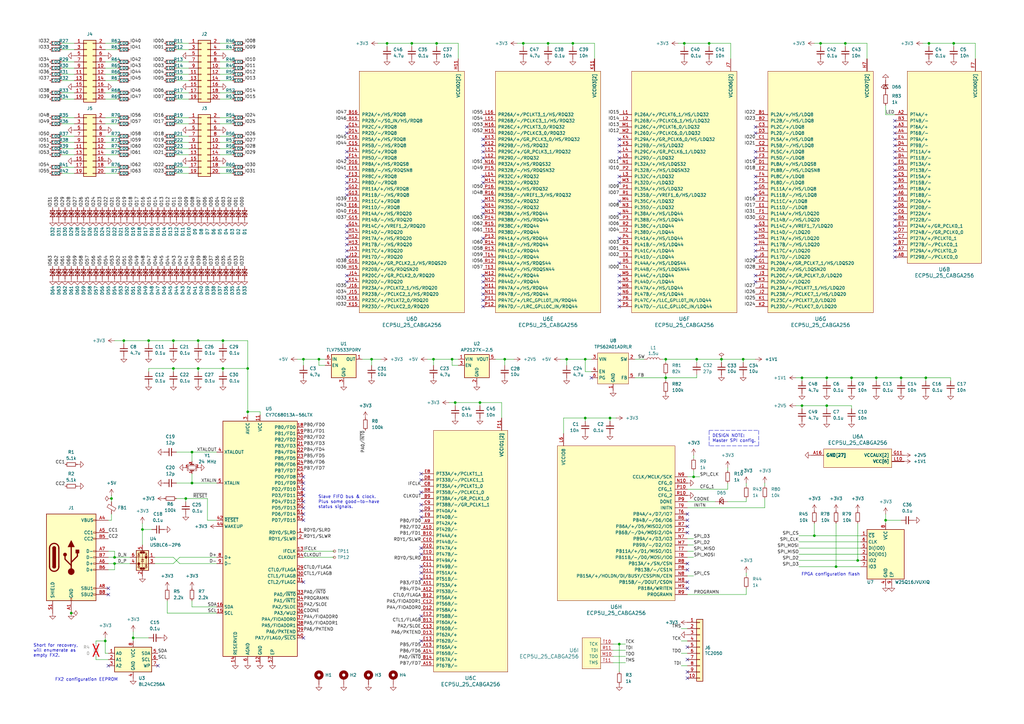
<source format=kicad_sch>
(kicad_sch (version 20231120) (generator "eeschema") (generator_version "8.0")
  (paper "A3")
  (junction (at 328.93 166.37))
  (junction (at 29.21 251.46))
  (junction (at 45.72 204.47))
  (junction (at 130.81 147.32))
  (junction (at 273.05 154.94))
  (junction (at 76.2 204.47))
  (junction (at 369.57 154.94))
  (junction (at 290.83 17.78))
  (junction (at 91.44 151.13))
  (junction (at 285.75 147.32))
  (junction (at 349.25 154.94))
  (junction (at 158.75 17.78))
  (junction (at 152.4 147.32))
  (junction (at 240.03 147.32))
  (junction (at 81.28 139.7))
  (junction (at 81.28 151.13))
  (junction (at 58.42 217.17))
  (junction (at 284.48 195.58))
  (junction (at 54.61 261.62))
  (junction (at 250.19 171.45))
  (junction (at 214.63 17.78))
  (junction (at 334.01 219.71))
  (junction (at 91.44 139.7))
  (junction (at 280.67 17.78))
  (junction (at 240.03 171.45))
  (junction (at 381 17.78))
  (junction (at 124.46 147.32))
  (junction (at 351.79 229.87))
  (junction (at 196.85 165.1))
  (junction (at 363.22 213.36))
  (junction (at 50.8 139.7))
  (junction (at 168.91 17.78))
  (junction (at 391.16 17.78))
  (junction (at 60.96 139.7))
  (junction (at 78.74 185.42))
  (junction (at 339.09 154.94))
  (junction (at 295.91 147.32))
  (junction (at 101.6 151.13))
  (junction (at 234.95 17.78))
  (junction (at 185.42 147.32))
  (junction (at 328.93 154.94))
  (junction (at 46.99 231.14))
  (junction (at 43.18 262.89))
  (junction (at 78.74 198.12))
  (junction (at 304.8 147.32))
  (junction (at 254 264.16))
  (junction (at 71.12 139.7))
  (junction (at 101.6 168.91))
  (junction (at 224.79 17.78))
  (junction (at 342.9 232.41))
  (junction (at 232.41 147.32))
  (junction (at 273.05 147.32))
  (junction (at 46.99 228.6))
  (junction (at 336.55 17.78))
  (junction (at 359.41 154.94))
  (junction (at 346.71 17.78))
  (junction (at 71.12 151.13))
  (junction (at 207.01 147.32))
  (junction (at 186.69 165.1))
  (junction (at 177.8 147.32))
  (junction (at 179.07 17.78))
  (junction (at 379.73 154.94))
  (junction (at 339.09 166.37))
  (no_connect (at 44.45 273.05))
  (no_connect (at 142.24 74.93))
  (no_connect (at 309.88 95.25))
  (no_connect (at 198.12 59.69))
  (no_connect (at 124.46 205.74))
  (no_connect (at 281.94 265.43))
  (no_connect (at 254 118.11))
  (no_connect (at 124.46 208.28))
  (no_connect (at 367.03 90.17))
  (no_connect (at 242.57 154.94))
  (no_connect (at 309.88 97.79))
  (no_connect (at 124.46 213.36))
  (no_connect (at 172.72 237.49))
  (no_connect (at 142.24 52.07))
  (no_connect (at 309.88 115.57))
  (no_connect (at 142.24 77.47))
  (no_connect (at 198.12 113.03))
  (no_connect (at 309.88 92.71))
  (no_connect (at 142.24 102.87))
  (no_connect (at 142.24 95.25))
  (no_connect (at 172.72 212.09))
  (no_connect (at 142.24 115.57))
  (no_connect (at 198.12 62.23))
  (no_connect (at 281.94 210.82))
  (no_connect (at 124.46 200.66))
  (no_connect (at 254 59.69))
  (no_connect (at 64.77 273.05))
  (no_connect (at 281.94 231.14))
  (no_connect (at 142.24 100.33))
  (no_connect (at 309.88 62.23))
  (no_connect (at 142.24 92.71))
  (no_connect (at 254 82.55))
  (no_connect (at 367.03 54.61))
  (no_connect (at 309.88 77.47))
  (no_connect (at 254 64.77))
  (no_connect (at 367.03 102.87))
  (no_connect (at 309.88 52.07))
  (no_connect (at 309.88 74.93))
  (no_connect (at 367.03 77.47))
  (no_connect (at 198.12 125.73))
  (no_connect (at 254 115.57))
  (no_connect (at 142.24 80.01))
  (no_connect (at 198.12 97.79))
  (no_connect (at 172.72 224.79))
  (no_connect (at 367.03 82.55))
  (no_connect (at 281.94 213.36))
  (no_connect (at 254 87.63))
  (no_connect (at 172.72 201.93))
  (no_connect (at 172.72 232.41))
  (no_connect (at 254 74.93))
  (no_connect (at 172.72 209.55))
  (no_connect (at 367.03 67.31))
  (no_connect (at 198.12 118.11))
  (no_connect (at 254 125.73))
  (no_connect (at 198.12 85.09))
  (no_connect (at 198.12 123.19))
  (no_connect (at 309.88 100.33))
  (no_connect (at 124.46 261.62))
  (no_connect (at 281.94 233.68))
  (no_connect (at 172.72 207.01))
  (no_connect (at 198.12 72.39))
  (no_connect (at 172.72 194.31))
  (no_connect (at 254 97.79))
  (no_connect (at 367.03 59.69))
  (no_connect (at 124.46 210.82))
  (no_connect (at 44.45 241.3))
  (no_connect (at 367.03 92.71))
  (no_connect (at 44.45 243.84))
  (no_connect (at 281.94 275.59))
  (no_connect (at 367.03 87.63))
  (no_connect (at 172.72 196.85))
  (no_connect (at 198.12 57.15))
  (no_connect (at 281.94 238.76))
  (no_connect (at 172.72 227.33))
  (no_connect (at 254 123.19))
  (no_connect (at 124.46 195.58))
  (no_connect (at 142.24 113.03))
  (no_connect (at 309.88 54.61))
  (no_connect (at 309.88 80.01))
  (no_connect (at 367.03 80.01))
  (no_connect (at 281.94 270.51))
  (no_connect (at 367.03 100.33))
  (no_connect (at 198.12 82.55))
  (no_connect (at 142.24 62.23))
  (no_connect (at 142.24 64.77))
  (no_connect (at 309.88 102.87))
  (no_connect (at 198.12 87.63))
  (no_connect (at 281.94 218.44))
  (no_connect (at 254 62.23))
  (no_connect (at 142.24 97.79))
  (no_connect (at 367.03 74.93))
  (no_connect (at 281.94 241.3))
  (no_connect (at 367.03 62.23))
  (no_connect (at 124.46 238.76))
  (no_connect (at 281.94 215.9))
  (no_connect (at 254 113.03))
  (no_connect (at 309.88 64.77))
  (no_connect (at 367.03 85.09))
  (no_connect (at 281.94 278.13))
  (no_connect (at 254 107.95))
  (no_connect (at 309.88 72.39))
  (no_connect (at 142.24 72.39))
  (no_connect (at 254 72.39))
  (no_connect (at 367.03 64.77))
  (no_connect (at 198.12 115.57))
  (no_connect (at 367.03 57.15))
  (no_connect (at 367.03 49.53))
  (no_connect (at 309.88 113.03))
  (no_connect (at 172.72 262.89))
  (no_connect (at 367.03 69.85))
  (no_connect (at 198.12 74.93))
  (no_connect (at 367.03 72.39))
  (no_connect (at 309.88 105.41))
  (no_connect (at 124.46 198.12))
  (no_connect (at 172.72 234.95))
  (no_connect (at 198.12 64.77))
  (no_connect (at 254 57.15))
  (no_connect (at 142.24 105.41))
  (no_connect (at 367.03 97.79))
  (no_connect (at 367.03 105.41))
  (no_connect (at 142.24 54.61))
  (no_connect (at 172.72 252.73))
  (no_connect (at 124.46 203.2))
  (no_connect (at 367.03 95.25))
  (no_connect (at 198.12 120.65))
  (no_connect (at 367.03 52.07))
  (no_connect (at 254 120.65))
  (wire (pts (xy 95.25 58.42) (xy 90.17 58.42)))
  (wire (pts (xy 58.42 214.63) (xy 58.42 217.17)))
  (wire (pts (xy 124.46 147.32) (xy 130.81 147.32)))
  (wire (pts (xy 95.25 38.1) (xy 90.17 38.1)))
  (wire (pts (xy 326.39 154.94) (xy 328.93 154.94)))
  (wire (pts (xy 327.66 227.33) (xy 353.06 227.33)))
  (wire (pts (xy 273.05 147.32) (xy 273.05 148.59)))
  (wire (pts (xy 68.58 251.46) (xy 88.9 251.46)))
  (wire (pts (xy 44.45 213.36) (xy 45.72 213.36)))
  (wire (pts (xy 60.96 151.13) (xy 71.12 151.13)))
  (wire (pts (xy 379.73 154.94) (xy 379.73 156.21)))
  (wire (pts (xy 72.39 38.1) (xy 77.47 38.1)))
  (wire (pts (xy 78.74 198.12) (xy 88.9 198.12)))
  (wire (pts (xy 130.81 147.32) (xy 133.35 147.32)))
  (wire (pts (xy 187.96 17.78) (xy 187.96 24.13)))
  (wire (pts (xy 281.94 257.81) (xy 279.4 257.81)))
  (wire (pts (xy 306.07 236.22) (xy 306.07 234.95)))
  (wire (pts (xy 25.4 40.64) (xy 30.48 40.64)))
  (wire (pts (xy 175.26 147.32) (xy 177.8 147.32)))
  (wire (pts (xy 298.45 191.77) (xy 298.45 193.04)))
  (wire (pts (xy 271.78 147.32) (xy 273.05 147.32)))
  (wire (pts (xy 281.94 195.58) (xy 284.48 195.58)))
  (wire (pts (xy 101.6 139.7) (xy 101.6 151.13)))
  (wire (pts (xy 306.07 205.74) (xy 306.07 204.47)))
  (wire (pts (xy 25.4 50.8) (xy 30.48 50.8)))
  (wire (pts (xy 328.93 154.94) (xy 328.93 156.21)))
  (wire (pts (xy 185.42 149.86) (xy 187.96 149.86)))
  (wire (pts (xy 327.66 229.87) (xy 351.79 229.87)))
  (wire (pts (xy 284.48 193.04) (xy 284.48 195.58)))
  (wire (pts (xy 95.25 71.12) (xy 90.17 71.12)))
  (wire (pts (xy 295.91 147.32) (xy 295.91 148.59)))
  (wire (pts (xy 106.68 168.91) (xy 106.68 170.18)))
  (wire (pts (xy 328.93 166.37) (xy 328.93 167.64)))
  (wire (pts (xy 369.57 154.94) (xy 379.73 154.94)))
  (wire (pts (xy 381 17.78) (xy 391.16 17.78)))
  (wire (pts (xy 313.69 198.12) (xy 313.69 199.39)))
  (wire (pts (xy 39.37 270.51) (xy 44.45 270.51)))
  (wire (pts (xy 203.2 147.32) (xy 207.01 147.32)))
  (wire (pts (xy 158.75 17.78) (xy 168.91 17.78)))
  (wire (pts (xy 254 264.16) (xy 256.54 264.16)))
  (wire (pts (xy 363.22 46.99) (xy 367.03 46.99)))
  (wire (pts (xy 240.03 147.32) (xy 242.57 147.32)))
  (wire (pts (xy 295.91 147.32) (xy 304.8 147.32)))
  (wire (pts (xy 39.37 262.89) (xy 43.18 262.89)))
  (wire (pts (xy 234.95 17.78) (xy 243.84 17.78)))
  (wire (pts (xy 281.94 273.05) (xy 279.4 273.05)))
  (wire (pts (xy 72.39 58.42) (xy 77.47 58.42)))
  (wire (pts (xy 186.69 165.1) (xy 186.69 166.37)))
  (wire (pts (xy 224.79 17.78) (xy 224.79 19.05)))
  (wire (pts (xy 229.87 147.32) (xy 232.41 147.32)))
  (wire (pts (xy 60.96 139.7) (xy 71.12 139.7)))
  (wire (pts (xy 50.8 139.7) (xy 60.96 139.7)))
  (wire (pts (xy 101.6 151.13) (xy 101.6 168.91)))
  (wire (pts (xy 299.72 17.78) (xy 299.72 24.13)))
  (wire (pts (xy 214.63 17.78) (xy 214.63 19.05)))
  (wire (pts (xy 207.01 147.32) (xy 210.82 147.32)))
  (polyline (pts (xy 311.15 176.53) (xy 311.15 182.88)) (stroke (width 0) (type dash)))
  (wire (pts (xy 48.26 58.42) (xy 43.18 58.42)))
  (wire (pts (xy 95.25 63.5) (xy 90.17 63.5)))
  (wire (pts (xy 44.45 233.68) (xy 46.99 233.68)))
  (wire (pts (xy 72.39 30.48) (xy 77.47 30.48)))
  (wire (pts (xy 25.4 60.96) (xy 30.48 60.96)))
  (wire (pts (xy 280.67 17.78) (xy 290.83 17.78)))
  (wire (pts (xy 76.2 204.47) (xy 76.2 205.74)))
  (wire (pts (xy 95.25 27.94) (xy 90.17 27.94)))
  (wire (pts (xy 72.39 50.8) (xy 77.47 50.8)))
  (wire (pts (xy 44.45 228.6) (xy 46.99 228.6)))
  (wire (pts (xy 58.42 217.17) (xy 62.23 217.17)))
  (wire (pts (xy 214.63 17.78) (xy 224.79 17.78)))
  (wire (pts (xy 281.94 243.84) (xy 306.07 243.84)))
  (wire (pts (xy 359.41 154.94) (xy 359.41 156.21)))
  (wire (pts (xy 168.91 17.78) (xy 179.07 17.78)))
  (wire (pts (xy 281.94 208.28) (xy 313.69 208.28)))
  (wire (pts (xy 71.12 151.13) (xy 71.12 152.4)))
  (wire (pts (xy 25.4 33.02) (xy 30.48 33.02)))
  (wire (pts (xy 186.69 165.1) (xy 196.85 165.1)))
  (wire (pts (xy 346.71 17.78) (xy 346.71 19.05)))
  (wire (pts (xy 25.4 58.42) (xy 30.48 58.42)))
  (wire (pts (xy 72.39 185.42) (xy 78.74 185.42)))
  (wire (pts (xy 342.9 232.41) (xy 353.06 232.41)))
  (wire (pts (xy 130.81 147.32) (xy 130.81 149.86)))
  (wire (pts (xy 284.48 186.69) (xy 284.48 187.96)))
  (wire (pts (xy 48.26 20.32) (xy 43.18 20.32)))
  (wire (pts (xy 72.39 48.26) (xy 77.47 48.26)))
  (wire (pts (xy 349.25 166.37) (xy 349.25 167.64)))
  (wire (pts (xy 95.25 68.58) (xy 90.17 68.58)))
  (polyline (pts (xy 290.83 182.88) (xy 290.83 176.53)) (stroke (width 0) (type dash)))
  (wire (pts (xy 379.73 154.94) (xy 389.89 154.94)))
  (wire (pts (xy 25.4 27.94) (xy 30.48 27.94)))
  (wire (pts (xy 71.12 139.7) (xy 81.28 139.7)))
  (wire (pts (xy 46.99 231.14) (xy 53.34 231.14)))
  (wire (pts (xy 124.46 226.06) (xy 137.16 226.06)))
  (wire (pts (xy 73.66 231.14) (xy 88.9 231.14)))
  (wire (pts (xy 327.66 224.79) (xy 353.06 224.79)))
  (wire (pts (xy 313.69 208.28) (xy 313.69 204.47)))
  (wire (pts (xy 346.71 17.78) (xy 355.6 17.78)))
  (wire (pts (xy 281.94 228.6) (xy 284.48 228.6)))
  (wire (pts (xy 334.01 219.71) (xy 353.06 219.71)))
  (wire (pts (xy 45.72 204.47) (xy 45.72 205.74)))
  (wire (pts (xy 250.19 171.45) (xy 250.19 172.72)))
  (wire (pts (xy 85.09 204.47) (xy 85.09 213.36)))
  (wire (pts (xy 349.25 154.94) (xy 349.25 156.21)))
  (wire (pts (xy 336.55 17.78) (xy 346.71 17.78)))
  (wire (pts (xy 363.22 213.36) (xy 363.22 214.63)))
  (wire (pts (xy 81.28 139.7) (xy 91.44 139.7)))
  (wire (pts (xy 95.25 48.26) (xy 90.17 48.26)))
  (wire (pts (xy 68.58 246.38) (xy 68.58 251.46)))
  (wire (pts (xy 298.45 200.66) (xy 298.45 198.12)))
  (wire (pts (xy 285.75 147.32) (xy 285.75 148.59)))
  (wire (pts (xy 339.09 154.94) (xy 349.25 154.94)))
  (wire (pts (xy 72.39 68.58) (xy 77.47 68.58)))
  (wire (pts (xy 298.45 205.74) (xy 306.07 205.74)))
  (wire (pts (xy 25.4 63.5) (xy 30.48 63.5)))
  (wire (pts (xy 168.91 17.78) (xy 168.91 19.05)))
  (wire (pts (xy 25.4 25.4) (xy 30.48 25.4)))
  (wire (pts (xy 95.25 25.4) (xy 90.17 25.4)))
  (wire (pts (xy 130.81 149.86) (xy 133.35 149.86)))
  (wire (pts (xy 179.07 17.78) (xy 187.96 17.78)))
  (wire (pts (xy 339.09 166.37) (xy 349.25 166.37)))
  (wire (pts (xy 58.42 217.17) (xy 58.42 223.52)))
  (wire (pts (xy 378.46 17.78) (xy 381 17.78)))
  (wire (pts (xy 196.85 165.1) (xy 205.74 165.1)))
  (wire (pts (xy 278.13 17.78) (xy 280.67 17.78)))
  (wire (pts (xy 78.74 246.38) (xy 78.74 248.92)))
  (wire (pts (xy 91.44 151.13) (xy 101.6 151.13)))
  (wire (pts (xy 240.03 171.45) (xy 231.14 171.45)))
  (wire (pts (xy 73.66 228.6) (xy 88.9 228.6)))
  (wire (pts (xy 48.26 27.94) (xy 43.18 27.94)))
  (wire (pts (xy 232.41 147.32) (xy 232.41 149.86)))
  (wire (pts (xy 306.07 243.84) (xy 306.07 241.3)))
  (wire (pts (xy 78.74 185.42) (xy 88.9 185.42)))
  (wire (pts (xy 54.61 259.08) (xy 54.61 261.62)))
  (wire (pts (xy 45.72 203.2) (xy 45.72 204.47)))
  (wire (pts (xy 101.6 168.91) (xy 106.68 168.91)))
  (wire (pts (xy 54.61 261.62) (xy 54.61 262.89)))
  (wire (pts (xy 81.28 139.7) (xy 81.28 140.97)))
  (wire (pts (xy 251.46 271.78) (xy 256.54 271.78)))
  (wire (pts (xy 72.39 198.12) (xy 78.74 198.12)))
  (wire (pts (xy 177.8 147.32) (xy 185.42 147.32)))
  (wire (pts (xy 240.03 152.4) (xy 242.57 152.4)))
  (wire (pts (xy 355.6 17.78) (xy 355.6 24.13)))
  (wire (pts (xy 72.39 33.02) (xy 77.47 33.02)))
  (wire (pts (xy 91.44 151.13) (xy 91.44 152.4)))
  (wire (pts (xy 95.25 30.48) (xy 90.17 30.48)))
  (wire (pts (xy 363.22 210.82) (xy 363.22 213.36)))
  (wire (pts (xy 39.37 269.24) (xy 39.37 270.51)))
  (wire (pts (xy 72.39 204.47) (xy 76.2 204.47)))
  (wire (pts (xy 179.07 17.78) (xy 179.07 19.05)))
  (wire (pts (xy 327.66 219.71) (xy 334.01 219.71)))
  (wire (pts (xy 281.94 220.98) (xy 284.48 220.98)))
  (wire (pts (xy 48.26 60.96) (xy 43.18 60.96)))
  (wire (pts (xy 48.26 63.5) (xy 43.18 63.5)))
  (wire (pts (xy 81.28 151.13) (xy 91.44 151.13)))
  (wire (pts (xy 284.48 195.58) (xy 287.02 195.58)))
  (wire (pts (xy 48.26 17.78) (xy 43.18 17.78)))
  (wire (pts (xy 327.66 222.25) (xy 353.06 222.25)))
  (wire (pts (xy 78.74 248.92) (xy 88.9 248.92)))
  (wire (pts (xy 71.12 231.14) (xy 73.66 228.6)))
  (wire (pts (xy 252.73 171.45) (xy 250.19 171.45)))
  (wire (pts (xy 48.26 48.26) (xy 43.18 48.26)))
  (wire (pts (xy 281.94 267.97) (xy 279.4 267.97)))
  (wire (pts (xy 48.26 40.64) (xy 43.18 40.64)))
  (wire (pts (xy 72.39 17.78) (xy 77.47 17.78)))
  (wire (pts (xy 44.45 226.06) (xy 46.99 226.06)))
  (wire (pts (xy 342.9 214.63) (xy 342.9 232.41)))
  (wire (pts (xy 250.19 171.45) (xy 240.03 171.45)))
  (wire (pts (xy 328.93 154.94) (xy 339.09 154.94)))
  (wire (pts (xy 71.12 228.6) (xy 73.66 231.14)))
  (wire (pts (xy 285.75 154.94) (xy 285.75 153.67)))
  (wire (pts (xy 281.94 226.06) (xy 284.48 226.06)))
  (wire (pts (xy 185.42 147.32) (xy 185.42 149.86)))
  (wire (pts (xy 339.09 166.37) (xy 339.09 167.64)))
  (wire (pts (xy 281.94 236.22) (xy 284.48 236.22)))
  (wire (pts (xy 81.28 151.13) (xy 81.28 152.4)))
  (polyline (pts (xy 311.15 182.88) (xy 290.83 182.88)) (stroke (width 0) (type dash)))
  (wire (pts (xy 48.26 68.58) (xy 43.18 68.58)))
  (wire (pts (xy 281.94 223.52) (xy 284.48 223.52)))
  (wire (pts (xy 336.55 17.78) (xy 336.55 19.05)))
  (wire (pts (xy 285.75 147.32) (xy 295.91 147.32)))
  (wire (pts (xy 63.5 231.14) (xy 71.12 231.14)))
  (wire (pts (xy 25.4 68.58) (xy 30.48 68.58)))
  (wire (pts (xy 205.74 165.1) (xy 205.74 171.45)))
  (wire (pts (xy 251.46 266.7) (xy 256.54 266.7)))
  (wire (pts (xy 25.4 20.32) (xy 30.48 20.32)))
  (wire (pts (xy 72.39 71.12) (xy 77.47 71.12)))
  (wire (pts (xy 72.39 25.4) (xy 77.47 25.4)))
  (wire (pts (xy 363.22 43.18) (xy 363.22 46.99)))
  (wire (pts (xy 85.09 213.36) (xy 88.9 213.36)))
  (wire (pts (xy 95.25 33.02) (xy 90.17 33.02)))
  (wire (pts (xy 60.96 151.13) (xy 60.96 152.4)))
  (wire (pts (xy 273.05 153.67) (xy 273.05 154.94)))
  (wire (pts (xy 46.99 231.14) (xy 46.99 233.68)))
  (wire (pts (xy 156.21 147.32) (xy 152.4 147.32)))
  (wire (pts (xy 369.57 154.94) (xy 369.57 156.21)))
  (wire (pts (xy 273.05 154.94) (xy 273.05 156.21)))
  (wire (pts (xy 273.05 154.94) (xy 285.75 154.94)))
  (wire (pts (xy 389.89 154.94) (xy 389.89 156.21)))
  (wire (pts (xy 72.39 55.88) (xy 77.47 55.88)))
  (wire (pts (xy 44.45 231.14) (xy 46.99 231.14)))
  (wire (pts (xy 72.39 60.96) (xy 77.47 60.96)))
  (wire (pts (xy 273.05 147.32) (xy 285.75 147.32)))
  (wire (pts (xy 43.18 261.62) (xy 43.18 262.89)))
  (wire (pts (xy 48.26 38.1) (xy 43.18 38.1)))
  (wire (pts (xy 91.44 139.7) (xy 101.6 139.7)))
  (wire (pts (xy 351.79 214.63) (xy 351.79 229.87)))
  (wire (pts (xy 91.44 139.7) (xy 91.44 140.97)))
  (wire (pts (xy 381 17.78) (xy 381 19.05)))
  (wire (pts (xy 280.67 17.78) (xy 280.67 19.05)))
  (wire (pts (xy 25.4 30.48) (xy 30.48 30.48)))
  (wire (pts (xy 95.25 50.8) (xy 90.17 50.8)))
  (wire (pts (xy 95.25 40.64) (xy 90.17 40.64)))
  (wire (pts (xy 251.46 269.24) (xy 256.54 269.24)))
  (wire (pts (xy 48.26 50.8) (xy 43.18 50.8)))
  (wire (pts (xy 45.72 210.82) (xy 45.72 213.36)))
  (wire (pts (xy 46.99 139.7) (xy 50.8 139.7)))
  (wire (pts (xy 290.83 17.78) (xy 290.83 19.05)))
  (wire (pts (xy 326.39 166.37) (xy 328.93 166.37)))
  (wire (pts (xy 25.4 38.1) (xy 30.48 38.1)))
  (wire (pts (xy 95.25 55.88) (xy 90.17 55.88)))
  (wire (pts (xy 101.6 168.91) (xy 101.6 170.18)))
  (wire (pts (xy 251.46 264.16) (xy 254 264.16)))
  (wire (pts (xy 72.39 63.5) (xy 77.47 63.5)))
  (wire (pts (xy 184.15 165.1) (xy 186.69 165.1)))
  (wire (pts (xy 185.42 147.32) (xy 187.96 147.32)))
  (wire (pts (xy 391.16 17.78) (xy 391.16 19.05)))
  (wire (pts (xy 359.41 154.94) (xy 369.57 154.94)))
  (wire (pts (xy 95.25 20.32) (xy 90.17 20.32)))
  (wire (pts (xy 158.75 17.78) (xy 158.75 19.05)))
  (wire (pts (xy 48.26 30.48) (xy 43.18 30.48)))
  (wire (pts (xy 351.79 229.87) (xy 353.06 229.87)))
  (wire (pts (xy 177.8 147.32) (xy 177.8 149.86)))
  (wire (pts (xy 48.26 25.4) (xy 43.18 25.4)))
  (wire (pts (xy 50.8 139.7) (xy 50.8 140.97)))
  (wire (pts (xy 240.03 171.45) (xy 240.03 172.72)))
  (wire (pts (xy 207.01 147.32) (xy 207.01 149.86)))
  (wire (pts (xy 264.16 147.32) (xy 260.35 147.32)))
  (wire (pts (xy 254 264.16) (xy 254 275.59)))
  (wire (pts (xy 304.8 147.32) (xy 309.88 147.32)))
  (wire (pts (xy 334.01 17.78) (xy 336.55 17.78)))
  (wire (pts (xy 152.4 147.32) (xy 148.59 147.32)))
  (wire (pts (xy 152.4 147.32) (xy 152.4 149.86)))
  (wire (pts (xy 25.4 48.26) (xy 30.48 48.26)))
  (wire (pts (xy 240.03 147.32) (xy 240.03 152.4)))
  (wire (pts (xy 391.16 17.78) (xy 400.05 17.78)))
  (wire (pts (xy 60.96 139.7) (xy 60.96 140.97)))
  (wire (pts (xy 154.94 17.78) (xy 158.75 17.78)))
  (wire (pts (xy 234.95 17.78) (xy 234.95 19.05)))
  (wire (pts (xy 400.05 17.78) (xy 400.05 24.13)))
  (polyline (pts (xy 290.83 176.53) (xy 311.15 176.53)) (stroke (width 0) (type dash)))
  (wire (pts (xy 124.46 147.32) (xy 124.46 149.86)))
  (wire (pts (xy 349.25 154.94) (xy 359.41 154.94)))
  (wire (pts (xy 260.35 154.94) (xy 273.05 154.94)))
  (wire (pts (xy 212.09 17.78) (xy 214.63 17.78)))
  (wire (pts (xy 231.14 171.45) (xy 231.14 177.8)))
  (wire (pts (xy 281.94 262.89) (xy 279.4 262.89)))
  (wire (pts (xy 121.92 147.32) (xy 124.46 147.32)))
  (wire (pts (xy 196.85 165.1) (xy 196.85 166.37)))
  (wire (pts (xy 48.26 55.88) (xy 43.18 55.88)))
  (wire (pts (xy 281.94 200.66) (xy 298.45 200.66)))
  (wire (pts (xy 25.4 55.88) (xy 30.48 55.88)))
  (wire (pts (xy 363.22 213.36) (xy 369.57 213.36)))
  (wire (pts (xy 25.4 17.78) (xy 30.48 17.78)))
  (wire (pts (xy 54.61 261.62) (xy 60.96 261.62)))
  (wire (pts (xy 25.4 71.12) (xy 30.48 71.12)))
  (wire (pts (xy 78.74 185.42) (xy 78.74 189.23)))
  (wire (pts (xy 328.93 166.37) (xy 339.09 166.37)))
  (wire (pts (xy 72.39 27.94) (xy 77.47 27.94)))
  (wire (pts (xy 232.41 147.32) (xy 240.03 147.32)))
  (wire (pts (xy 339.09 154.94) (xy 339.09 156.21)))
  (wire (pts (xy 95.25 60.96) (xy 90.17 60.96)))
  (wire (pts (xy 43.18 267.97) (xy 44.45 267.97)))
  (wire (pts (xy 95.25 17.78) (xy 90.17 17.78)))
  (wire (pts (xy 327.66 232.41) (xy 342.9 232.41)))
  (wire (pts (xy 39.37 262.89) (xy 39.37 264.16)))
  (wire (pts (xy 76.2 204.47) (xy 85.09 204.47)))
  (wire (pts (xy 334.01 214.63) (xy 334.01 219.71)))
  (wire (pts (xy 293.37 205.74) (xy 281.94 205.74)))
  (wire (pts (xy 78.74 194.31) (xy 78.74 198.12)))
  (wire (pts (xy 46.99 226.06) (xy 46.99 228.6)))
  (wire (pts (xy 48.26 33.02) (xy 43.18 33.02)))
  (wire (pts (xy 63.5 228.6) (xy 71.12 228.6)))
  (wire (pts (xy 306.07 199.39) (xy 306.07 198.12)))
  (wire (pts (xy 290.83 17.78) (xy 299.72 17.78)))
  (wire (pts (xy 72.39 40.64) (xy 77.47 40.64)))
  (wire (pts (xy 46.99 228.6) (xy 53.34 228.6)))
  (wire (pts (xy 72.39 20.32) (xy 77.47 20.32)))
  (wire (pts (xy 43.18 262.89) (xy 43.18 267.97)))
  (wire (pts (xy 124.46 228.6) (xy 137.16 228.6)))
  (wire (pts (xy 71.12 139.7) (xy 71.12 140.97)))
  (wire (pts (xy 224.79 17.78) (xy 234.95 17.78)))
  (wire (pts (xy 304.8 147.32) (xy 304.8 148.59)))
  (wire (pts (xy 71.12 151.13) (xy 81.28 151.13)))
  (wire (pts (xy 243.84 17.78) (xy 243.84 24.13)))
  (wire (pts (xy 48.26 71.12) (xy 43.18 71.12)))
  (text_box "FX2 configuration EEPROM" (at 21.59 276.86 0) (size 27.94 3.81) (stroke (width -0.0001)) (effects (font (size 1.27 1.27)) (justify left top)))
  (text_box "FPGA configuration flash" (at 327.66 233.68 0) (size 26.67 3.81) (stroke (width -0.0001)) (effects (font (size 1.27 1.27)) (justify left top)))
  (text_box "Short for recovery, will enumerate as empty FX2." (at 12.7 262.89 0) (size 20.32 7.62) (stroke (width -0.0001)) (effects (font (size 1.27 1.27)) (justify left top)))
  (text_box "Slave FIFO bus & clock.\nPlus some good-to-have status signals." (at 129.54 201.93 0) (size 27.94 7.62) (stroke (width -0.0001)) (effects (font (size 1.27 1.27)) (justify left top)))
  (text "DESIGN NOTE:\nMaster SPI config." (at 292.1 181.61 0) (effects (font (size 1.27 1.27)) (justify left bottom)))
  (label "IO57" (at 198.12 110.49 180))
  (label "IO62" (at 24.13 109.22 90))
  (label "IO63" (at 198.12 90.17 180))
  (label "IO09" (at 100.33 20.32 0))
  (label "IO00" (at 254 110.49 180))
  (label "PA5/FIOADDR1" (at 172.72 247.65 180))
  (label "IO49" (at 198.12 69.85 180))
  (label "IO18" (at 54.61 85.09 90))
  (label "IO01" (at 254 102.87 180))
  (label "IO58" (at 53.34 55.88 0))
  (label "PB3/FD3" (at 124.46 182.88 0))
  (label "IO37" (at 142.24 90.17 180))
  (label "CTL0/FLAGA" (at 124.46 233.68 0))
  (label "IO43" (at 53.34 27.94 0))
  (label "IO05" (at 87.63 85.09 90))
  (label "IO28" (at 309.88 110.49 180))
  (label "IO60" (at 198.12 100.33 180))
  (label "IO00" (at 67.31 17.78 180))
  (label "IO43" (at 142.24 85.09 180))
  (label "IO25" (at 100.33 50.8 0))
  (label "IO56" (at 39.37 109.22 90))
  (label "RDY1/SLWR" (at 172.72 222.25 180))
  (label "IO63" (at 21.59 109.22 90))
  (label "RDY0/SLRD" (at 172.72 229.87 180))
  (label "SCL" (at 64.77 270.51 0))
  (label "IO53" (at 20.32 63.5 180))
  (label "IO07" (at 67.31 40.64 180))
  (label "IO39" (at 20.32 40.64 180))
  (label "IO44" (at 142.24 59.69 180))
  (label "IO15" (at 100.33 40.64 0))
  (label "PA4/FIOADDR0" (at 124.46 254 0))
  (label "CTL1/FLAGB" (at 172.72 255.27 180))
  (label "PA6/PKTEND" (at 124.46 259.08 0))
  (label "PROGRAMN" (at 284.48 243.84 0))
  (label "PB0/FD0" (at 172.72 214.63 180))
  (label "IFCLK" (at 124.46 226.06 0))
  (label "SPI_CLK" (at 327.66 222.25 180))
  (label "CLKOUT" (at 124.46 228.6 0))
  (label "IO56" (at 198.12 107.95 180))
  (label "PB0/FD0" (at 124.46 175.26 0))
  (label "IO59" (at 198.12 105.41 180))
  (label "IO33" (at 97.79 109.22 90))
  (label "IO15" (at 62.23 85.09 90))
  (label "PB5/FD5" (at 124.46 187.96 0))
  (label "IO46" (at 64.77 109.22 90))
  (label "IO46" (at 142.24 49.53 180))
  (label "IO27" (at 100.33 58.42 0))
  (label "SPI_CS" (at 284.48 236.22 0))
  (label "IO09" (at 254 77.47 180))
  (label "IO34" (at 20.32 25.4 180))
  (label "CDONE" (at 124.46 251.46 0))
  (label "IO07" (at 254 80.01 180))
  (label "IO23" (at 67.31 71.12 180))
  (label "IO60" (at 29.21 109.22 90))
  (label "IO16" (at 309.88 82.55 180))
  (label "IO63" (at 53.34 71.12 0))
  (label "IO48" (at 59.69 109.22 90))
  (label "IO33" (at 142.24 123.19 180))
  (label "IO26" (at 100.33 55.88 0))
  (label "IO50" (at 54.61 109.22 90))
  (label "IO35" (at 92.71 109.22 90))
  (label "IO08" (at 100.33 17.78 0))
  (label "IO41" (at 142.24 69.85 180))
  (label "IO43" (at 72.39 109.22 90))
  (label "XTALOUT" (at 88.9 185.42 180))
  (label "IO36" (at 20.32 30.48 180))
  (label "IO38" (at 142.24 107.95 180))
  (label "IO57" (at 36.83 109.22 90))
  (label "IO08" (at 80.01 85.09 90))
  (label "IO18" (at 309.88 69.85 180))
  (label "IO33" (at 20.32 20.32 180))
  (label "IO16" (at 67.31 48.26 180))
  (label "IO29" (at 26.67 85.09 90))
  (label "PB2/FD2" (at 172.72 217.17 180))
  (label "IO13" (at 254 52.07 180))
  (label "IO41" (at 77.47 109.22 90))
  (label "PA5/FIOADDR1" (at 124.46 256.54 0))
  (label "IO19" (at 52.07 85.09 90))
  (label "XTALIN" (at 88.9 198.12 180))
  (label "IO58" (at 34.29 109.22 90))
  (label "IO59" (at 53.34 58.42 0))
  (label "IO11" (at 72.39 85.09 90))
  (label "IO50" (at 198.12 77.47 180))
  (label "IO20" (at 49.53 85.09 90))
  (label "IO44" (at 69.85 109.22 90))
  (label "IO32" (at 100.33 109.22 90))
  (label "IO20" (at 309.88 57.15 180))
  (label "SCL" (at 88.9 251.46 180))
  (label "IO46" (at 53.34 38.1 0))
  (label "IO47" (at 142.24 46.99 180))
  (label "SPI_D2" (at 327.66 229.87 180))
  (label "SPI_CS" (at 327.66 219.71 180))
  (label "IO19" (at 67.31 58.42 180))
  (label "TDO" (at 256.54 269.24 0))
  (label "IO34" (at 142.24 120.65 180))
  (label "IO17" (at 309.88 85.09 180))
  (label "D+" (at 88.9 228.6 180))
  (label "IO03" (at 67.31 27.94 180))
  (label "IO12" (at 69.85 85.09 90))
  (label "IO45" (at 53.34 33.02 0))
  (label "CTL1/FLAGB" (at 124.46 236.22 0))
  (label "IO30" (at 309.88 90.17 180))
  (label "PA2/SLOE" (at 172.72 257.81 180))
  (label "IO50" (at 20.32 55.88 180))
  (label "IO01" (at 97.79 85.09 90))
  (label "IO35" (at 20.32 27.94 180))
  (label "IO53" (at 198.12 52.07 180))
  (label "IO06" (at 67.31 38.1 180))
  (label "IO27" (at 309.88 118.11 180))
  (label "CC2" (at 26.67 199.39 180))
  (label "PB5/FD5" (at 172.72 265.43 180))
  (label "PA6/PKTEND" (at 172.72 260.35 180))
  (label "IO29" (at 309.88 107.95 180))
  (label "IO31" (at 100.33 71.12 0))
  (label "IO41" (at 53.34 20.32 0))
  (label "IO61" (at 53.34 63.5 0))
  (label "IO62" (at 53.34 68.58 0))
  (label "IO10" (at 254 69.85 180))
  (label "IO42" (at 53.34 25.4 0))
  (label "SW" (at 261.62 147.32 0))
  (label "IO05" (at 254 90.17 180))
  (label "IFCLK" (at 172.72 199.39 180))
  (label "SPI_MOSI" (at 327.66 224.79 180))
  (label "IO51" (at 20.32 58.42 180))
  (label "IO04" (at 67.31 30.48 180))
  (label "PB6/FD6" (at 124.46 190.5 0))
  (label "CC1" (at 44.45 218.44 0))
  (label "IO15" (at 254 46.99 180))
  (label "SPI_MISO" (at 327.66 227.33 180))
  (label "IO02" (at 67.31 25.4 180))
  (label "IO49" (at 20.32 50.8 180))
  (label "TMS" (at 279.4 257.81 180))
  (label "IO25" (at 309.88 123.19 180))
  (label "IO10" (at 74.93 85.09 90))
  (label "FB" (at 261.62 154.94 0))
  (label "IO13" (at 100.33 33.02 0))
  (label "IO45" (at 67.31 109.22 90))
  (label "IO22" (at 67.31 68.58 180))
  (label "IO16" (at 59.69 85.09 90))
  (label "IO42" (at 142.24 67.31 180))
  (label "IO32" (at 20.32 17.78 180))
  (label "PA2/SLOE" (at 124.46 248.92 0))
  (label "IO44" (at 53.34 30.48 0))
  (label "IO58" (at 198.12 102.87 180))
  (label "SPI_D2" (at 284.48 223.52 0))
  (label "PB2/FD2" (at 124.46 180.34 0))
  (label "IO09" (at 77.47 85.09 90))
  (label "TCK" (at 256.54 264.16 0))
  (label "IO14" (at 254 49.53 180))
  (label "IO04" (at 254 95.25 180))
  (label "SDA" (at 88.9 248.92 180))
  (label "IO12" (at 254 54.61 180))
  (label "TDO" (at 279.4 267.97 180))
  (label "IO47" (at 62.23 109.22 90))
  (label "SPI_D3" (at 284.48 220.98 0))
  (label "IO17" (at 67.31 50.8 180))
  (label "IO47" (at 53.34 40.64 0))
  (label "IO03" (at 254 100.33 180))
  (label "IO32" (at 142.24 125.73 180))
  (label "IO29" (at 100.33 63.5 0))
  (label "PROGRAMN" (at 124.46 246.38 0))
  (label "CDONE" (at 284.48 205.74 0))
  (label "SPI_MISO" (at 284.48 226.06 0))
  (label "SDA" (at 64.77 267.97 0))
  (label "PA4/FIOADDR0" (at 172.72 250.19 180))
  (label "IO55" (at 41.91 109.22 90))
  (label "IO61" (at 26.67 109.22 90))
  (label "IO38" (at 85.09 109.22 90))
  (label "IO02" (at 254 105.41 180))
  (label "IO30" (at 24.13 85.09 90))
  (label "IO31" (at 21.59 85.09 90))
  (label "IO55" (at 20.32 71.12 180))
  (label "INITN" (at 284.48 208.28 0))
  (label "CFG_1" (at 287.02 200.66 0))
  (label "IO49" (at 57.15 109.22 90))
  (label "IO48" (at 20.32 48.26 180))
  (label "CC1" (at 26.67 190.5 180))
  (label "IO02" (at 95.25 85.09 90))
  (label "IO53" (at 46.99 109.22 90))
  (label "IO04" (at 90.17 85.09 90))
  (label "IO39" (at 142.24 82.55 180))
  (label "PB3/FD3" (at 172.72 240.03 180))
  (label "IO34" (at 95.25 109.22 90))
  (label "IO62" (at 198.12 92.71 180))
  (label "IO11" (at 100.33 27.94 0))
  (label "IO27" (at 31.75 85.09 90))
  (label "SPI_MOSI" (at 284.48 228.6 0))
  (label "IO61" (at 198.12 95.25 180))
  (label "IO24" (at 39.37 85.09 90))
  (label "IO54" (at 20.32 68.58 180))
  (label "IO18" (at 67.31 55.88 180))
  (label "TDI" (at 256.54 266.7 0))
  (label "~{RESET}" (at 85.09 204.47 180))
  (label "IO13" (at 67.31 85.09 90))
  (label "IO51" (at 52.07 109.22 90))
  (label "IO08" (at 254 85.09 180))
  (label "PB1/FD1" (at 172.72 219.71 180))
  (label "IO30" (at 100.33 68.58 0))
  (label "IO23" (at 41.91 85.09 90))
  (label "IO21" (at 46.99 85.09 90))
  (label "IO59" (at 31.75 109.22 90))
  (label "IO11" (at 254 67.31 180))
  (label "IO06" (at 85.09 85.09 90))
  (label "PA0/~{INT0}" (at 124.46 243.84 0))
  (label "IO24" (at 309.88 125.73 180))
  (label "IO12" (at 100.33 30.48 0))
  (label "IO06" (at 254 92.71 180))
  (label "IO25" (at 36.83 85.09 90))
  (label "IO22" (at 44.45 85.09 90))
  (label "IO56" (at 53.34 48.26 0))
  (label "IO07" (at 82.55 85.09 90))
  (label "IO54" (at 198.12 49.53 180))
  (label "IO52" (at 20.32 60.96 180))
  (label "IO54" (at 44.45 109.22 90))
  (label "TDI" (at 279.4 273.05 180))
  (label "IO52" (at 49.53 109.22 90))
  (label "IO57" (at 53.34 50.8 0))
  (label "IO26" (at 309.88 120.65 180))
  (label "IO00" (at 100.33 85.09 90))
  (label "IO37" (at 87.63 109.22 90))
  (label "IO48" (at 198.12 80.01 180))
  (label "IO17" (at 57.15 85.09 90))
  (label "IO36" (at 90.17 109.22 90))
  (label "IO39" (at 82.55 109.22 90))
  (label "IO03" (at 92.71 85.09 90))
  (label "PB1/FD1" (at 124.46 177.8 0))
  (label "PB7/FD7" (at 172.72 273.05 180))
  (label "IO05" (at 67.31 33.02 180))
  (label "PA0/~{INT0}" (at 172.72 270.51 180))
  (label "PA0/~{INT0}" (at 149.86 176.53 270))
  (label "IO14" (at 64.77 85.09 90))
  (label "PB4/FD4" (at 124.46 185.42 0))
  (label "IO42" (at 74.93 109.22 90))
  (label "IO14" (at 100.33 38.1 0))
  (label "IO40" (at 142.24 87.63 180))
  (label "RDY1/SLWR" (at 124.46 220.98 0))
  (label "IO38" (at 20.32 38.1 180))
  (label "CLKOUT" (at 172.72 204.47 180))
  (label "IO60" (at 53.34 60.96 0))
  (label "D_P" (at 48.26 231.14 0))
  (label "IO40" (at 80.01 109.22 90))
  (label "IO51" (at 198.12 67.31 180))
  (label "IO35" (at 142.24 118.11 180))
  (label "IO28" (at 29.21 85.09 90))
  (label "TMS" (at 256.54 271.78 0))
  (label "IO45" (at 142.24 57.15 180))
  (label "PB4/FD4" (at 172.72 242.57 180))
  (label "IO37" (at 20.32 33.02 180))
  (label "PB6/FD6" (at 172.72 267.97 180))
  (label "IO01" (at 67.31 20.32 180))
  (label "IO26" (at 34.29 85.09 90))
  (label "D-" (at 88.9 231.14 180))
  (label "SPI_D3" (at 327.66 232.41 180))
  (label "IO22" (at 309.88 46.99 180))
  (label "IO10" (at 100.33 25.4 0))
  (label "TCK" (at 279.4 262.89 180))
  (label "IO24" (at 100.33 48.26 0))
  (label "IO19" (at 309.88 67.31 180))
  (label "RDY0/SLRD" (at 124.46 218.44 0))
  (label "IO21" (at 67.31 63.5 180))
  (label "CTL0/FLAGA" (at 172.72 245.11 180))
  (label "SPI_CLK" (at 287.02 195.58 0))
  (label "CC2" (at 44.45 220.98 0))
  (label "D_N" (at 48.26 228.6 0))
  (label "IO21" (at 309.88 59.69 180))
  (label "IO31" (at 309.88 87.63 180))
  (label "IO40" (at 53.34 17.78 0))
  (label "IO23" (at 309.88 49.53 180))
  (label "IO20" (at 67.31 60.96 180))
  (label "PB7/FD7" (at 124.46 193.04 0))
  (label "LED" (at 363.22 46.99 0))
  (label "IO28" (at 100.33 60.96 0))
  (label "IO36" (at 142.24 110.49 180))
  (label "IO52" (at 198.12 54.61 180))
  (label "IO55" (at 198.12 46.99 180))
  (symbol (lib_id "Device:C_Small") (at 214.63 21.59 0) (unit 1)
    (property "Reference" "C47" (at 217.17 20.3262 0) (effects (justify left)))
    (property "Value" "4.7u" (at 217.17 22.8662 0) (effects (justify left)))
    (property "Footprint" "Capacitor_SMD:C_0402_1005Metric" (effects (hide yes)))
    (property "Description" "Unpolarized capacitor, small symbol" (effects (hide yes)))
    (property "LCSC" "C23733" (effects (hide yes)))
  )
  (symbol (lib_id "power:+3V3") (at 334.01 17.78 90) (mirror x) (unit 1)
    (property "Reference" "#PWR016" (effects (hide yes)))
    (property "Value" "+3V3" (at 330.2 17.7799 90) (effects (justify left)))
    (property "Description" "Power symbol creates a global label with name \"+3V3\"" (effects (hide yes)))
  )
  (symbol (lib_id "power:+3V3") (at 46.99 139.7 90) (unit 1)
    (property "Reference" "#PWR019" (effects (hide yes)))
    (property "Value" "+3V3" (at 43.18 139.6999 90) (effects (justify left)))
    (property "Description" "Power symbol creates a global label with name \"+3V3\"" (effects (hide yes)))
  )
  (symbol (lib_id "Device:R_Small") (at 50.8 50.8 90) (mirror x) (unit 1)
    (property "Reference" "R71" (at 47.498 49.784 90))
    (property "Value" "100" (at 50.8 50.8 90))
    (property "Footprint" "Resistor_SMD:R_0402_1005Metric" (effects (hide yes)))
    (property "Description" "Resistor, small symbol" (effects (hide yes)))
    (property "LCSC" "C25076" (effects (hide yes)))
  )
  (symbol (lib_id "Device:C_Small") (at 240.03 175.26 0) (mirror x) (unit 1)
    (property "Reference" "C1" (at 237.49 173.9835 0) (effects (justify right)))
    (property "Value" "10n" (at 237.49 176.5235 0) (effects (justify right)))
    (property "Footprint" "Capacitor_SMD:C_0402_1005Metric" (effects (hide yes)))
    (property "Description" "Unpolarized capacitor, small symbol" (effects (hide yes)))
    (property "LCSC" "C15195" (effects (hide yes)))
  )
  (symbol (lib_id "power:GND") (at 30.48 66.04 270) (mirror x) (unit 1)
    (property "Reference" "#PWR082" (effects (hide yes)))
    (property "Value" "GND" (effects (hide yes)))
    (property "Description" "Power symbol creates a global label with name \"GND\" , ground" (effects (hide yes)))
  )
  (symbol (lib_id "Device:C_Small") (at 179.07 21.59 180) (unit 1)
    (property "Reference" "C37" (at 181.61 20.3135 0) (effects (justify right)))
    (property "Value" "10n" (at 181.61 22.8535 0) (effects (justify right)))
    (property "Footprint" "Capacitor_SMD:C_0402_1005Metric" (effects (hide yes)))
    (property "Description" "Unpolarized capacitor, small symbol" (effects (hide yes)))
    (property "LCSC" "C15195" (effects (hide yes)))
  )
  (symbol (lib_id "power:GND") (at 59.69 90.17 0) (mirror y) (unit 1)
    (property "Reference" "#PWR0119" (effects (hide yes)))
    (property "Value" "GND" (effects (hide yes)))
    (property "Description" "Power symbol creates a global label with name \"GND\" , ground" (effects (hide yes)))
  )
  (symbol (lib_id "Device:R_Small") (at 50.8 25.4 90) (mirror x) (unit 1)
    (property "Reference" "R64" (at 47.498 24.384 90))
    (property "Value" "100" (at 50.8 25.4 90))
    (property "Footprint" "Resistor_SMD:R_0402_1005Metric" (effects (hide yes)))
    (property "Description" "Resistor, small symbol" (effects (hide yes)))
    (property "LCSC" "C25076" (effects (hide yes)))
  )
  (symbol (lib_id "power:GND") (at 90.17 53.34 90) (mirror x) (unit 1)
    (property "Reference" "#PWR085" (effects (hide yes)))
    (property "Value" "GND" (effects (hide yes)))
    (property "Description" "Power symbol creates a global label with name \"GND\" , ground" (effects (hide yes)))
  )
  (symbol (lib_id "Device:C_Small") (at 381 21.59 180) (unit 1)
    (property "Reference" "C4" (at 383.54 20.3135 0) (effects (justify right)))
    (property "Value" "0.1u" (at 383.54 22.8535 0) (effects (justify right)))
    (property "Footprint" "Capacitor_SMD:C_0402_1005Metric" (effects (hide yes)))
    (property "Description" "Unpolarized capacitor, small symbol" (effects (hide yes)))
    (property "LCSC" "C307331" (effects (hide yes)))
  )
  (symbol (lib_id "power:GND") (at 30.48 53.34 270) (mirror x) (unit 1)
    (property "Reference" "#PWR081" (effects (hide yes)))
    (property "Value" "GND" (effects (hide yes)))
    (property "Description" "Power symbol creates a global label with name \"GND\" , ground" (effects (hide yes)))
  )
  (symbol (lib_id "Device:R_Small") (at 50.8 30.48 90) (mirror x) (unit 1)
    (property "Reference" "R66" (at 47.498 29.464 90))
    (property "Value" "100" (at 50.8 30.48 90))
    (property "Footprint" "Resistor_SMD:R_0402_1005Metric" (effects (hide yes)))
    (property "Description" "Resistor, small symbol" (effects (hide yes)))
    (property "LCSC" "C25076" (effects (hide yes)))
  )
  (symbol (lib_id "Device:R_Small") (at 97.79 60.96 90) (mirror x) (unit 1)
    (property "Reference" "R58" (at 94.488 59.944 90))
    (property "Value" "100" (at 97.79 60.96 90))
    (property "Footprint" "Resistor_SMD:R_0402_1005Metric" (effects (hide yes)))
    (property "Description" "Resistor, small symbol" (effects (hide yes)))
    (property "LCSC" "C25076" (effects (hide yes)))
  )
  (symbol (lib_id "power:GND") (at 41.91 90.17 0) (mirror y) (unit 1)
    (property "Reference" "#PWR0126" (effects (hide yes)))
    (property "Value" "GND" (effects (hide yes)))
    (property "Description" "Power symbol creates a global label with name \"GND\" , ground" (effects (hide yes)))
  )
  (symbol (lib_id "power:GND") (at 332.74 186.69 270) (unit 1)
    (property "Reference" "#PWR0170" (effects (hide yes)))
    (property "Value" "GND" (effects (hide yes)))
    (property "Description" "Power symbol creates a global label with name \"GND\" , ground" (effects (hide yes)))
  )
  (symbol (lib_id "power:GND") (at 177.8 154.94 0) (unit 1)
    (property "Reference" "#PWR0179" (effects (hide yes)))
    (property "Value" "GND" (effects (hide yes)))
    (property "Description" "Power symbol creates a global label with name \"GND\" , ground" (effects (hide yes)))
  )
  (symbol (lib_id "power:GND") (at 62.23 90.17 0) (mirror y) (unit 1)
    (property "Reference" "#PWR0118" (effects (hide yes)))
    (property "Value" "GND" (effects (hide yes)))
    (property "Description" "Power symbol creates a global label with name \"GND\" , ground" (effects (hide yes)))
  )
  (symbol (lib_id "power:+3V3") (at 313.69 198.12 0) (mirror y) (unit 1)
    (property "Reference" "#PWR0189" (effects (hide yes)))
    (property "Value" "+3V3" (at 313.69 193.04 0))
    (property "Description" "Power symbol creates a global label with name \"+3V3\"" (effects (hide yes)))
  )
  (symbol (lib_id "Mechanical:MountingHole_Pad") (at 161.29 278.13 0) (unit 1) (exclude_from_sim yes) (in_bom no)
    (property "Reference" "H4" (at 163.83 276.8599 0) (effects (justify left)))
    (property "Value" "MountingHole_Pad" (effects (hide yes)))
    (property "Footprint" "MountingHole:MountingHole_2.2mm_M2_Pad_Via" (effects (hide yes)))
    (property "Description" "Mounting Hole with connection" (effects (hide yes)))
  )
  (symbol (lib_id "Device:R_Small") (at 97.79 68.58 90) (mirror x) (unit 1)
    (property "Reference" "R60" (at 94.488 67.564 90))
    (property "Value" "100" (at 97.79 68.58 90))
    (property "Footprint" "Resistor_SMD:R_0402_1005Metric" (effects (hide yes)))
    (property "Description" "Resistor, small symbol" (effects (hide yes)))
    (property "LCSC" "C25076" (effects (hide yes)))
  )
  (symbol (lib_id "power:GND") (at 90.17 22.86 90) (mirror x) (unit 1)
    (property "Reference" "#PWR083" (effects (hide yes)))
    (property "Value" "GND" (effects (hide yes)))
    (property "Description" "Power symbol creates a global label with name \"GND\" , ground" (effects (hide yes)))
  )
  (symbol (lib_id "Device:D_TVS_Small") (at 67.31 111.76 90) (unit 1)
    (property "Reference" "D46" (at 67.31 119.126 0))
    (property "Value" "D_TVS_Small" (effects (hide yes)))
    (property "Footprint" "Diode_SMD:D_SOD-923" (effects (hide yes)))
    (property "Datasheet" "https://www.onsemi.cn/pdf/datasheet/esd9b-d.pdf" (effects (hide yes)))
    (property "Description" "Bidirectional transient-voltage-suppression diode, small symbol" (effects (hide yes)))
    (property "MFPN" "ESD9B3.3ST5G" (effects (hide yes)))
    (property "LCSC" "C96512" (effects (hide yes)))
  )
  (symbol (lib_id "Device:R_Small") (at 334.01 212.09 180) (unit 1)
    (property "Reference" "R45" (at 331.47 210.8199 0) (effects (justify left)))
    (property "Value" "10k" (at 331.47 213.3599 0) (effects (justify left)))
    (property "Footprint" "Resistor_SMD:R_0402_1005Metric" (effects (hide yes)))
    (property "Description" "Resistor, small symbol" (effects (hide yes)))
    (property "LCSC" "C25744" (effects (hide yes)))
  )
  (symbol (lib_id "power:GND") (at 97.79 90.17 0) (mirror y) (unit 1)
    (property "Reference" "#PWR0104" (effects (hide yes)))
    (property "Value" "GND" (effects (hide yes)))
    (property "Description" "Power symbol creates a global label with name \"GND\" , ground" (effects (hide yes)))
  )
  (symbol (lib_id "power:GND") (at 273.05 161.29 0) (unit 1)
    (property "Reference" "#PWR0173" (effects (hide yes)))
    (property "Value" "GND" (effects (hide yes)))
  )
  (symbol (lib_id "Device:C_Small") (at 60.96 143.51 0) (unit 1)
    (property "Reference" "C11" (at 63.5 142.2462 0) (effects (justify left)))
    (property "Value" "0.1u" (at 63.5 144.7862 0) (effects (justify left)))
    (property "Footprint" "Capacitor_SMD:C_0402_1005Metric" (effects (hide yes)))
    (property "Description" "Unpolarized capacitor, small symbol" (effects (hide yes)))
    (property "LCSC" "C307331" (effects (hide yes)))
  )
  (symbol (lib_id "Device:D_TVS_Small") (at 77.47 87.63 90) (unit 1)
    (property "Reference" "D10" (at 77.47 94.996 0))
    (property "Value" "D_TVS_Small" (effects (hide yes)))
    (property "Footprint" "Diode_SMD:D_SOD-923" (effects (hide yes)))
    (property "Datasheet" "https://www.onsemi.cn/pdf/datasheet/esd9b-d.pdf" (effects (hide yes)))
    (property "Description" "Bidirectional transient-voltage-suppression diode, small symbol" (effects (hide yes)))
    (property "MFPN" "ESD9B3.3ST5G" (effects (hide yes)))
    (property "LCSC" "C96512" (effects (hide yes)))
  )
  (symbol (lib_id "Device:R_Small") (at 50.8 63.5 90) (mirror x) (unit 1)
    (property "Reference" "R75" (at 47.498 62.484 90))
    (property "Value" "100" (at 50.8 63.5 90))
    (property "Footprint" "Resistor_SMD:R_0402_1005Metric" (effects (hide yes)))
    (property "Description" "Resistor, small symbol" (effects (hide yes)))
    (property "LCSC" "C25076" (effects (hide yes)))
  )
  (symbol (lib_id "power:GND") (at 72.39 114.3 0) (mirror y) (unit 1)
    (property "Reference" "#PWR0146" (effects (hide yes)))
    (property "Value" "GND" (effects (hide yes)))
    (property "Description" "Power symbol creates a global label with name \"GND\" , ground" (effects (hide yes)))
  )
  (symbol (lib_id "power:GND") (at 26.67 90.17 0) (mirror y) (unit 1)
    (property "Reference" "#PWR0132" (effects (hide yes)))
    (property "Value" "GND" (effects (hide yes)))
    (property "Description" "Power symbol creates a global label with name \"GND\" , ground" (effects (hide yes)))
  )
  (symbol (lib_id "power:GND") (at 346.71 24.13 0) (unit 1)
    (property "Reference" "#PWR022" (effects (hide yes)))
    (property "Value" "GND" (effects (hide yes)))
    (property "Description" "Power symbol creates a global label with name \"GND\" , ground" (effects (hide yes)))
  )
  (symbol (lib_id "power:GND") (at 87.63 114.3 0) (mirror y) (unit 1)
    (property "Reference" "#PWR0140" (effects (hide yes)))
    (property "Value" "GND" (effects (hide yes)))
    (property "Description" "Power symbol creates a global label with name \"GND\" , ground" (effects (hide yes)))
  )
  (symbol (lib_id "Device:D_TVS_Small") (at 36.83 111.76 90) (unit 1)
    (property "Reference" "D58" (at 36.83 119.126 0))
    (property "Value" "D_TVS_Small" (effects (hide yes)))
    (property "Footprint" "Diode_SMD:D_SOD-923" (effects (hide yes)))
    (property "Datasheet" "https://www.onsemi.cn/pdf/datasheet/esd9b-d.pdf" (effects (hide yes)))
    (property "Description" "Bidirectional transient-voltage-suppression diode, small symbol" (effects (hide yes)))
    (property "MFPN" "ESD9B3.3ST5G" (effects (hide yes)))
    (property "LCSC" "C96512" (effects (hide yes)))
  )
  (symbol (lib_id "Device:C_Small") (at 359.41 158.75 180) (unit 1)
    (property "Reference" "C13" (at 361.95 157.4735 0) (effects (justify right)))
    (property "Value" "0.1u" (at 361.95 160.0135 0) (effects (justify right)))
    (property "Footprint" "Capacitor_SMD:C_0402_1005Metric" (effects (hide yes)))
    (property "Description" "Unpolarized capacitor, small symbol" (effects (hide yes)))
    (property "LCSC" "C307331" (effects (hide yes)))
  )
  (symbol (lib_id "Device:C_Small") (at 81.28 154.94 0) (unit 1)
    (property "Reference" "C27" (at 83.82 153.6762 0) (effects (justify left)))
    (property "Value" "0.1u" (at 83.82 156.2162 0) (effects (justify left)))
    (property "Footprint" "Capacitor_SMD:C_0402_1005Metric" (effects (hide yes)))
    (property "Description" "Unpolarized capacitor, small symbol" (effects (hide yes)))
    (property "LCSC" "C307331" (effects (hide yes)))
  )
  (symbol (lib_id "power:GND") (at 158.75 24.13 0) (unit 1)
    (property "Reference" "#PWR034" (effects (hide yes)))
    (property "Value" "GND" (effects (hide yes)))
    (property "Description" "Power symbol creates a global label with name \"GND\" , ground" (effects (hide yes)))
  )
  (symbol (lib_id "Device:D_TVS_Small") (at 41.91 111.76 90) (unit 1)
    (property "Reference" "D56" (at 41.91 119.126 0))
    (property "Value" "D_TVS_Small" (effects (hide yes)))
    (property "Footprint" "Diode_SMD:D_SOD-923" (effects (hide yes)))
    (property "Datasheet" "https://www.onsemi.cn/pdf/datasheet/esd9b-d.pdf" (effects (hide yes)))
    (property "Description" "Bidirectional transient-voltage-suppression diode, small symbol" (effects (hide yes)))
    (property "MFPN" "ESD9B3.3ST5G" (effects (hide yes)))
    (property "LCSC" "C96512" (effects (hide yes)))
  )
  (symbol (lib_id "Device:R_Small") (at 69.85 38.1 270) (unit 1)
    (property "Reference" "R17" (at 73.152 37.084 90))
    (property "Value" "100" (at 69.85 38.1 90))
    (property "Footprint" "Resistor_SMD:R_0402_1005Metric" (effects (hide yes)))
    (property "Description" "Resistor, small symbol" (effects (hide yes)))
    (property "LCSC" "C25076" (effects (hide yes)))
  )
  (symbol (lib_id "power:GND") (at 95.25 114.3 0) (mirror y) (unit 1)
    (property "Reference" "#PWR0137" (effects (hide yes)))
    (property "Value" "GND" (effects (hide yes)))
    (property "Description" "Power symbol creates a global label with name \"GND\" , ground" (effects (hide yes)))
  )
  (symbol (lib_id "Device:D_TVS_Small") (at 72.39 87.63 90) (unit 1)
    (property "Reference" "D12" (at 72.39 94.996 0))
    (property "Value" "D_TVS_Small" (effects (hide yes)))
    (property "Footprint" "Diode_SMD:D_SOD-923" (effects (hide yes)))
    (property "Datasheet" "https://www.onsemi.cn/pdf/datasheet/esd9b-d.pdf" (effects (hide yes)))
    (property "Description" "Bidirectional transient-voltage-suppression diode, small symbol" (effects (hide yes)))
    (property "MFPN" "ESD9B3.3ST5G" (effects (hide yes)))
    (property "LCSC" "C96512" (effects (hide yes)))
  )
  (symbol (lib_id "Device:R_Small") (at 97.79 27.94 90) (mirror x) (unit 1)
    (property "Reference" "R49" (at 94.488 26.924 90))
    (property "Value" "100" (at 97.79 27.94 90))
    (property "Footprint" "Resistor_SMD:R_0402_1005Metric" (effects (hide yes)))
    (property "Description" "Resistor, small symbol" (effects (hide yes)))
    (property "LCSC" "C25076" (effects (hide yes)))
  )
  (symbol (lib_id "Device:R_Small") (at 22.86 40.64 270) (unit 1)
    (property "Reference" "R34" (at 26.162 39.624 90))
    (property "Value" "100" (at 22.86 40.64 90))
    (property "Footprint" "Resistor_SMD:R_0402_1005Metric" (effects (hide yes)))
    (property "Description" "Resistor, small symbol" (effects (hide yes)))
    (property "LCSC" "C25076" (effects (hide yes)))
  )
  (symbol (lib_id "Device:D_TVS_Small") (at 80.01 111.76 90) (unit 1)
    (property "Reference" "D41" (at 80.01 119.126 0))
    (property "Value" "D_TVS_Small" (effects (hide yes)))
    (property "Footprint" "Diode_SMD:D_SOD-923" (effects (hide yes)))
    (property "Datasheet" "https://www.onsemi.cn/pdf/datasheet/esd9b-d.pdf" (effects (hide yes)))
    (property "Description" "Bidirectional transient-voltage-suppression diode, small symbol" (effects (hide yes)))
    (property "MFPN" "ESD9B3.3ST5G" (effects (hide yes)))
    (property "LCSC" "C96512" (effects (hide yes)))
  )
  (symbol (lib_id "Device:R_Small") (at 69.85 25.4 270) (unit 1)
    (property "Reference" "R13" (at 73.152 24.384 90))
    (property "Value" "100" (at 69.85 25.4 90))
    (property "Footprint" "Resistor_SMD:R_0402_1005Metric" (effects (hide yes)))
    (property "Description" "Resistor, small symbol" (effects (hide yes)))
    (property "LCSC" "C25076" (effects (hide yes)))
  )
  (symbol (lib_id "Device:D_TVS_Small") (at 41.91 87.63 90) (unit 1)
    (property "Reference" "D24" (at 41.91 94.996 0))
    (property "Value" "D_TVS_Small" (effects (hide yes)))
    (property "Footprint" "Diode_SMD:D_SOD-923" (effects (hide yes)))
    (property "Datasheet" "https://www.onsemi.cn/pdf/datasheet/esd9b-d.pdf" (effects (hide yes)))
    (property "Description" "Bidirectional transient-voltage-suppression diode, small symbol" (effects (hide yes)))
    (property "MFPN" "ESD9B3.3ST5G" (effects (hide yes)))
    (property "LCSC" "C96512" (effects (hide yes)))
  )
  (symbol (lib_id "Device:R_Small") (at 69.85 50.8 270) (unit 1)
    (property "Reference" "R20" (at 73.152 49.784 90))
    (property "Value" "100" (at 69.85 50.8 90))
    (property "Footprint" "Resistor_SMD:R_0402_1005Metric" (effects (hide yes)))
    (property "Description" "Resistor, small symbol" (effects (hide yes)))
    (property "LCSC" "C25076" (effects (hide yes)))
  )
  (symbol (lib_id "power:+3V3") (at 278.13 17.78 90) (mirror x) (unit 1)
    (property "Reference" "#PWR013" (effects (hide yes)))
    (property "Value" "+3V3" (at 274.32 17.7799 90) (effects (justify left)))
    (property "Description" "Power symbol creates a global label with name \"+3V3\"" (effects (hide yes)))
  )
  (symbol (lib_id "power:GND") (at 97.79 114.3 0) (mirror y) (unit 1)
    (property "Reference" "#PWR0136" (effects (hide yes)))
    (property "Value" "GND" (effects (hide yes)))
    (property "Description" "Power symbol creates a global label with name \"GND\" , ground" (effects (hide yes)))
  )
  (symbol (lib_id "power:GND") (at 214.63 24.13 0) (unit 1)
    (property "Reference" "#PWR042" (effects (hide yes)))
    (property "Value" "GND" (effects (hide yes)))
    (property "Description" "Power symbol creates a global label with name \"GND\" , ground" (effects (hide yes)))
  )
  (symbol (lib_id "power:+5V") (at 45.72 203.2 0) (unit 1)
    (property "Reference" "#PWR018" (effects (hide yes)))
    (property "Value" "+5V" (at 45.72 198.12 0))
    (property "Description" "Power symbol creates a global label with name \"+5V\"" (effects (hide yes)))
  )
  (symbol (lib_id "power:GND") (at 77.47 53.34 270) (mirror x) (unit 1)
    (property "Reference" "#PWR077" (effects (hide yes)))
    (property "Value" "GND" (effects (hide yes)))
    (property "Description" "Power symbol creates a global label with name \"GND\" , ground" (effects (hide yes)))
  )
  (symbol (lib_id "Device:R_Small") (at 50.8 71.12 90) (mirror x) (unit 1)
    (property "Reference" "R77" (at 47.498 70.104 90))
    (property "Value" "100" (at 50.8 71.12 90))
    (property "Footprint" "Resistor_SMD:R_0402_1005Metric" (effects (hide yes)))
    (property "Description" "Resistor, small symbol" (effects (hide yes)))
    (property "LCSC" "C25076" (effects (hide yes)))
  )
  (symbol (lib_id "power:GND") (at 29.21 90.17 0) (mirror y) (unit 1)
    (property "Reference" "#PWR0131" (effects (hide yes)))
    (property "Value" "GND" (effects (hide yes)))
    (property "Description" "Power symbol creates a global label with name \"GND\" , ground" (effects (hide yes)))
  )
  (symbol (lib_id "power:GND") (at 59.69 114.3 0) (mirror y) (unit 1)
    (property "Reference" "#PWR0151" (effects (hide yes)))
    (property "Value" "GND" (effects (hide yes)))
    (property "Description" "Power symbol creates a global label with name \"GND\" , ground" (effects (hide yes)))
  )
  (symbol (lib_id "Device:D_TVS_Small") (at 62.23 87.63 90) (unit 1)
    (property "Reference" "D16" (at 62.23 94.996 0))
    (property "Value" "D_TVS_Small" (effects (hide yes)))
    (property "Footprint" "Diode_SMD:D_SOD-923" (effects (hide yes)))
    (property "Datasheet" "https://www.onsemi.cn/pdf/datasheet/esd9b-d.pdf" (effects (hide yes)))
    (property "Description" "Bidirectional transient-voltage-suppression diode, small symbol" (effects (hide yes)))
    (property "MFPN" "ESD9B3.3ST5G" (effects (hide yes)))
    (property "LCSC" "C96512" (effects (hide yes)))
  )
  (symbol (lib_id "Device:R_Small") (at 22.86 63.5 270) (unit 1)
    (property "Reference" "R40" (at 26.162 62.484 90))
    (property "Value" "100" (at 22.86 63.5 90))
    (property "Footprint" "Resistor_SMD:R_0402_1005Metric" (effects (hide yes)))
    (property "Description" "Resistor, small symbol" (effects (hide yes)))
    (property "LCSC" "C25076" (effects (hide yes)))
  )
  (symbol (lib_id "power:+1V1") (at 370.84 189.23 270) (unit 1)
    (property "Reference" "#PWR0168" (effects (hide yes)))
    (property "Value" "+1V1" (at 374.65 189.2299 90) (effects (justify left)))
    (property "Description" "Power symbol creates a global label with name \"+1V1\"" (effects (hide yes)))
  )
  (symbol (lib_id "power:GND") (at 24.13 114.3 0) (mirror y) (unit 1)
    (property "Reference" "#PWR0165" (effects (hide yes)))
    (property "Value" "GND" (effects (hide yes)))
    (property "Description" "Power symbol creates a global label with name \"GND\" , ground" (effects (hide yes)))
  )
  (symbol (lib_id "power:GND") (at 54.61 90.17 0) (mirror y) (unit 1)
    (property "Reference" "#PWR0121" (effects (hide yes)))
    (property "Value" "GND" (effects (hide yes)))
    (property "Description" "Power symbol creates a global label with name \"GND\" , ground" (effects (hide yes)))
  )
  (symbol (lib_id "Device:R_Small") (at 97.79 20.32 90) (mirror x) (unit 1)
    (property "Reference" "R47" (at 94.488 19.304 90))
    (property "Value" "100" (at 97.79 20.32 90))
    (property "Footprint" "Resistor_SMD:R_0402_1005Metric" (effects (hide yes)))
    (property "Description" "Resistor, small symbol" (effects (hide yes)))
    (property "LCSC" "C25076" (effects (hide yes)))
  )
  (symbol (lib_id "Device:R_Small") (at 69.85 27.94 270) (unit 1)
    (property "Reference" "R14" (at 73.152 26.924 90))
    (property "Value" "100" (at 69.85 27.94 90))
    (property "Footprint" "Resistor_SMD:R_0402_1005Metric" (effects (hide yes)))
    (property "Description" "Resistor, small symbol" (effects (hide yes)))
    (property "LCSC" "C25076" (effects (hide yes)))
  )
  (symbol (lib_id "power:GND") (at 66.04 261.62 90) (unit 1)
    (property "Reference" "#PWR035" (effects (hide yes)))
    (property "Value" "GND" (effects (hide yes)))
    (property "Description" "Power symbol creates a global label with name \"GND\" , ground" (effects (hide yes)))
  )
  (symbol (lib_id "Device:D_TVS_Small") (at 80.01 87.63 90) (unit 1)
    (property "Reference" "D9" (at 80.01 94.996 0))
    (property "Value" "D_TVS_Small" (effects (hide yes)))
    (property "Footprint" "Diode_SMD:D_SOD-923" (effects (hide yes)))
    (property "Datasheet" "https://www.onsemi.cn/pdf/datasheet/esd9b-d.pdf" (effects (hide yes)))
    (property "Description" "Bidirectional transient-voltage-suppression diode, small symbol" (effects (hide yes)))
    (property "MFPN" "ESD9B3.3ST5G" (effects (hide yes)))
    (property "LCSC" "C96512" (effects (hide yes)))
  )
  (symbol (lib_id "power:GND") (at 290.83 24.13 0) (unit 1)
    (property "Reference" "#PWR015" (effects (hide yes)))
    (property "Value" "GND" (effects (hide yes)))
    (property "Description" "Power symbol creates a global label with name \"GND\" , ground" (effects (hide yes)))
  )
  (symbol (lib_id "Device:D_TVS_Small") (at 24.13 111.76 90) (unit 1)
    (property "Reference" "D63" (at 24.13 119.126 0))
    (property "Value" "D_TVS_Small" (effects (hide yes)))
    (property "Footprint" "Diode_SMD:D_SOD-923" (effects (hide yes)))
    (property "Datasheet" "https://www.onsemi.cn/pdf/datasheet/esd9b-d.pdf" (effects (hide yes)))
    (property "Description" "Bidirectional transient-voltage-suppression diode, small symbol" (effects (hide yes)))
    (property "MFPN" "ESD9B3.3ST5G" (effects (hide yes)))
    (property "LCSC" "C96512" (effects (hide yes)))
  )
  (symbol (lib_id "Device:D_TVS_Small") (at 57.15 111.76 90) (unit 1)
    (property "Reference" "D50" (at 57.15 119.126 0))
    (property "Value" "D_TVS_Small" (effects (hide yes)))
    (property "Footprint" "Diode_SMD:D_SOD-923" (effects (hide yes)))
    (property "Datasheet" "https://www.onsemi.cn/pdf/datasheet/esd9b-d.pdf" (effects (hide yes)))
    (property "Description" "Bidirectional transient-voltage-suppression diode, small symbol" (effects (hide yes)))
    (property "MFPN" "ESD9B3.3ST5G" (effects (hide yes)))
    (property "LCSC" "C96512" (effects (hide yes)))
  )
  (symbol (lib_id "power:GND") (at 30.48 35.56 270) (mirror x) (unit 1)
    (property "Reference" "#PWR080" (effects (hide yes)))
    (property "Value" "GND" (effects (hide yes)))
    (property "Description" "Power symbol creates a global label with name \"GND\" , ground" (effects (hide yes)))
  )
  (symbol (lib_id "Mechanical:MountingHole_Pad") (at 140.97 278.13 0) (unit 1) (exclude_from_sim yes) (in_bom no)
    (property "Reference" "H2" (at 143.51 276.8599 0) (effects (justify left)))
    (property "Value" "MountingHole_Pad" (effects (hide yes)))
    (property "Footprint" "MountingHole:MountingHole_2.2mm_M2_Pad_Via" (effects (hide yes)))
    (property "Description" "Mounting Hole with connection" (effects (hide yes)))
  )
  (symbol (lib_id "power:GND") (at 31.75 190.5 90) (unit 1)
    (property "Reference" "#PWR010" (effects (hide yes)))
    (property "Value" "GND" (effects (hide yes)))
    (property "Description" "Power symbol creates a global label with name \"GND\" , ground" (effects (hide yes)))
  )
  (symbol (lib_id "Regulator_Linear:AP2127K-2.5") (at 195.58 149.86 0) (unit 1)
    (property "Reference" "U2" (at 195.58 140.97 0))
    (property "Value" "AP2127K-2.5" (at 195.58 143.51 0))
    (property "Footprint" "Package_TO_SOT_SMD:SOT-23-5" (effects (hide yes)))
    (property "Datasheet" "https://www.diodes.com/assets/Datasheets/AP2127.pdf" (effects (hide yes)))
    (property "Description" "300mA low dropout linear regulator, shutdown pin, 2.5V-6V input voltage, 2.5V fixed positive output, SOT-23-5" (effects (hide yes)))
    (property "LCSC" "C460326" (effects (hide yes)))
  )
  (symbol (lib_id "power:GND") (at 43.18 35.56 90) (mirror x) (unit 1)
    (property "Reference" "#PWR088" (effects (hide yes)))
    (property "Value" "GND" (effects (hide yes)))
    (property "Description" "Power symbol creates a global label with name \"GND\" , ground" (effects (hide yes)))
  )
  (symbol (lib_id "power:+3V3") (at 342.9 209.55 0) (mirror y) (unit 1)
    (property "Reference" "#PWR092" (effects (hide yes)))
    (property "Value" "+3V3" (at 342.9 204.47 0))
    (property "Description" "Power symbol creates a global label with name \"+3V3\"" (effects (hide yes)))
  )
  (symbol (lib_id "Device:D_TVS_Small") (at 21.59 87.63 90) (unit 1)
    (property "Reference" "D32" (at 21.59 94.996 0))
    (property "Value" "D_TVS_Small" (effects (hide yes)))
    (property "Footprint" "Diode_SMD:D_SOD-923" (effects (hide yes)))
    (property "Datasheet" "https://www.onsemi.cn/pdf/datasheet/esd9b-d.pdf" (effects (hide yes)))
    (property "Description" "Bidirectional transient-voltage-suppression diode, small symbol" (effects (hide yes)))
    (property "MFPN" "ESD9B3.3ST5G" (effects (hide yes)))
    (property "LCSC" "C96512" (effects (hide yes)))
  )
  (symbol (lib_id "power:GND") (at 240.03 177.8 0) (mirror y) (unit 1)
    (property "Reference" "#PWR0188" (effects (hide yes)))
    (property "Value" "GND" (effects (hide yes)))
    (property "Description" "Power symbol creates a global label with name \"GND\" , ground" (effects (hide yes)))
  )
  (symbol (lib_id "power:GND") (at 41.91 114.3 0) (mirror y) (unit 1)
    (property "Reference" "#PWR0158" (effects (hide yes)))
    (property "Value" "GND" (effects (hide yes)))
    (property "Description" "Power symbol creates a global label with name \"GND\" , ground" (effects (hide yes)))
  )
  (symbol (lib_id "power:GND") (at 92.71 90.17 0) (mirror y) (unit 1)
    (property "Reference" "#PWR0106" (effects (hide yes)))
    (property "Value" "GND" (effects (hide yes)))
    (property "Description" "Power symbol creates a global label with name \"GND\" , ground" (effects (hide yes)))
  )
  (symbol (lib_id "power:GND") (at 69.85 90.17 0) (mirror y) (unit 1)
    (property "Reference" "#PWR0115" (effects (hide yes)))
    (property "Value" "GND" (effects (hide yes)))
    (property "Description" "Power symbol creates a global label with name \"GND\" , ground" (effects (hide yes)))
  )
  (symbol (lib_id "power:GND") (at 369.57 161.29 0) (unit 1)
    (property "Reference" "#PWR0200" (effects (hide yes)))
    (property "Value" "GND" (effects (hide yes)))
    (property "Description" "Power symbol creates a global label with name \"GND\" , ground" (effects (hide yes)))
  )
  (symbol (lib_id "power:GND") (at 328.93 161.29 0) (unit 1)
    (property "Reference" "#PWR053" (effects (hide yes)))
    (property "Value" "GND" (effects (hide yes)))
    (property "Description" "Power symbol creates a global label with name \"GND\" , ground" (effects (hide yes)))
  )
  (symbol (lib_id "power:+3V3") (at 156.21 147.32 270) (unit 1)
    (property "Reference" "#PWR041" (effects (hide yes)))
    (property "Value" "+3V3" (at 160.02 147.3199 90) (effects (justify left)))
    (property "Description" "Power symbol creates a global label with name \"+3V3\"" (effects (hide yes)))
  )
  (symbol (lib_id "Device:R_Small") (at 97.79 17.78 90) (mirror x) (unit 1)
    (property "Reference" "R46" (at 94.488 16.764 90))
    (property "Value" "100" (at 97.79 17.78 90))
    (property "Footprint" "Resistor_SMD:R_0402_1005Metric" (effects (hide yes)))
    (property "Description" "Resistor, small symbol" (effects (hide yes)))
    (property "LCSC" "C25076" (effects (hide yes)))
  )
  (symbol (lib_id "power:GND") (at 363.22 240.03 0) (unit 1)
    (property "Reference" "#PWR095" (effects (hide yes)))
    (property "Value" "GND" (effects (hide yes)))
    (property "Description" "Power symbol creates a global label with name \"GND\" , ground" (effects (hide yes)))
  )
  (symbol (lib_id "power:GND") (at 101.6 271.78 0) (unit 1)
    (property "Reference" "#PWR059" (effects (hide yes)))
    (property "Value" "GND" (effects (hide yes)))
    (property "Description" "Power symbol creates a global label with name \"GND\" , ground" (effects (hide yes)))
  )
  (symbol (lib_id "power:GND") (at 49.53 90.17 0) (mirror y) (unit 1)
    (property "Reference" "#PWR0123" (effects (hide yes)))
    (property "Value" "GND" (effects (hide yes)))
    (property "Description" "Power symbol creates a global label with name \"GND\" , ground" (effects (hide yes)))
  )
  (symbol (lib_id "power:GND") (at 365.76 240.03 0) (unit 1)
    (property "Reference" "#PWR0167" (effects (hide yes)))
    (property "Value" "GND" (effects (hide yes)))
    (property "Description" "Power symbol creates a global label with name \"GND\" , ground" (effects (hide yes)))
  )
  (symbol (lib_id "Device:R_Small") (at 22.86 55.88 270) (unit 1)
    (property "Reference" "R37" (at 26.162 54.864 90))
    (property "Value" "100" (at 22.86 55.88 90))
    (property "Footprint" "Resistor_SMD:R_0402_1005Metric" (effects (hide yes)))
    (property "Description" "Resistor, small symbol" (effects (hide yes)))
    (property "LCSC" "C25076" (effects (hide yes)))
  )
  (symbol (lib_id "power:GND") (at 359.41 161.29 0) (unit 1)
    (property "Reference" "#PWR0199" (effects (hide yes)))
    (property "Value" "GND" (effects (hide yes)))
    (property "Description" "Power symbol creates a global label with name \"GND\" , ground" (effects (hide yes)))
  )
  (symbol (lib_id "Device:R_Small") (at 22.86 48.26 270) (unit 1)
    (property "Reference" "R35" (at 26.162 47.244 90))
    (property "Value" "100" (at 22.86 48.26 90))
    (property "Footprint" "Resistor_SMD:R_0402_1005Metric" (effects (hide yes)))
    (property "Description" "Resistor, small symbol" (effects (hide yes)))
    (property "LCSC" "C25076" (effects (hide yes)))
  )
  (symbol (lib_id "Device:D_TVS_Small") (at 69.85 87.63 90) (unit 1)
    (property "Reference" "D13" (at 69.85 94.996 0))
    (property "Value" "D_TVS_Small" (effects (hide yes)))
    (property "Footprint" "Diode_SMD:D_SOD-923" (effects (hide yes)))
    (property "Datasheet" "https://www.onsemi.cn/pdf/datasheet/esd9b-d.pdf" (effects (hide yes)))
    (property "Description" "Bidirectional transient-voltage-suppression diode, small symbol" (effects (hide yes)))
    (property "MFPN" "ESD9B3.3ST5G" (effects (hide yes)))
    (property "LCSC" "C96512" (effects (hide yes)))
  )
  (symbol (lib_id "power:GND") (at 67.31 217.17 90) (unit 1)
    (property "Reference" "#PWR039" (effects (hide yes)))
    (property "Value" "GND" (effects (hide yes)))
    (property "Description" "Power symbol creates a global label with name \"GND\" , ground" (effects (hide yes)))
  )
  (symbol (lib_id "power:GND") (at 80.01 90.17 0) (mirror y) (unit 1)
    (property "Reference" "#PWR0111" (effects (hide yes)))
    (property "Value" "GND" (effects (hide yes)))
    (property "Description" "Power symbol creates a global label with name \"GND\" , ground" (effects (hide yes)))
  )
  (symbol (lib_id "power:+3V3") (at 284.48 186.69 0) (mirror y) (unit 1)
    (property "Reference" "#PWR0192" (effects (hide yes)))
    (property "Value" "+3V3" (at 284.48 181.61 0))
    (property "Description" "Power symbol creates a global label with name \"+3V3\"" (effects (hide yes)))
  )
  (symbol (lib_id "Lattice_ECP5_FPGA:ECP5U_25_CABGA256") (at 367.03 46.99 0) (unit 2)
    (property "Reference" "U6" (at 387.35 110.49 0) (effects (font (size 1.524 1.524))))
    (property "Value" "ECP5U_25_CABGA256" (at 387.35 113.03 0) (effects (font (size 1.524 1.524))))
    (property "Footprint" "Package_BGA:BGA-256_14.0x14.0mm_Layout16x16_P0.8mm_Ball0.45mm_Pad0.32mm_NSMD" (effects (hide yes)))
    (property "manf#" "ECP5U_25" (effects (hide yes)))
    (property "LCSC" "C1521614" (effects (hide yes)))
  )
  (symbol (lib_id "power:+3V3") (at 212.09 17.78 90) (mirror x) (unit 1)
    (property "Reference" "#PWR07" (effects (hide yes)))
    (property "Value" "+3V3" (at 208.28 17.7799 90) (effects (justify left)))
    (property "Description" "Power symbol creates a global label with name \"+3V3\"" (effects (hide yes)))
  )
  (symbol (lib_id "Regulator_Linear:TLV75533PDRV") (at 140.97 149.86 0) (unit 1)
    (property "Reference" "U1" (at 140.97 140.97 0))
    (property "Value" "TLV75533PDRV" (at 140.97 143.51 0))
    (property "Footprint" "Package_SON:WSON-6-1EP_2x2mm_P0.65mm_EP1x1.6mm" (effects (hide yes)))
    (property "Datasheet" "http://www.ti.com/lit/ds/symlink/tlv755p.pdf" (effects (hide yes)))
    (property "Description" "500mA Low Dropout Voltage Regulator, Fixed Output 3.3V, WSON6" (effects (hide yes)))
    (property "LCSC" "C2861750" (effects (hide yes)))
    (property "MFPN" "TLV75533PDRV" (effects (hide yes)))
  )
  (symbol (lib_id "Device:R_Small") (at 29.21 190.5 90) (unit 1)
    (property "Reference" "R1" (at 29.21 185.42 90))
    (property "Value" "5.1k" (at 29.21 187.96 90))
    (property "Footprint" "Resistor_SMD:R_0402_1005Metric" (effects (hide yes)))
    (property "Description" "Resistor, small symbol" (effects (hide yes)))
    (property "LCSC" "C25905" (effects (hide yes)))
  )
  (symbol (lib_id "Device:R_Small") (at 39.37 266.7 0) (unit 1) (dnp yes)
    (property "Reference" "R4" (at 36.83 265.4299 0) (effects (justify right)))
    (property "Value" "0" (at 36.83 267.9699 0) (effects (justify right)))
    (property "Footprint" "Resistor_SMD:R_0805_2012Metric" (effects (hide yes)))
    (property "Description" "Resistor, small symbol" (effects (hide yes)))
  )
  (symbol (lib_id "Device:R_Small") (at 22.86 60.96 270) (unit 1)
    (property "Reference" "R39" (at 26.162 59.944 90))
    (property "Value" "100" (at 22.86 60.96 90))
    (property "Footprint" "Resistor_SMD:R_0402_1005Metric" (effects (hide yes)))
    (property "Description" "Resistor, small symbol" (effects (hide yes)))
    (property "LCSC" "C25076" (effects (hide yes)))
  )
  (symbol (lib_id "Device:R_Small") (at 50.8 58.42 90) (mirror x) (unit 1)
    (property "Reference" "R73" (at 47.498 57.404 90))
    (property "Value" "100" (at 50.8 58.42 90))
    (property "Footprint" "Resistor_SMD:R_0402_1005Metric" (effects (hide yes)))
    (property "Description" "Resistor, small symbol" (effects (hide yes)))
    (property "LCSC" "C25076" (effects (hide yes)))
  )
  (symbol (lib_id "power:GND") (at 106.68 271.78 0) (unit 1)
    (property "Reference" "#PWR060" (effects (hide yes)))
    (property "Value" "GND" (effects (hide yes)))
    (property "Description" "Power symbol creates a global label with name \"GND\" , ground" (effects (hide yes)))
  )
  (symbol (lib_id "Device:D_TVS_Small") (at 49.53 87.63 90) (unit 1)
    (property "Reference" "D21" (at 49.53 94.996 0))
    (property "Value" "D_TVS_Small" (effects (hide yes)))
    (property "Footprint" "Diode_SMD:D_SOD-923" (effects (hide yes)))
    (property "Datasheet" "https://www.onsemi.cn/pdf/datasheet/esd9b-d.pdf" (effects (hide yes)))
    (property "Description" "Bidirectional transient-voltage-suppression diode, small symbol" (effects (hide yes)))
    (property "MFPN" "ESD9B3.3ST5G" (effects (hide yes)))
    (property "LCSC" "C96512" (effects (hide yes)))
  )
  (symbol (lib_id "power:GND") (at 80.01 114.3 0) (mirror y) (unit 1)
    (property "Reference" "#PWR0143" (effects (hide yes)))
    (property "Value" "GND" (effects (hide yes)))
    (property "Description" "Power symbol creates a global label with name \"GND\" , ground" (effects (hide yes)))
  )
  (symbol (lib_id "Device:R_Small") (at 284.48 190.5 180) (unit 1)
    (property "Reference" "R9" (at 287.02 189.2299 0) (effects (justify right)))
    (property "Value" "1k" (at 287.02 191.7699 0) (effects (justify right)))
    (property "Footprint" "Resistor_SMD:R_0402_1005Metric" (effects (hide yes)))
    (property "Description" "Resistor, small symbol" (effects (hide yes)))
    (property "LCSC" "C11702" (effects (hide yes)))
  )
  (symbol (lib_id "Device:R_Small") (at 97.79 40.64 90) (mirror x) (unit 1)
    (property "Reference" "R53" (at 94.488 39.624 90))
    (property "Value" "100" (at 97.79 40.64 90))
    (property "Footprint" "Resistor_SMD:R_0402_1005Metric" (effects (hide yes)))
    (property "Description" "Resistor, small symbol" (effects (hide yes)))
    (property "LCSC" "C25076" (effects (hide yes)))
  )
  (symbol (lib_id "power:GND") (at 64.77 114.3 0) (mirror y) (unit 1)
    (property "Reference" "#PWR0149" (effects (hide yes)))
    (property "Value" "GND" (effects (hide yes)))
    (property "Description" "Power symbol creates a global label with name \"GND\" , ground" (effects (hide yes)))
  )
  (symbol (lib_id "Connector:TestPoint_Small") (at 137.16 228.6 0) (unit 1) (in_bom no)
    (property "Reference" "TP12" (at 138.43 228.5999 0) (effects (justify left)))
    (property "Value" "TestPoint_Small" (effects (hide yes)))
    (property "Footprint" "TestPoint:TestPoint_Pad_D1.0mm" (effects (hide yes)))
    (property "Description" "test point" (effects (hide yes)))
  )
  (symbol (lib_id "Device:R_Small") (at 97.79 55.88 90) (mirror x) (unit 1)
    (property "Reference" "R56" (at 94.488 54.864 90))
    (property "Value" "100" (at 97.79 55.88 90))
    (property "Footprint" "Resistor_SMD:R_0402_1005Metric" (effects (hide yes)))
    (property "Description" "Resistor, small symbol" (effects (hide yes)))
    (property "LCSC" "C25076" (effects (hide yes)))
  )
  (symbol (lib_id "Device:LED_Small") (at 363.22 35.56 90) (mirror x) (unit 1)
    (property "Reference" "D66" (at 365.76 35.6234 90) (effects (justify right)))
    (property "Value" "LED_Small" (effects (hide yes)))
    (property "Footprint" "LED_SMD:LED_0603_1608Metric" (effects (hide yes)))
    (property "LCSC" "C2286" (effects (hide yes)))
  )
  (symbol (lib_id "Device:R_Small") (at 69.85 48.26 270) (unit 1)
    (property "Reference" "R19" (at 73.152 47.244 90))
    (property "Value" "100" (at 69.85 48.26 90))
    (property "Footprint" "Resistor_SMD:R_0402_1005Metric" (effects (hide yes)))
    (property "Description" "Resistor, small symbol" (effects (hide yes)))
    (property "LCSC" "C25076" (effects (hide yes)))
  )
  (symbol (lib_id "power:GND") (at 234.95 24.13 0) (unit 1)
    (property "Reference" "#PWR09" (effects (hide yes)))
    (property "Value" "GND" (effects (hide yes)))
    (property "Description" "Power symbol creates a global label with name \"GND\" , ground" (effects (hide yes)))
  )
  (symbol (lib_id "power:PWR_FLAG") (at 29.21 251.46 270) (unit 1)
    (property "Reference" "#FLG0101" (effects (hide yes)))
    (property "Value" "PWR_FLAG" (effects (hide yes)))
    (property "Description" "Special symbol for telling ERC where power comes from" (effects (hide yes)))
  )
  (symbol (lib_id "power:GND") (at 82.55 114.3 0) (mirror y) (unit 1)
    (property "Reference" "#PWR0142" (effects (hide yes)))
    (property "Value" "GND" (effects (hide yes)))
    (property "Description" "Power symbol creates a global label with name \"GND\" , ground" (effects (hide yes)))
  )
  (symbol (lib_id "Device:C_Small") (at 69.85 185.42 90) (unit 1)
    (property "Reference" "C19" (at 69.8563 179.07 90))
    (property "Value" "12p" (at 69.8563 181.61 90))
    (property "Footprint" "Capacitor_SMD:C_0402_1005Metric" (effects (hide yes)))
    (property "Description" "Unpolarized capacitor, small symbol" (effects (hide yes)))
    (property "LCSC" "C1547" (effects (hide yes)))
  )
  (symbol (lib_id "Device:C_Small") (at 50.8 143.51 0) (unit 1)
    (property "Reference" "C8" (at 53.34 142.2462 0) (effects (justify left)))
    (property "Value" "4.7u" (at 53.34 144.7862 0) (effects (justify left)))
    (property "Footprint" "Capacitor_SMD:C_0402_1005Metric" (effects (hide yes)))
    (property "Description" "Unpolarized capacitor, small symbol" (effects (hide yes)))
    (property "LCSC" "C23733" (effects (hide yes)))
  )
  (symbol (lib_id "Device:R_Small") (at 22.86 30.48 270) (unit 1)
    (property "Reference" "R31" (at 26.162 29.464 90))
    (property "Value" "100" (at 22.86 30.48 90))
    (property "Footprint" "Resistor_SMD:R_0402_1005Metric" (effects (hide yes)))
    (property "Description" "Resistor, small symbol" (effects (hide yes)))
    (property "LCSC" "C25076" (effects (hide yes)))
  )
  (symbol (lib_id "power:GND") (at 90.17 114.3 0) (mirror y) (unit 1)
    (property "Reference" "#PWR0139" (effects (hide yes)))
    (property "Value" "GND" (effects (hide yes)))
    (property "Description" "Power symbol creates a global label with name \"GND\" , ground" (effects (hide yes)))
  )
  (symbol (lib_id "Device:C_Small") (at 339.09 158.75 180) (unit 1)
    (property "Reference" "C6" (at 341.63 157.4735 0) (effects (justify right)))
    (property "Value" "0.1u" (at 341.63 160.0135 0) (effects (justify right)))
    (property "Footprint" "Capacitor_SMD:C_0402_1005Metric" (effects (hide yes)))
    (property "Description" "Unpolarized capacitor, small symbol" (effects (hide yes)))
    (property "LCSC" "C307331" (effects (hide yes)))
  )
  (symbol (lib_id "power:GND") (at 64.77 90.17 0) (mirror y) (unit 1)
    (property "Reference" "#PWR0117" (effects (hide yes)))
    (property "Value" "GND" (effects (hide yes)))
    (property "Description" "Power symbol creates a global label with name \"GND\" , ground" (effects (hide yes)))
  )
  (symbol (lib_id "Device:C_Small") (at 280.67 21.59 180) (unit 1)
    (property "Reference" "C40" (at 283.21 20.3135 0) (effects (justify right)))
    (property "Value" "0.1u" (at 283.21 22.8535 0) (effects (justify right)))
    (property "Footprint" "Capacitor_SMD:C_0402_1005Metric" (effects (hide yes)))
    (property "Description" "Unpolarized capacitor, small symbol" (effects (hide yes)))
    (property "LCSC" "C307331" (effects (hide yes)))
  )
  (symbol (lib_id "power:GND") (at 90.17 66.04 90) (mirror x) (unit 1)
    (property "Reference" "#PWR086" (effects (hide yes)))
    (property "Value" "GND" (effects (hide yes)))
    (property "Description" "Power symbol creates a global label with name \"GND\" , ground" (effects (hide yes)))
  )
  (symbol (lib_id "Device:D_TVS_Small") (at 100.33 111.76 90) (unit 1)
    (property "Reference" "D33" (at 100.33 119.126 0))
    (property "Value" "D_TVS_Small" (effects (hide yes)))
    (property "Footprint" "Diode_SMD:D_SOD-923" (effects (hide yes)))
    (property "Datasheet" "https://www.onsemi.cn/pdf/datasheet/esd9b-d.pdf" (effects (hide yes)))
    (property "Description" "Bidirectional transient-voltage-suppression diode, small symbol" (effects (hide yes)))
    (property "MFPN" "ESD9B3.3ST5G" (effects (hide yes)))
    (property "LCSC" "C96512" (effects (hide yes)))
  )
  (symbol (lib_id "Connector_Generic:Conn_02x10_Odd_Even") (at 35.56 58.42 0) (unit 1)
    (property "Reference" "J5" (at 36.83 44.45 0))
    (property "Value" "Conn_02x10_Odd_Even" (effects (hide yes)))
    (property "Footprint" "Connector_IDC:IDC-Header_2x10_P2.54mm_Vertical" (effects (hide yes)))
    (property "Description" "Generic connector, double row, 02x10, odd/even pin numbering scheme (row 1 odd numbers, row 2 even numbers), script generated (kicad-library-utils/schlib/autogen/connector/)" (effects (hide yes)))
    (property "LCSC" "C221051" (effects (hide yes)))
  )
  (symbol (lib_id "Lattice_ECP5_FPGA:ECP5U_25_CABGA256") (at 251.46 264.16 0) (mirror y) (unit 9)
    (property "Reference" "U6" (at 237.49 266.6999 0) (effects (font (size 1.524 1.524)) (justify left)))
    (property "Value" "ECP5U_25_CABGA256" (at 237.49 269.2399 0) (effects (font (size 1.524 1.524)) (justify left)))
    (property "Footprint" "Package_BGA:BGA-256_14.0x14.0mm_Layout16x16_P0.8mm_Ball0.45mm_Pad0.32mm_NSMD" (effects (hide yes)))
    (property "manf#" "ECP5U_25" (effects (hide yes)))
    (property "LCSC" "C1521614" (effects (hide yes)))
  )
  (symbol (lib_id "Device:D_TVS_Small") (at 85.09 111.76 90) (unit 1)
    (property "Reference" "D39" (at 85.09 119.126 0))
    (property "Value" "D_TVS_Small" (effects (hide yes)))
    (property "Footprint" "Diode_SMD:D_SOD-923" (effects (hide yes)))
    (property "Datasheet" "https://www.onsemi.cn/pdf/datasheet/esd9b-d.pdf" (effects (hide yes)))
    (property "Description" "Bidirectional transient-voltage-suppression diode, small symbol" (effects (hide yes)))
    (property "MFPN" "ESD9B3.3ST5G" (effects (hide yes)))
    (property "LCSC" "C96512" (effects (hide yes)))
  )
  (symbol (lib_id "power:GND") (at 339.09 161.29 0) (unit 1)
    (property "Reference" "#PWR0197" (effects (hide yes)))
    (property "Value" "GND" (effects (hide yes)))
    (property "Description" "Power symbol creates a global label with name \"GND\" , ground" (effects (hide yes)))
  )
  (symbol (lib_id "power:GND") (at 72.39 90.17 0) (mirror y) (unit 1)
    (property "Reference" "#PWR0114" (effects (hide yes)))
    (property "Value" "GND" (effects (hide yes)))
    (property "Description" "Power symbol creates a global label with name \"GND\" , ground" (effects (hide yes)))
  )
  (symbol (lib_id "power:GND") (at 251.46 160.02 0) (unit 1)
    (property "Reference" "#PWR0172" (effects (hide yes)))
    (property "Value" "GND" (effects (hide yes)))
  )
  (symbol (lib_id "Lattice_ECP5_FPGA:ECP5U_25_CABGA256") (at 142.24 46.99 0) (unit 4)
    (property "Reference" "U6" (at 168.91 130.81 0) (effects (font (size 1.524 1.524))))
    (property "Value" "ECP5U_25_CABGA256" (at 168.91 133.35 0) (effects (font (size 1.524 1.524))))
    (property "Footprint" "Package_BGA:BGA-256_14.0x14.0mm_Layout16x16_P0.8mm_Ball0.45mm_Pad0.32mm_NSMD" (effects (hide yes)))
    (property "manf#" "ECP5U_25" (effects (hide yes)))
    (property "LCSC" "C1521614" (effects (hide yes)))
  )
  (symbol (lib_id "Device:D_TVS_Small") (at 74.93 111.76 90) (unit 1)
    (property "Reference" "D43" (at 74.93 119.126 0))
    (property "Value" "D_TVS_Small" (effects (hide yes)))
    (property "Footprint" "Diode_SMD:D_SOD-923" (effects (hide yes)))
    (property "Datasheet" "https://www.onsemi.cn/pdf/datasheet/esd9b-d.pdf" (effects (hide yes)))
    (property "Description" "Bidirectional transient-voltage-suppression diode, small symbol" (effects (hide yes)))
    (property "MFPN" "ESD9B3.3ST5G" (effects (hide yes)))
    (property "LCSC" "C96512" (effects (hide yes)))
  )
  (symbol (lib_id "power:GND") (at 67.31 114.3 0) (mirror y) (unit 1)
    (property "Reference" "#PWR0148" (effects (hide yes)))
    (property "Value" "GND" (effects (hide yes)))
    (property "Description" "Power symbol creates a global label with name \"GND\" , ground" (effects (hide yes)))
  )
  (symbol (lib_id "Device:C_Small") (at 234.95 21.59 180) (unit 1)
    (property "Reference" "C39" (at 237.49 20.3135 0) (effects (justify right)))
    (property "Value" "10n" (at 237.49 22.8535 0) (effects (justify right)))
    (property "Footprint" "Capacitor_SMD:C_0402_1005Metric" (effects (hide yes)))
    (property "Description" "Unpolarized capacitor, small symbol" (effects (hide yes)))
    (property "LCSC" "C15195" (effects (hide yes)))
  )
  (symbol (lib_id "Device:R_Small") (at 342.9 212.09 180) (unit 1)
    (property "Reference" "R78" (at 340.36 210.8199 0) (effects (justify left)))
    (property "Value" "10k" (at 340.36 213.3599 0) (effects (justify left)))
    (property "Footprint" "Resistor_SMD:R_0402_1005Metric" (effects (hide yes)))
    (property "Description" "Resistor, small symbol" (effects (hide yes)))
    (property "LCSC" "C25744" (effects (hide yes)))
  )
  (symbol (lib_id "power:GND") (at 46.99 114.3 0) (mirror y) (unit 1)
    (property "Reference" "#PWR0156" (effects (hide yes)))
    (property "Value" "GND" (effects (hide yes)))
    (property "Description" "Power symbol creates a global label with name \"GND\" , ground" (effects (hide yes)))
  )
  (symbol (lib_id "power:PWR_FLAG") (at 295.91 147.32 0) (unit 1)
    (property "Reference" "#FLG0106" (effects (hide yes)))
    (property "Value" "PWR_FLAG" (effects (hide yes)))
  )
  (symbol (lib_id "power:GND") (at 43.18 53.34 90) (mirror x) (unit 1)
    (property "Reference" "#PWR089" (effects (hide yes)))
    (property "Value" "GND" (effects (hide yes)))
    (property "Description" "Power symbol creates a global label with name \"GND\" , ground" (effects (hide yes)))
  )
  (symbol (lib_id "power:GND") (at 281.94 203.2 90) (unit 1)
    (property "Reference" "#PWR0102" (effects (hide yes)))
    (property "Value" "GND" (effects (hide yes)))
    (property "Description" "Power symbol creates a global label with name \"GND\" , ground" (effects (hide yes)))
  )
  (symbol (lib_id "Device:R_Small") (at 78.74 243.84 0) (unit 1)
    (property "Reference" "R7" (at 81.28 242.5699 0) (effects (justify left)))
    (property "Value" "2.2k" (at 81.28 245.1099 0) (effects (justify left)))
    (property "Footprint" "Resistor_SMD:R_0402_1005Metric" (effects (hide yes)))
    (property "Description" "Resistor, small symbol" (effects (hide yes)))
    (property "LCSC" "C25933" (effects (hide yes)))
  )
  (symbol (lib_id "Device:C_Small") (at 336.55 21.59 180) (unit 1)
    (property "Reference" "C42" (at 339.09 20.3135 0) (effects (justify right)))
    (property "Value" "0.1u" (at 339.09 22.8535 0) (effects (justify right)))
    (property "Footprint" "Capacitor_SMD:C_0402_1005Metric" (effects (hide yes)))
    (property "Description" "Unpolarized capacitor, small symbol" (effects (hide yes)))
    (property "LCSC" "C307331" (effects (hide yes)))
  )
  (symbol (lib_id "Device:R_Small") (at 29.21 199.39 90) (unit 1)
    (property "Reference" "R2" (at 29.21 194.31 90))
    (property "Value" "5.1k" (at 29.21 196.85 90))
    (property "Footprint" "Resistor_SMD:R_0402_1005Metric" (effects (hide yes)))
    (property "Description" "Resistor, small symbol" (effects (hide yes)))
    (property "LCSC" "C25905" (effects (hide yes)))
  )
  (symbol (lib_id "Device:C_Small") (at 63.5 261.62 90) (unit 1)
    (property "Reference" "C15" (at 63.5063 255.27 90))
    (property "Value" "0.1u" (at 63.5063 257.81 90))
    (property "Footprint" "Capacitor_SMD:C_0402_1005Metric" (effects (hide yes)))
    (property "Description" "Unpolarized capacitor, small symbol" (effects (hide yes)))
    (property "LCSC" "C307331" (effects (hide yes)))
  )
  (symbol (lib_id "Memory_EEPROM:CAT24C256") (at 54.61 270.51 0) (unit 1)
    (property "Reference" "U3" (at 56.8041 278.13 0) (effects (justify left)))
    (property "Value" "BL24C256A" (at 56.8041 280.67 0) (effects (justify left)))
    (property "Footprint" "Package_SO:TSSOP-8_4.4x3mm_P0.65mm" (effects (hide yes)))
    (property "Datasheet" "https://www.onsemi.cn/PowerSolutions/document/CAT24C256-D.PDF" (effects (hide yes)))
    (property "Description" "256 kb CMOS Serial EEPROM, DIP-8/SOIC-8/TSSOP-8/DFN-8" (effects (hide yes)))
    (property "MFPN" "BL24C256A-SFRC" (effects (hide yes)))
    (property "LCSC" "C110276" (effects (hide yes)))
  )
  (symbol (lib_id "Device:D_TVS_Small") (at 62.23 111.76 90) (unit 1)
    (property "Reference" "D48" (at 62.23 119.126 0))
    (property "Value" "D_TVS_Small" (effects (hide yes)))
    (property "Footprint" "Diode_SMD:D_SOD-923" (effects (hide yes)))
    (property "Datasheet" "https://www.onsemi.cn/pdf/datasheet/esd9b-d.pdf" (effects (hide yes)))
    (property "Description" "Bidirectional transient-voltage-suppression diode, small symbol" (effects (hide yes)))
    (property "MFPN" "ESD9B3.3ST5G" (effects (hide yes)))
    (property "LCSC" "C96512" (effects (hide yes)))
  )
  (symbol (lib_id "Device:D_TVS_Small") (at 67.31 87.63 90) (unit 1)
    (property "Reference" "D14" (at 67.31 94.996 0))
    (property "Value" "D_TVS_Small" (effects (hide yes)))
    (property "Footprint" "Diode_SMD:D_SOD-923" (effects (hide yes)))
    (property "Datasheet" "https://www.onsemi.cn/pdf/datasheet/esd9b-d.pdf" (effects (hide yes)))
    (property "Description" "Bidirectional transient-voltage-suppression diode, small symbol" (effects (hide yes)))
    (property "MFPN" "ESD9B3.3ST5G" (effects (hide yes)))
    (property "LCSC" "C96512" (effects (hide yes)))
  )
  (symbol (lib_id "Device:C_Small") (at 207.01 152.4 0) (unit 1)
    (property "Reference" "C28" (at 209.3468 151.2316 0) (effects (justify left)))
    (property "Value" "10u" (at 209.3468 153.543 0) (effects (justify left)))
    (property "Footprint" "Capacitor_SMD:C_0603_1608Metric" (effects (hide yes)))
    (property "Specification" "16V,X5R" (effects (hide yes)))
    (property "LCSC" "C182375" (effects (hide yes)))
  )
  (symbol (lib_id "Device:D_TVS_Small") (at 72.39 111.76 90) (unit 1)
    (property "Reference" "D44" (at 72.39 119.126 0))
    (property "Value" "D_TVS_Small" (effects (hide yes)))
    (property "Footprint" "Diode_SMD:D_SOD-923" (effects (hide yes)))
    (property "Datasheet" "https://www.onsemi.cn/pdf/datasheet/esd9b-d.pdf" (effects (hide yes)))
    (property "Description" "Bidirectional transient-voltage-suppression diode, small symbol" (effects (hide yes)))
    (property "MFPN" "ESD9B3.3ST5G" (effects (hide yes)))
    (property "LCSC" "C96512" (effects (hide yes)))
  )
  (symbol (lib_id "power:GND") (at 52.07 114.3 0) (mirror y) (unit 1)
    (property "Reference" "#PWR0154" (effects (hide yes)))
    (property "Value" "GND" (effects (hide yes)))
    (property "Description" "Power symbol creates a global label with name \"GND\" , ground" (effects (hide yes)))
  )
  (symbol (lib_id "Device:D_TVS_Small") (at 92.71 87.63 90) (unit 1)
    (property "Reference" "D4" (at 92.71 94.996 0))
    (property "Value" "D_TVS_Small" (effects (hide yes)))
    (property "Footprint" "Diode_SMD:D_SOD-923" (effects (hide yes)))
    (property "Datasheet" "https://www.onsemi.cn/pdf/datasheet/esd9b-d.pdf" (effects (hide yes)))
    (property "Description" "Bidirectional transient-voltage-suppression diode, small symbol" (effects (hide yes)))
    (property "MFPN" "ESD9B3.3ST5G" (effects (hide yes)))
    (property "LCSC" "C96512" (effects (hide yes)))
  )
  (symbol (lib_id "power:+3V3") (at 58.42 214.63 0) (unit 1)
    (property "Reference" "#PWR027" (effects (hide yes)))
    (property "Value" "+3V3" (at 58.42 209.55 0))
    (property "Description" "Power symbol creates a global label with name \"+3V3\"" (effects (hide yes)))
  )
  (symbol (lib_id "power:GND") (at 85.09 90.17 0) (mirror y) (unit 1)
    (property "Reference" "#PWR0109" (effects (hide yes)))
    (property "Value" "GND" (effects (hide yes)))
    (property "Description" "Power symbol creates a global label with name \"GND\" , ground" (effects (hide yes)))
  )
  (symbol (lib_id "Device:D_TVS_Small") (at 39.37 111.76 90) (unit 1)
    (property "Reference" "D57" (at 39.37 119.126 0))
    (property "Value" "D_TVS_Small" (effects (hide yes)))
    (property "Footprint" "Diode_SMD:D_SOD-923" (effects (hide yes)))
    (property "Datasheet" "https://www.onsemi.cn/pdf/datasheet/esd9b-d.pdf" (effects (hide yes)))
    (property "Description" "Bidirectional transient-voltage-suppression diode, small symbol" (effects (hide yes)))
    (property "MFPN" "ESD9B3.3ST5G" (effects (hide yes)))
    (property "LCSC" "C96512" (effects (hide yes)))
  )
  (symbol (lib_id "Device:LED_Small") (at 295.91 205.74 0) (unit 1)
    (property "Reference" "D65" (at 295.91 202.1078 0))
    (property "Value" "LED_Small" (effects (hide yes)))
    (property "Footprint" "LED_SMD:LED_0603_1608Metric" (effects (hide yes)))
    (property "LCSC" "C2286" (effects (hide yes)))
  )
  (symbol (lib_id "power:GND") (at 21.59 114.3 0) (mirror y) (unit 1)
    (property "Reference" "#PWR0166" (effects (hide yes)))
    (property "Value" "GND" (effects (hide yes)))
    (property "Description" "Power symbol creates a global label with name \"GND\" , ground" (effects (hide yes)))
  )
  (symbol (lib_id "power:GND") (at 26.67 114.3 0) (mirror y) (unit 1)
    (property "Reference" "#PWR0164" (effects (hide yes)))
    (property "Value" "GND" (effects (hide yes)))
    (property "Description" "Power symbol creates a global label with name \"GND\" , ground" (effects (hide yes)))
  )
  (symbol (lib_id "Device:C_Small") (at 224.79 21.59 180) (unit 1)
    (property "Reference" "C38" (at 227.33 20.3135 0) (effects (justify right)))
    (property "Value" "0.1u" (at 227.33 22.8535 0) (effects (justify right)))
    (property "Footprint" "Capacitor_SMD:C_0402_1005Metric" (effects (hide yes)))
    (property "Description" "Unpolarized capacitor, small symbol" (effects (hide yes)))
    (property "LCSC" "C307331" (effects (hide yes)))
  )
  (symbol (lib_id "power:+3V3") (at 78.74 241.3 0) (unit 1)
    (property "Reference" "#PWR049" (effects (hide yes)))
    (property "Value" "+3V3" (at 78.74 236.22 0))
    (property "Description" "Power symbol creates a global label with name \"+3V3\"" (effects (hide yes)))
  )
  (symbol (lib_id "Lattice_ECP5_FPGA:ECP5U_25_CABGA256") (at 172.72 194.31 0) (unit 3)
    (property "Reference" "U6" (at 193.04 278.13 0) (effects (font (size 1.524 1.524))))
    (property "Value" "ECP5U_25_CABGA256" (at 193.04 280.67 0) (effects (font (size 1.524 1.524))))
    (property "Footprint" "Package_BGA:BGA-256_14.0x14.0mm_Layout16x16_P0.8mm_Ball0.45mm_Pad0.32mm_NSMD" (effects (hide yes)))
    (property "manf#" "ECP5U_25" (effects (hide yes)))
    (property "LCSC" "C1521614" (effects (hide yes)))
  )
  (symbol (lib_id "Device:R_Small") (at 69.85 30.48 270) (unit 1)
    (property "Reference" "R15" (at 73.152 29.464 90))
    (property "Value" "100" (at 69.85 30.48 90))
    (property "Footprint" "Resistor_SMD:R_0402_1005Metric" (effects (hide yes)))
    (property "Description" "Resistor, small symbol" (effects (hide yes)))
    (property "LCSC" "C25076" (effects (hide yes)))
  )
  (symbol (lib_id "power:GND") (at 67.31 185.42 270) (unit 1)
    (property "Reference" "#PWR036" (effects (hide yes)))
    (property "Value" "GND" (effects (hide yes)))
    (property "Description" "Power symbol creates a global label with name \"GND\" , ground" (effects (hide yes)))
  )
  (symbol (lib_id "power:GND") (at 31.75 199.39 90) (unit 1)
    (property "Reference" "#PWR011" (effects (hide yes)))
    (property "Value" "GND" (effects (hide yes)))
    (property "Description" "Power symbol creates a global label with name \"GND\" , ground" (effects (hide yes)))
  )
  (symbol (lib_id "power:+3V3") (at 378.46 17.78 90) (mirror x) (unit 1)
    (property "Reference" "#PWR0206" (effects (hide yes)))
    (property "Value" "+3V3" (at 374.65 17.7799 90) (effects (justify left)))
    (property "Description" "Power symbol creates a global label with name \"+3V3\"" (effects (hide yes)))
  )
  (symbol (lib_id "power:+1V1") (at 326.39 154.94 90) (unit 1)
    (property "Reference" "#PWR0203" (effects (hide yes)))
    (property "Value" "+1V1" (at 322.58 154.9399 90) (effects (justify left)))
    (property "Description" "Power symbol creates a global label with name \"+1V1\"" (effects (hide yes)))
  )
  (symbol (lib_id "Device:R_Small") (at 50.8 27.94 90) (mirror x) (unit 1)
    (property "Reference" "R65" (at 47.498 26.924 90))
    (property "Value" "100" (at 50.8 27.94 90))
    (property "Footprint" "Resistor_SMD:R_0402_1005Metric" (effects (hide yes)))
    (property "Description" "Resistor, small symbol" (effects (hide yes)))
    (property "LCSC" "C25076" (effects (hide yes)))
  )
  (symbol (lib_id "Device:D_TVS_Small") (at 77.47 111.76 90) (unit 1)
    (property "Reference" "D42" (at 77.47 119.126 0))
    (property "Value" "D_TVS_Small" (effects (hide yes)))
    (property "Footprint" "Diode_SMD:D_SOD-923" (effects (hide yes)))
    (property "Datasheet" "https://www.onsemi.cn/pdf/datasheet/esd9b-d.pdf" (effects (hide yes)))
    (property "Description" "Bidirectional transient-voltage-suppression diode, small symbol" (effects (hide yes)))
    (property "MFPN" "ESD9B3.3ST5G" (effects (hide yes)))
    (property "LCSC" "C96512" (effects (hide yes)))
  )
  (symbol (lib_id "Device:C_Small") (at 372.11 213.36 90) (unit 1)
    (property "Reference" "C36" (at 372.1163 207.01 90))
    (property "Value" "0.1u" (at 372.1163 209.55 90))
    (property "Footprint" "Capacitor_SMD:C_0402_1005Metric" (effects (hide yes)))
    (property "Description" "Unpolarized capacitor, small symbol" (effects (hide yes)))
    (property "LCSC" "C307331" (effects (hide yes)))
  )
  (symbol (lib_id "Device:C_Small") (at 60.96 154.94 0) (unit 1)
    (property "Reference" "C12" (at 63.5 153.6762 0) (effects (justify left)))
    (property "Value" "0.1u" (at 63.5 156.2162 0) (effects (justify left)))
    (property "Footprint" "Capacitor_SMD:C_0402_1005Metric" (effects (hide yes)))
    (property "Description" "Unpolarized capacitor, small symbol" (effects (hide yes)))
    (property "LCSC" "C307331" (effects (hide yes)))
  )
  (symbol (lib_id "Device:R_Small") (at 69.85 60.96 270) (unit 1)
    (property "Reference" "R23" (at 73.152 59.944 90))
    (property "Value" "100" (at 69.85 60.96 90))
    (property "Footprint" "Resistor_SMD:R_0402_1005Metric" (effects (hide yes)))
    (property "Description" "Resistor, small symbol" (effects (hide yes)))
    (property "LCSC" "C25076" (effects (hide yes)))
  )
  (symbol (lib_id "Device:D_TVS_Small") (at 97.79 111.76 90) (unit 1)
    (property "Reference" "D34" (at 97.79 119.126 0))
    (property "Value" "D_TVS_Small" (effects (hide yes)))
    (property "Footprint" "Diode_SMD:D_SOD-923" (effects (hide yes)))
    (property "Datasheet" "https://www.onsemi.cn/pdf/datasheet/esd9b-d.pdf" (effects (hide yes)))
    (property "Description" "Bidirectional transient-voltage-suppression diode, small symbol" (effects (hide yes)))
    (property "MFPN" "ESD9B3.3ST5G" (effects (hide yes)))
    (property "LCSC" "C96512" (effects (hide yes)))
  )
  (symbol (lib_id "power:GND") (at 50.8 146.05 0) (unit 1)
    (property "Reference" "#PWR020" (effects (hide yes)))
    (property "Value" "GND" (effects (hide yes)))
    (property "Description" "Power symbol creates a global label with name \"GND\" , ground" (effects (hide yes)))
  )
  (symbol (lib_id "Connector_Generic:Conn_02x10_Odd_Even") (at 82.55 58.42 0) (unit 1)
    (property "Reference" "J3" (at 83.82 44.45 0))
    (property "Value" "Conn_02x10_Odd_Even" (effects (hide yes)))
    (property "Footprint" "Connector_IDC:IDC-Header_2x10_P2.54mm_Vertical" (effects (hide yes)))
    (property "Description" "Generic connector, double row, 02x10, odd/even pin numbering scheme (row 1 odd numbers, row 2 even numbers), script generated (kicad-library-utils/schlib/autogen/connector/)" (effects (hide yes)))
    (property "LCSC" "C221051" (effects (hide yes)))
  )
  (symbol (lib_id "Device:D_TVS_Small") (at 31.75 87.63 90) (unit 1)
    (property "Reference" "D28" (at 31.75 94.996 0))
    (property "Value" "D_TVS_Small" (effects (hide yes)))
    (property "Footprint" "Diode_SMD:D_SOD-923" (effects (hide yes)))
    (property "Datasheet" "https://www.onsemi.cn/pdf/datasheet/esd9b-d.pdf" (effects (hide yes)))
    (property "Description" "Bidirectional transient-voltage-suppression diode, small symbol" (effects (hide yes)))
    (property "MFPN" "ESD9B3.3ST5G" (effects (hide yes)))
    (property "LCSC" "C96512" (effects (hide yes)))
  )
  (symbol (lib_id "power:+3V3") (at 68.58 241.3 0) (unit 1)
    (property "Reference" "#PWR040" (effects (hide yes)))
    (property "Value" "+3V3" (at 68.58 236.22 0))
    (property "Description" "Power symbol creates a global label with name \"+3V3\"" (effects (hide yes)))
  )
  (symbol (lib_id "Device:D_TVS_Small") (at 64.77 111.76 90) (unit 1)
    (property "Reference" "D47" (at 64.77 119.126 0))
    (property "Value" "D_TVS_Small" (effects (hide yes)))
    (property "Footprint" "Diode_SMD:D_SOD-923" (effects (hide yes)))
    (property "Datasheet" "https://www.onsemi.cn/pdf/datasheet/esd9b-d.pdf" (effects (hide yes)))
    (property "Description" "Bidirectional transient-voltage-suppression diode, small symbol" (effects (hide yes)))
    (property "MFPN" "ESD9B3.3ST5G" (effects (hide yes)))
    (property "LCSC" "C96512" (effects (hide yes)))
  )
  (symbol (lib_id "power:GND") (at 96.52 271.78 0) (unit 1)
    (property "Reference" "#PWR058" (effects (hide yes)))
    (property "Value" "GND" (effects (hide yes)))
    (property "Description" "Power symbol creates a global label with name \"GND\" , ground" (effects (hide yes)))
  )
  (symbol (lib_id "Device:C_Small") (at 168.91 21.59 180) (unit 1)
    (property "Reference" "C35" (at 171.45 20.3135 0) (effects (justify right)))
    (property "Value" "0.1u" (at 171.45 22.8535 0) (effects (justify right)))
    (property "Footprint" "Capacitor_SMD:C_0402_1005Metric" (effects (hide yes)))
    (property "Description" "Unpolarized capacitor, small symbol" (effects (hide yes)))
    (property "LCSC" "C307331" (effects (hide yes)))
  )
  (symbol (lib_id "power:GND") (at 379.73 161.29 0) (unit 1)
    (property "Reference" "#PWR0201" (effects (hide yes)))
    (property "Value" "GND" (effects (hide yes)))
    (property "Description" "Power symbol creates a global label with name \"GND\" , ground" (effects (hide yes)))
  )
  (symbol (lib_id "Device:D_TVS_Small") (at 95.25 111.76 90) (unit 1)
    (property "Reference" "D35" (at 95.25 119.126 0))
    (property "Value" "D_TVS_Small" (effects (hide yes)))
    (property "Footprint" "Diode_SMD:D_SOD-923" (effects (hide yes)))
    (property "Datasheet" "https://www.onsemi.cn/pdf/datasheet/esd9b-d.pdf" (effects (hide yes)))
    (property "Description" "Bidirectional transient-voltage-suppression diode, small symbol" (effects (hide yes)))
    (property "MFPN" "ESD9B3.3ST5G" (effects (hide yes)))
    (property "LCSC" "C96512" (effects (hide yes)))
  )
  (symbol (lib_id "Device:R_Small") (at 50.8 55.88 90) (mirror x) (unit 1)
    (property "Reference" "R72" (at 47.498 54.864 90))
    (property "Value" "100" (at 50.8 55.88 90))
    (property "Footprint" "Resistor_SMD:R_0402_1005Metric" (effects (hide yes)))
    (property "Description" "Resistor, small symbol" (effects (hide yes)))
    (property "LCSC" "C25076" (effects (hide yes)))
  )
  (symbol (lib_id "power:GND") (at 21.59 90.17 0) (mirror y) (unit 1)
    (property "Reference" "#PWR0134" (effects (hide yes)))
    (property "Value" "GND" (effects (hide yes)))
    (property "Description" "Power symbol creates a global label with name \"GND\" , ground" (effects (hide yes)))
  )
  (symbol (lib_id "Device:R_Small") (at 97.79 38.1 90) (mirror x) (unit 1)
    (property "Reference" "R52" (at 94.488 37.084 90))
    (property "Value" "100" (at 97.79 38.1 90))
    (property "Footprint" "Resistor_SMD:R_0402_1005Metric" (effects (hide yes)))
    (property "Description" "Resistor, small symbol" (effects (hide yes)))
    (property "LCSC" "C25076" (effects (hide yes)))
  )
  (symbol (lib_id "Device:D_TVS_Small") (at 24.13 87.63 90) (unit 1)
    (property "Reference" "D31" (at 24.13 94.996 0))
    (property "Value" "D_TVS_Small" (effects (hide yes)))
    (property "Footprint" "Diode_SMD:D_SOD-923" (effects (hide yes)))
    (property "Datasheet" "https://www.onsemi.cn/pdf/datasheet/esd9b-d.pdf" (effects (hide yes)))
    (property "Description" "Bidirectional transient-voltage-suppression diode, small symbol" (effects (hide yes)))
    (property "MFPN" "ESD9B3.3ST5G" (effects (hide yes)))
    (property "LCSC" "C96512" (effects (hide yes)))
  )
  (symbol (lib_id "power:GND") (at 151.13 280.67 0) (unit 1)
    (property "Reference" "#PWR064" (effects (hide yes)))
    (property "Value" "GND" (effects (hide yes)))
    (property "Description" "Power symbol creates a global label with name \"GND\" , ground" (effects (hide yes)))
  )
  (symbol (lib_id "power:GND") (at 281.94 198.12 90) (unit 1)
    (property "Reference" "#PWR0101" (effects (hide yes)))
    (property "Value" "GND" (effects (hide yes)))
    (property "Description" "Power symbol creates a global label with name \"GND\" , ground" (effects (hide yes)))
  )
  (symbol (lib_id "power:GND") (at 195.58 157.48 0) (unit 1)
    (property "Reference" "#PWR0180" (effects (hide yes)))
    (property "Value" "GND" (effects (hide yes)))
  )
  (symbol (lib_id "Connector:USB_C_Receptacle_USB2.0_16P") (at 29.21 228.6 0) (unit 1)
    (property "Reference" "J1" (at 29.21 208.28 0))
    (property "Value" "USB_C_Receptacle_USB2.0_14P" (effects (hide yes)))
    (property "Footprint" "Connector_USB:USB_C_Receptacle_GCT_USB4105-xx-A_16P_TopMnt_Horizontal" (effects (hide yes)))
    (property "Datasheet" "https://www.usb.org/sites/default/files/documents/usb_type-c.zip" (effects (hide yes)))
    (property "Description" "USB 2.0-only 16P Type-C Receptacle connector" (effects (hide yes)))
    (property "MFPN" "USB4105 or TYPE-C-31-M-12" (effects (hide yes)))
    (property "LCSC" "C165948" (effects (hide yes)))
  )
  (symbol (lib_id "dc_dc_regulators:TPS62A01") (at 251.46 144.78 0) (unit 1)
    (property "Reference" "U8" (at 251.46 139.7 0))
    (property "Value" "TPS62A01ADRLR" (at 251.46 142.24 0))
    (property "Footprint" "Package_TO_SOT_SMD:SOT-563" (effects (hide yes)))
    (property "Datasheet" "https://www.ti.com/lit/ds/symlink/tps62a01-q1.pdf" (effects (hide yes)))
    (property "MFPN" "TPS62A01ADRLR" (effects (hide yes)))
    (property "LCSC" "C5181455" (effects (hide yes)))
  )
  (symbol (lib_id "Device:D_TVS_Small") (at 64.77 87.63 90) (unit 1)
    (property "Reference" "D15" (at 64.77 94.996 0))
    (property "Value" "D_TVS_Small" (effects (hide yes)))
    (property "Footprint" "Diode_SMD:D_SOD-923" (effects (hide yes)))
    (property "Datasheet" "https://www.onsemi.cn/pdf/datasheet/esd9b-d.pdf" (effects (hide yes)))
    (property "Description" "Bidirectional transient-voltage-suppression diode, small symbol" (effects (hide yes)))
    (property "MFPN" "ESD9B3.3ST5G" (effects (hide yes)))
    (property "LCSC" "C96512" (effects (hide yes)))
  )
  (symbol (lib_id "Device:C_Small") (at 64.77 217.17 90) (unit 1)
    (property "Reference" "C18" (at 64.7763 210.82 90))
    (property "Value" "0.1u" (at 64.7763 213.36 90))
    (property "Footprint" "Capacitor_SMD:C_0402_1005Metric" (effects (hide yes)))
    (property "Description" "Unpolarized capacitor, small symbol" (effects (hide yes)))
    (property "LCSC" "C307331" (effects (hide yes)))
  )
  (symbol (lib_id "Device:D_TVS_Small") (at 26.67 87.63 90) (unit 1)
    (property "Reference" "D30" (at 26.67 94.996 0))
    (property "Value" "D_TVS_Small" (effects (hide yes)))
    (property "Footprint" "Diode_SMD:D_SOD-923" (effects (hide yes)))
    (property "Datasheet" "https://www.onsemi.cn/pdf/datasheet/esd9b-d.pdf" (effects (hide yes)))
    (property "Description" "Bidirectional transient-voltage-suppression diode, small symbol" (effects (hide yes)))
    (property "MFPN" "ESD9B3.3ST5G" (effects (hide yes)))
    (property "LCSC" "C96512" (effects (hide yes)))
  )
  (symbol (lib_id "Device:R_Small") (at 50.8 20.32 90) (mirror x) (unit 1)
    (property "Reference" "R63" (at 47.498 19.304 90))
    (property "Value" "100" (at 50.8 20.32 90))
    (property "Footprint" "Resistor_SMD:R_0402_1005Metric" (effects (hide yes)))
    (property "Description" "Resistor, small symbol" (effects (hide yes)))
    (property "LCSC" "C25076" (effects (hide yes)))
  )
  (symbol (lib_id "power:PWR_FLAG") (at 45.72 204.47 90) (unit 1)
    (property "Reference" "#FLG01" (effects (hide yes)))
    (property "Value" "PWR_FLAG" (effects (hide yes)))
    (property "Description" "Special symbol for telling ERC where power comes from" (effects (hide yes)))
  )
  (symbol (lib_id "power:+3V3") (at 154.94 17.78 90) (mirror x) (unit 1)
    (property "Reference" "#PWR02" (effects (hide yes)))
    (property "Value" "+3V3" (at 151.13 17.7799 90) (effects (justify left)))
    (property "Description" "Power symbol creates a global label with name \"+3V3\"" (effects (hide yes)))
  )
  (symbol (lib_id "Device:R_Small") (at 50.8 60.96 90) (mirror x) (unit 1)
    (property "Reference" "R74" (at 47.498 59.944 90))
    (property "Value" "100" (at 50.8 60.96 90))
    (property "Footprint" "Resistor_SMD:R_0402_1005Metric" (effects (hide yes)))
    (property "Description" "Resistor, small symbol" (effects (hide yes)))
    (property "LCSC" "C25076" (effects (hide yes)))
  )
  (symbol (lib_id "power:GND") (at 30.48 22.86 270) (mirror x) (unit 1)
    (property "Reference" "#PWR079" (effects (hide yes)))
    (property "Value" "GND" (effects (hide yes)))
    (property "Description" "Power symbol creates a global label with name \"GND\" , ground" (effects (hide yes)))
  )
  (symbol (lib_id "Device:D_TVS_Small") (at 44.45 87.63 90) (unit 1)
    (property "Reference" "D23" (at 44.45 94.996 0))
    (property "Value" "D_TVS_Small" (effects (hide yes)))
    (property "Footprint" "Diode_SMD:D_SOD-923" (effects (hide yes)))
    (property "Datasheet" "https://www.onsemi.cn/pdf/datasheet/esd9b-d.pdf" (effects (hide yes)))
    (property "Description" "Bidirectional transient-voltage-suppression diode, small symbol" (effects (hide yes)))
    (property "MFPN" "ESD9B3.3ST5G" (effects (hide yes)))
    (property "LCSC" "C96512" (effects (hide yes)))
  )
  (symbol (lib_id "Power_Protection:USBLC6-2P6") (at 58.42 228.6 0) (mirror y) (unit 1)
    (property "Reference" "U4" (at 61.4365 220.98 0) (effects (justify right)))
    (property "Value" "USBLC6-2P6" (at 61.4365 223.52 0) (effects (justify right)))
    (property "Footprint" "Package_TO_SOT_SMD:SOT-666" (effects (hide yes)))
    (property "Datasheet" "https://www.st.com/resource/en/datasheet/usblc6-2.pdf" (effects (hide yes)))
    (property "Description" "Very low capacitance ESD protection diode, 2 data-line, SOT-666" (effects (hide yes)))
    (property "MFPN" "USBLC6-2P6" (effects (hide yes)))
    (property "LCSC" "C15999" (effects (hide yes)))
  )
  (symbol (lib_id "Device:C_Small") (at 81.28 143.51 0) (unit 1)
    (property "Reference" "C26" (at 83.82 142.2462 0) (effects (justify left)))
    (property "Value" "0.1u" (at 83.82 144.7862 0) (effects (justify left)))
    (property "Footprint" "Capacitor_SMD:C_0402_1005Metric" (effects (hide yes)))
    (property "Description" "Unpolarized capacitor, small symbol" (effects (hide yes)))
    (property "LCSC" "C307331" (effects (hide yes)))
  )
  (symbol (lib_id "Device:D_TVS_Small") (at 31.75 111.76 90) (unit 1)
    (property "Reference" "D60" (at 31.75 119.126 0))
    (property "Value" "D_TVS_Small" (effects (hide yes)))
    (property "Footprint" "Diode_SMD:D_SOD-923" (effects (hide yes)))
    (property "Datasheet" "https://www.onsemi.cn/pdf/datasheet/esd9b-d.pdf" (effects (hide yes)))
    (property "Description" "Bidirectional transient-voltage-suppression diode, small symbol" (effects (hide yes)))
    (property "MFPN" "ESD9B3.3ST5G" (effects (hide yes)))
    (property "LCSC" "C96512" (effects (hide yes)))
  )
  (symbol (lib_id "power:GND") (at 57.15 90.17 0) (mirror y) (unit 1)
    (property "Reference" "#PWR0120" (effects (hide yes)))
    (property "Value" "GND" (effects (hide yes)))
    (property "Description" "Power symbol creates a global label with name \"GND\" , ground" (effects (hide yes)))
  )
  (symbol (lib_id "Device:C_Small") (at 349.25 158.75 180) (unit 1)
    (property "Reference" "C9" (at 351.79 157.4735 0) (effects (justify right)))
    (property "Value" "10n" (at 351.79 160.0135 0) (effects (justify right)))
    (property "Footprint" "Capacitor_SMD:C_0402_1005Metric" (effects (hide yes)))
    (property "Description" "Unpolarized capacitor, small symbol" (effects (hide yes)))
    (property "LCSC" "C15195" (effects (hide yes)))
  )
  (symbol (lib_id "Lattice_ECP5_FPGA:ECP5U_25_CABGA256") (at 198.12 46.99 0) (unit 5)
    (property "Reference" "U6" (at 224.79 130.81 0) (effects (font (size 1.524 1.524))))
    (property "Value" "ECP5U_25_CABGA256" (at 224.79 133.35 0) (effects (font (size 1.524 1.524))))
    (property "Footprint" "Package_BGA:BGA-256_14.0x14.0mm_Layout16x16_P0.8mm_Ball0.45mm_Pad0.32mm_NSMD" (effects (hide yes)))
    (property "manf#" "ECP5U_25" (effects (hide yes)))
    (property "LCSC" "C1521614" (effects (hide yes)))
  )
  (symbol (lib_id "power:GND") (at 77.47 66.04 270) (mirror x) (unit 1)
    (property "Reference" "#PWR078" (effects (hide yes)))
    (property "Value" "GND" (effects (hide yes)))
    (property "Description" "Power symbol creates a global label with name \"GND\" , ground" (effects (hide yes)))
  )
  (symbol (lib_id "power:GND") (at 67.31 90.17 0) (mirror y) (unit 1)
    (property "Reference" "#PWR0116" (effects (hide yes)))
    (property "Value" "GND" (effects (hide yes)))
    (property "Description" "Power symbol creates a global label with name \"GND\" , ground" (effects (hide yes)))
  )
  (symbol (lib_id "Device:R_Small") (at 22.86 20.32 270) (unit 1)
    (property "Reference" "R28" (at 26.162 19.304 90))
    (property "Value" "100" (at 22.86 20.32 90))
    (property "Footprint" "Resistor_SMD:R_0402_1005Metric" (effects (hide yes)))
    (property "Description" "Resistor, small symbol" (effects (hide yes)))
    (property "LCSC" "C25076" (effects (hide yes)))
  )
  (symbol (lib_id "Device:C_Small") (at 328.93 158.75 0) (unit 1)
    (property "Reference" "C48" (at 331.47 157.4862 0) (effects (justify left)))
    (property "Value" "4.7u" (at 331.47 160.0262 0) (effects (justify left)))
    (property "Footprint" "Capacitor_SMD:C_0402_1005Metric" (effects (hide yes)))
    (property "Description" "Unpolarized capacitor, small symbol" (effects (hide yes)))
    (property "LCSC" "C23733" (effects (hide yes)))
  )
  (symbol (lib_id "power:GND") (at 44.45 114.3 0) (mirror y) (unit 1)
    (property "Reference" "#PWR0157" (effects (hide yes)))
    (property "Value" "GND" (effects (hide yes)))
    (property "Description" "Power symbol creates a global label with name \"GND\" , ground" (effects (hide yes)))
  )
  (symbol (lib_id "power:GND") (at 100.33 90.17 0) (mirror y) (unit 1)
    (property "Reference" "#PWR0103" (effects (hide yes)))
    (property "Value" "GND" (effects (hide yes)))
    (property "Description" "Power symbol creates a global label with name \"GND\" , ground" (effects (hide yes)))
  )
  (symbol (lib_id "power:GND") (at 39.37 90.17 0) (mirror y) (unit 1)
    (property "Reference" "#PWR0127" (effects (hide yes)))
    (property "Value" "GND" (effects (hide yes)))
    (property "Description" "Power symbol creates a global label with name \"GND\" , ground" (effects (hide yes)))
  )
  (symbol (lib_id "power:GND") (at 81.28 157.48 0) (unit 1)
    (property "Reference" "#PWR051" (effects (hide yes)))
    (property "Value" "GND" (effects (hide yes)))
    (property "Description" "Power symbol creates a global label with name \"GND\" , ground" (effects (hide yes)))
  )
  (symbol (lib_id "power:GND") (at 43.18 66.04 90) (mirror x) (unit 1)
    (property "Reference" "#PWR090" (effects (hide yes)))
    (property "Value" "GND" (effects (hide yes)))
    (property "Description" "Power symbol creates a global label with name \"GND\" , ground" (effects (hide yes)))
  )
  (symbol (lib_id "Lattice_ECP5_FPGA:ECP5U_25_CABGA256") (at 254 46.99 0) (unit 6)
    (property "Reference" "U6" (at 280.67 130.81 0) (effects (font (size 1.524 1.524))))
    (property "Value" "ECP5U_25_CABGA256" (at 280.67 133.35 0) (effects (font (size 1.524 1.524))))
    (property "Footprint" "Package_BGA:BGA-256_14.0x14.0mm_Layout16x16_P0.8mm_Ball0.45mm_Pad0.32mm_NSMD" (effects (hide yes)))
    (property "manf#" "ECP5U_25" (effects (hide yes)))
    (property "LCSC" "C1521614" (effects (hide yes)))
  )
  (symbol (lib_id "power:GND") (at 49.53 114.3 0) (mirror y) (unit 1)
    (property "Reference" "#PWR0155" (effects (hide yes)))
    (property "Value" "GND" (effects (hide yes)))
    (property "Description" "Power symbol creates a global label with name \"GND\" , ground" (effects (hide yes)))
  )
  (symbol (lib_id "Lattice_ECP5_FPGA:ECP5U_25_CABGA256") (at 337.82 184.15 0) (unit 1)
    (property "Reference" "U6" (at 351.79 179.07 0) (effects (font (size 1.524 1.524))))
    (property "Value" "ECP5U_25_CABGA256" (at 351.79 181.61 0) (effects (font (size 1.524 1.524))))
    (property "Footprint" "Package_BGA:BGA-256_14.0x14.0mm_Layout16x16_P0.8mm_Ball0.45mm_Pad0.32mm_NSMD" (effects (hide yes)))
    (property "manf#" "ECP5U_25" (effects (hide yes)))
    (property "LCSC" "C1521614" (effects (hide yes)))
  )
  (symbol (lib_id "power:GND") (at 389.89 161.29 0) (unit 1)
    (property "Reference" "#PWR0202" (effects (hide yes)))
    (property "Value" "GND" (effects (hide yes)))
    (property "Description" "Power symbol creates a global label with name \"GND\" , ground" (effects (hide yes)))
  )
  (symbol (lib_id "power:GND") (at 124.46 154.94 0) (unit 1)
    (property "Reference" "#PWR012" (effects (hide yes)))
    (property "Value" "GND" (effects (hide yes)))
    (property "Description" "Power symbol creates a global label with name \"GND\" , ground" (effects (hide yes)))
  )
  (symbol (lib_id "Device:R_Small") (at 69.85 204.47 90) (unit 1)
    (property "Reference" "R6" (at 69.85 206.756 90))
    (property "Value" "100k" (at 69.85 209.296 90))
    (property "Footprint" "Resistor_SMD:R_0402_1005Metric" (effects (hide yes)))
    (property "Description" "Resistor, small symbol" (effects (hide yes)))
    (property "LCSC" "C258090" (effects (hide yes)))
  )
  (symbol (lib_id "Device:C_Small") (at 346.71 21.59 180) (unit 1)
    (property "Reference" "C43" (at 349.25 20.3135 0) (effects (justify right)))
    (property "Value" "10n" (at 349.25 22.8535 0) (effects (justify right)))
    (property "Footprint" "Capacitor_SMD:C_0402_1005Metric" (effects (hide yes)))
    (property "Description" "Unpolarized capacitor, small symbol" (effects (hide yes)))
    (property "LCSC" "C15195" (effects (hide yes)))
  )
  (symbol (lib_id "Device:R_Small") (at 22.86 58.42 270) (unit 1)
    (property "Reference" "R38" (at 26.162 57.404 90))
    (property "Value" "100" (at 22.86 58.42 90))
    (property "Footprint" "Resistor_SMD:R_0402_1005Metric" (effects (hide yes)))
    (property "Description" "Resistor, small symbol" (effects (hide yes)))
    (property "LCSC" "C25076" (effects (hide yes)))
  )
  (symbol (lib_id "Device:R_Small") (at 97.79 58.42 90) (mirror x) (unit 1)
    (property "Reference" "R57" (at 94.488 57.404 90))
    (property "Value" "100" (at 97.79 58.42 90))
    (property "Footprint" "Resistor_SMD:R_0402_1005Metric" (effects (hide yes)))
    (property "Description" "Resistor, small symbol" (effects (hide yes)))
    (property "LCSC" "C25076" (effects (hide yes)))
  )
  (symbol (lib_id "power:GND") (at 91.44 157.48 0) (unit 1)
    (property "Reference" "#PWR056" (effects (hide yes)))
    (property "Value" "GND" (effects (hide yes)))
    (property "Description" "Power symbol creates a global label with name \"GND\" , ground" (effects (hide yes)))
  )
  (symbol (lib_id "power:GND") (at 67.31 198.12 270) (unit 1)
    (property "Reference" "#PWR037" (effects (hide yes)))
    (property "Value" "GND" (effects (hide yes)))
    (property "Description" "Power symbol creates a global label with name \"GND\" , ground" (effects (hide yes)))
  )
  (symbol (lib_id "Device:C_Small") (at 349.25 170.18 180) (unit 1)
    (property "Reference" "C10" (at 351.79 168.9035 0) (effects (justify right)))
    (property "Value" "10n" (at 351.79 171.4435 0) (effects (justify right)))
    (property "Footprint" "Capacitor_SMD:C_0402_1005Metric" (effects (hide yes)))
    (property "Description" "Unpolarized capacitor, small symbol" (effects (hide yes)))
    (property "LCSC" "C15195" (effects (hide yes)))
  )
  (symbol (lib_id "Device:R_Small") (at 69.85 17.78 270) (unit 1)
    (property "Reference" "R11" (at 73.152 16.764 90))
    (property "Value" "100" (at 69.85 17.78 90))
    (property "Footprint" "Resistor_SMD:R_0402_1005Metric" (effects (hide yes)))
    (property "Description" "Resistor, small symbol" (effects (hide yes)))
    (property "LCSC" "C25076" (effects (hide yes)))
  )
  (symbol (lib_id "power:GND") (at 36.83 90.17 0) (mirror y) (unit 1)
    (property "Reference" "#PWR0128" (effects (hide yes)))
    (property "Value" "GND" (effects (hide yes)))
    (property "Description" "Power symbol creates a global label with name \"GND\" , ground" (effects (hide yes)))
  )
  (symbol (lib_id "Device:D_TVS_Small") (at 52.07 111.76 90) (unit 1)
    (property "Reference" "D52" (at 52.07 119.126 0))
    (property "Value" "D_TVS_Small" (effects (hide yes)))
    (property "Footprint" "Diode_SMD:D_SOD-923" (effects (hide yes)))
    (property "Datasheet" "https://www.onsemi.cn/pdf/datasheet/esd9b-d.pdf" (effects (hide yes)))
    (property "Description" "Bidirectional transient-voltage-suppression diode, small symbol" (effects (hide yes)))
    (property "MFPN" "ESD9B3.3ST5G" (effects (hide yes)))
    (property "LCSC" "C96512" (effects (hide yes)))
  )
  (symbol (lib_id "Device:R_Small") (at 273.05 158.75 180) (unit 1)
    (property "Reference" "R82" (at 275.59 157.4799 0) (effects (justify right)))
    (property "Value" "100k" (at 275.59 160.0199 0) (effects (justify right)))
    (property "Footprint" "Resistor_SMD:R_0402_1005Metric" (effects (hide yes)))
    (property "Description" "Resistor, small symbol" (effects (hide yes)))
    (property "LCSC" "C258090" (effects (hide yes)))
  )
  (symbol (lib_id "Device:D_TVS_Small") (at 54.61 87.63 90) (unit 1)
    (property "Reference" "D19" (at 54.61 94.996 0))
    (property "Value" "D_TVS_Small" (effects (hide yes)))
    (property "Footprint" "Diode_SMD:D_SOD-923" (effects (hide yes)))
    (property "Datasheet" "https://www.onsemi.cn/pdf/datasheet/esd9b-d.pdf" (effects (hide yes)))
    (property "Description" "Bidirectional transient-voltage-suppression diode, small symbol" (effects (hide yes)))
    (property "MFPN" "ESD9B3.3ST5G" (effects (hide yes)))
    (property "LCSC" "C96512" (effects (hide yes)))
  )
  (symbol (lib_id "Device:D_TVS_Small") (at 26.67 111.76 90) (unit 1)
    (property "Reference" "D62" (at 26.67 119.126 0))
    (property "Value" "D_TVS_Small" (effects (hide yes)))
    (property "Footprint" "Diode_SMD:D_SOD-923" (effects (hide yes)))
    (property "Datasheet" "https://www.onsemi.cn/pdf/datasheet/esd9b-d.pdf" (effects (hide yes)))
    (property "Description" "Bidirectional transient-voltage-suppression diode, small symbol" (effects (hide yes)))
    (property "MFPN" "ESD9B3.3ST5G" (effects (hide yes)))
    (property "LCSC" "C96512" (effects (hide yes)))
  )
  (symbol (lib_id "Device:R_Small") (at 351.79 212.09 180) (unit 1)
    (property "Reference" "R79" (at 349.25 210.8199 0) (effects (justify left)))
    (property "Value" "10k" (at 349.25 213.3599 0) (effects (justify left)))
    (property "Footprint" "Resistor_SMD:R_0402_1005Metric" (effects (hide yes)))
    (property "Description" "Resistor, small symbol" (effects (hide yes)))
    (property "LCSC" "C25744" (effects (hide yes)))
  )
  (symbol (lib_id "Connector:TestPoint_Small") (at 137.16 226.06 0) (unit 1) (in_bom no)
    (property "Reference" "TP11" (at 138.43 226.0599 0) (effects (justify left)))
    (property "Value" "TestPoint_Small" (effects (hide yes)))
    (property "Footprint" "TestPoint:TestPoint_Pad_D1.0mm" (effects (hide yes)))
    (property "Description" "test point" (effects (hide yes)))
  )
  (symbol (lib_id "power:+2V5") (at 370.84 186.69 270) (unit 1)
    (property "Reference" "#PWR0169" (effects (hide yes)))
    (property "Value" "+2V5" (at 374.65 186.6899 90) (effects (justify left)))
    (property "Description" "Power symbol creates a global label with name \"+2V5\"" (effects (hide yes)))
  )
  (symbol (lib_id "Device:R_Small") (at 69.85 20.32 270) (unit 1)
    (property "Reference" "R12" (at 73.152 19.304 90))
    (property "Value" "100" (at 69.85 20.32 90))
    (property "Footprint" "Resistor_SMD:R_0402_1005Metric" (effects (hide yes)))
    (property "Description" "Resistor, small symbol" (effects (hide yes)))
    (property "LCSC" "C25076" (effects (hide yes)))
  )
  (symbol (lib_id "power:GND") (at 71.12 157.48 0) (unit 1)
    (property "Reference" "#PWR044" (effects (hide yes)))
    (property "Value" "GND" (effects (hide yes)))
    (property "Description" "Power symbol creates a global label with name \"GND\" , ground" (effects (hide yes)))
  )
  (symbol (lib_id "power:GND") (at 92.71 114.3 0) (mirror y) (unit 1)
    (property "Reference" "#PWR0138" (effects (hide yes)))
    (property "Value" "GND" (effects (hide yes)))
    (property "Description" "Power symbol creates a global label with name \"GND\" , ground" (effects (hide yes)))
  )
  (symbol (lib_id "power:GND") (at 34.29 90.17 0) (mirror y) (unit 1)
    (property "Reference" "#PWR0129" (effects (hide yes)))
    (property "Value" "GND" (effects (hide yes)))
    (property "Description" "Power symbol creates a global label with name \"GND\" , ground" (effects (hide yes)))
  )
  (symbol (lib_id "power:GND") (at 81.28 191.77 90) (unit 1)
    (property "Reference" "#PWR052" (effects (hide yes)))
    (property "Value" "GND" (effects (hide yes)))
    (property "Description" "Power symbol creates a global label with name \"GND\" , ground" (effects (hide yes)))
  )
  (symbol (lib_id "Device:R_Small") (at 69.85 71.12 270) (unit 1)
    (property "Reference" "R26" (at 73.152 70.104 90))
    (property "Value" "100" (at 69.85 71.12 90))
    (property "Footprint" "Resistor_SMD:R_0402_1005Metric" (effects (hide yes)))
    (property "Description" "Resistor, small symbol" (effects (hide yes)))
    (property "LCSC" "C25076" (effects (hide yes)))
  )
  (symbol (lib_id "power:+3V3") (at 67.31 204.47 90) (unit 1)
    (property "Reference" "#PWR038" (effects (hide yes)))
    (property "Value" "+3V3" (at 63.5 204.4699 90) (effects (justify left)))
    (property "Description" "Power symbol creates a global label with name \"+3V3\"" (effects (hide yes)))
  )
  (symbol (lib_id "power:GND") (at 69.85 114.3 0) (mirror y) (unit 1)
    (property "Reference" "#PWR0147" (effects (hide yes)))
    (property "Value" "GND" (effects (hide yes)))
    (property "Description" "Power symbol creates a global label with name \"GND\" , ground" (effects (hide yes)))
  )
  (symbol (lib_id "Device:D_TVS_Small") (at 100.33 87.63 90) (unit 1)
    (property "Reference" "D1" (at 100.33 94.996 0))
    (property "Value" "D_TVS_Small" (effects (hide yes)))
    (property "Footprint" "Diode_SMD:D_SOD-923" (effects (hide yes)))
    (property "Datasheet" "https://www.onsemi.cn/pdf/datasheet/esd9b-d.pdf" (effects (hide yes)))
    (property "Description" "Bidirectional transient-voltage-suppression diode, small symbol" (effects (hide yes)))
    (property "MFPN" "ESD9B3.3ST5G" (effects (hide yes)))
    (property "LCSC" "C96512" (effects (hide yes)))
  )
  (symbol (lib_id "Device:Crystal_GND24_Small") (at 78.74 191.77 90) (unit 1)
    (property "Reference" "Y1" (at 85.09 186.8168 90))
    (property "Value" "24 MHz" (at 85.09 189.3568 90))
    (property "Footprint" "Crystal:Crystal_SMD_2016-4Pin_2.0x1.6mm" (effects (hide yes)))
    (property "Description" "Four pin crystal, GND on pins 2 and 4, small symbol" (effects (hide yes)))
    (property "MFPN" "E1SB24E000007E" (effects (hide yes)))
    (property "LCSC" "C2689430" (effects (hide yes)))
  )
  (symbol (lib_id "Device:C_Small") (at 379.73 158.75 180) (unit 1)
    (property "Reference" "C16" (at 382.27 157.4735 0) (effects (justify right)))
    (property "Value" "0.1u" (at 382.27 160.0135 0) (effects (justify right)))
    (property "Footprint" "Capacitor_SMD:C_0402_1005Metric" (effects (hide yes)))
    (property "Description" "Unpolarized capacitor, small symbol" (effects (hide yes)))
    (property "LCSC" "C307331" (effects (hide yes)))
  )
  (symbol (lib_id "Device:FerriteBead_Small") (at 45.72 208.28 0) (unit 1)
    (property "Reference" "FB1" (at 48.26 208.2418 0) (effects (justify left)))
    (property "Value" "FerriteBead_Small" (effects (hide yes)))
    (property "Footprint" "Resistor_SMD:R_0402_1005Metric" (effects (hide yes)))
    (property "Description" "Ferrite bead, small symbol" (effects (hide yes)))
    (property "LCSC" "C491490" (effects (hide yes)))
  )
  (symbol (lib_id "power:+2V5") (at 326.39 166.37 90) (unit 1)
    (property "Reference" "#PWR0194" (effects (hide yes)))
    (property "Value" "+2V5" (at 322.58 166.3699 90) (effects (justify left)))
    (property "Description" "Power symbol creates a global label with name \"+2V5\"" (effects (hide yes)))
  )
  (symbol (lib_id "Device:R_Small") (at 50.8 40.64 90) (mirror x) (unit 1)
    (property "Reference" "R69" (at 47.498 39.624 90))
    (property "Value" "100" (at 50.8 40.64 90))
    (property "Footprint" "Resistor_SMD:R_0402_1005Metric" (effects (hide yes)))
    (property "Description" "Resistor, small symbol" (effects (hide yes)))
    (property "LCSC" "C25076" (effects (hide yes)))
  )
  (symbol (lib_id "Device:C_Small") (at 391.16 21.59 180) (unit 1)
    (property "Reference" "C5" (at 393.7 20.3135 0) (effects (justify right)))
    (property "Value" "10n" (at 393.7 22.8535 0) (effects (justify right)))
    (property "Footprint" "Capacitor_SMD:C_0402_1005Metric" (effects (hide yes)))
    (property "Description" "Unpolarized capacitor, small symbol" (effects (hide yes)))
    (property "LCSC" "C15195" (effects (hide yes)))
  )
  (symbol (lib_id "Device:R_Small") (at 50.8 33.02 90) (mirror x) (unit 1)
    (property "Reference" "R67" (at 47.498 32.004 90))
    (property "Value" "100" (at 50.8 33.02 90))
    (property "Footprint" "Resistor_SMD:R_0402_1005Metric" (effects (hide yes)))
    (property "Description" "Resistor, small symbol" (effects (hide yes)))
    (property "LCSC" "C25076" (effects (hide yes)))
  )
  (symbol (lib_id "Device:C_Small") (at 250.19 175.26 0) (mirror x) (unit 1)
    (property "Reference" "C2" (at 247.65 173.9835 0) (effects (justify right)))
    (property "Value" "0.1u" (at 247.65 176.5235 0) (effects (justify right)))
    (property "Footprint" "Capacitor_SMD:C_0402_1005Metric" (effects (hide yes)))
    (property "Description" "Unpolarized capacitor, small symbol" (effects (hide yes)))
    (property "LCSC" "C307331" (effects (hide yes)))
  )
  (symbol (lib_id "Device:D_TVS_Small") (at 92.71 111.76 90) (unit 1)
    (property "Reference" "D36" (at 92.71 119.126 0))
    (property "Value" "D_TVS_Small" (effects (hide yes)))
    (property "Footprint" "Diode_SMD:D_SOD-923" (effects (hide yes)))
    (property "Datasheet" "https://www.onsemi.cn/pdf/datasheet/esd9b-d.pdf" (effects (hide yes)))
    (property "Description" "Bidirectional transient-voltage-suppression diode, small symbol" (effects (hide yes)))
    (property "MFPN" "ESD9B3.3ST5G" (effects (hide yes)))
    (property "LCSC" "C96512" (effects (hide yes)))
  )
  (symbol (lib_id "power:+5V") (at 229.87 147.32 90) (unit 1)
    (property "Reference" "#PWR0171" (effects (hide yes)))
    (property "Value" "+5V" (at 226.06 147.3199 90) (effects (justify left)))
    (property "Description" "Power symbol creates a global label with name \"+5V\"" (effects (hide yes)))
  )
  (symbol (lib_id "Device:C_Small") (at 158.75 21.59 0) (unit 1)
    (property "Reference" "C46" (at 161.29 20.3262 0) (effects (justify left)))
    (property "Value" "4.7u" (at 161.29 22.8662 0) (effects (justify left)))
    (property "Footprint" "Capacitor_SMD:C_0402_1005Metric" (effects (hide yes)))
    (property "Description" "Unpolarized capacitor, small symbol" (effects (hide yes)))
    (property "LCSC" "C23733" (effects (hide yes)))
  )
  (symbol (lib_id "power:+3V3") (at 306.07 234.95 0) (mirror y) (unit 1)
    (property "Reference" "#PWR0193" (effects (hide yes)))
    (property "Value" "+3V3" (at 306.07 229.87 0))
    (property "Description" "Power symbol creates a global label with name \"+3V3\"" (effects (hide yes)))
  )
  (symbol (lib_id "power:GND") (at 90.17 90.17 0) (mirror y) (unit 1)
    (property "Reference" "#PWR0107" (effects (hide yes)))
    (property "Value" "GND" (effects (hide yes)))
    (property "Description" "Power symbol creates a global label with name \"GND\" , ground" (effects (hide yes)))
  )
  (symbol (lib_id "Device:C_Small") (at 91.44 154.94 0) (unit 1)
    (property "Reference" "C30" (at 93.98 153.6762 0) (effects (justify left)))
    (property "Value" "0.1u" (at 93.98 156.2162 0) (effects (justify left)))
    (property "Footprint" "Capacitor_SMD:C_0402_1005Metric" (effects (hide yes)))
    (property "Description" "Unpolarized capacitor, small symbol" (effects (hide yes)))
    (property "LCSC" "C307331" (effects (hide yes)))
  )
  (symbol (lib_id "power:GND") (at 295.91 153.67 0) (unit 1)
    (property "Reference" "#PWR0174" (effects (hide yes)))
    (property "Value" "GND" (effects (hide yes)))
  )
  (symbol (lib_id "power:+3V3") (at 351.79 209.55 0) (mirror y) (unit 1)
    (property "Reference" "#PWR093" (effects (hide yes)))
    (property "Value" "+3V3" (at 351.79 204.47 0))
    (property "Description" "Power symbol creates a global label with name \"+3V3\"" (effects (hide yes)))
  )
  (symbol (lib_id "Device:R_Small") (at 22.86 71.12 270) (unit 1)
    (property "Reference" "R42" (at 26.162 70.104 90))
    (property "Value" "100" (at 22.86 71.12 90))
    (property "Footprint" "Resistor_SMD:R_0402_1005Metric" (effects (hide yes)))
    (property "Description" "Resistor, small symbol" (effects (hide yes)))
    (property "LCSC" "C25076" (effects (hide yes)))
  )
  (symbol (lib_id "power:+2V5") (at 210.82 147.32 270) (unit 1)
    (property "Reference" "#PWR0181" (effects (hide yes)))
    (property "Value" "+2V5" (at 214.63 147.3199 90) (effects (justify left)))
    (property "Description" "Power symbol creates a global label with name \"+2V5\"" (effects (hide yes)))
  )
  (symbol (lib_id "power:+5V") (at 121.92 147.32 90) (unit 1)
    (property "Reference" "#PWR05" (effects (hide yes)))
    (property "Value" "+5V" (at 118.11 147.3199 90) (effects (justify left)))
    (property "Description" "Power symbol creates a global label with name \"+5V\"" (effects (hide yes)))
  )
  (symbol (lib_id "Device:R_Small") (at 306.07 201.93 180) (unit 1)
    (property "Reference" "R43" (at 308.61 200.6599 0) (effects (justify right)))
    (property "Value" "1k" (at 308.61 203.1999 0) (effects (justify right)))
    (property "Footprint" "Resistor_SMD:R_0402_1005Metric" (effects (hide yes)))
    (property "Description" "Resistor, small symbol" (effects (hide yes)))
    (property "LCSC" "C11702" (effects (hide yes)))
  )
  (symbol (lib_id "power:GND") (at 363.22 33.02 180) (unit 1)
    (property "Reference" "#PWR045" (effects (hide yes)))
    (property "Value" "GND" (effects (hide yes)))
    (property "Description" "Power symbol creates a global label with name \"GND\" , ground" (effects (hide yes)))
  )
  (symbol (lib_id "Device:R_Small") (at 97.79 33.02 90) (mirror x) (unit 1)
    (property "Reference" "R51" (at 94.488 32.004 90))
    (property "Value" "100" (at 97.79 33.02 90))
    (property "Footprint" "Resistor_SMD:R_0402_1005Metric" (effects (hide yes)))
    (property "Description" "Resistor, small symbol" (effects (hide yes)))
    (property "LCSC" "C25076" (effects (hide yes)))
  )
  (symbol (lib_id "Device:R_Small") (at 50.8 48.26 90) (mirror x) (unit 1)
    (property "Reference" "R70" (at 47.498 47.244 90))
    (property "Value" "100" (at 50.8 48.26 90))
    (property "Footprint" "Resistor_SMD:R_0402_1005Metric" (effects (hide yes)))
    (property "Description" "Resistor, small symbol" (effects (hide yes)))
    (property "LCSC" "C25076" (effects (hide yes)))
  )
  (symbol (lib_id "Lattice_ECP5_FPGA:ECP5U_25_CABGA256") (at 281.94 195.58 0) (mirror y) (unit 8)
    (property "Reference" "U6" (at 252.73 248.92 0) (effects (font (size 1.524 1.524))))
    (property "Value" "ECP5U_25_CABGA256" (at 252.73 251.46 0) (effects (font (size 1.524 1.524))))
    (property "Footprint" "Package_BGA:BGA-256_14.0x14.0mm_Layout16x16_P0.8mm_Ball0.45mm_Pad0.32mm_NSMD" (effects (hide yes)))
    (property "manf#" "ECP5U_25" (effects (hide yes)))
    (property "LCSC" "C1521614" (effects (hide yes)))
  )
  (symbol (lib_id "power:GND") (at 52.07 90.17 0) (mirror y) (unit 1)
    (property "Reference" "#PWR0122" (effects (hide yes)))
    (property "Value" "GND" (effects (hide yes)))
    (property "Description" "Power symbol creates a global label with name \"GND\" , ground" (effects (hide yes)))
  )
  (symbol (lib_id "Device:R_Small") (at 97.79 48.26 90) (mirror x) (unit 1)
    (property "Reference" "R54" (at 94.488 47.244 90))
    (property "Value" "100" (at 97.79 48.26 90))
    (property "Footprint" "Resistor_SMD:R_0402_1005Metric" (effects (hide yes)))
    (property "Description" "Resistor, small symbol" (effects (hide yes)))
    (property "LCSC" "C25076" (effects (hide yes)))
  )
  (symbol (lib_id "power:GND") (at 54.61 114.3 0) (mirror y) (unit 1)
    (property "Reference" "#PWR0153" (effects (hide yes)))
    (property "Value" "GND" (effects (hide yes)))
    (property "Description" "Power symbol creates a global label with name \"GND\" , ground" (effects (hide yes)))
  )
  (symbol (lib_id "power:GND") (at 77.47 90.17 0) (mirror y) (unit 1)
    (property "Reference" "#PWR0112" (effects (hide yes)))
    (property "Value" "GND" (effects (hide yes)))
    (property "Description" "Power symbol creates a global label with name \"GND\" , ground" (effects (hide yes)))
  )
  (symbol (lib_id "power:GND") (at 60.96 146.05 0) (unit 1)
    (property "Reference" "#PWR029" (effects (hide yes)))
    (property "Value" "GND" (effects (hide yes)))
    (property "Description" "Power symbol creates a global label with name \"GND\" , ground" (effects (hide yes)))
  )
  (symbol (lib_id "power:GND") (at 77.47 35.56 270) (mirror x) (unit 1)
    (property "Reference" "#PWR076" (effects (hide yes)))
    (property "Value" "GND" (effects (hide yes)))
    (property "Description" "Power symbol creates a global label with name \"GND\" , ground" (effects (hide yes)))
  )
  (symbol (lib_id "Device:D_TVS_Small") (at 69.85 111.76 90) (unit 1)
    (property "Reference" "D45" (at 69.85 119.126 0))
    (property "Value" "D_TVS_Small" (effects (hide yes)))
    (property "Footprint" "Diode_SMD:D_SOD-923" (effects (hide yes)))
    (property "Datasheet" "https://www.onsemi.cn/pdf/datasheet/esd9b-d.pdf" (effects (hide yes)))
    (property "Description" "Bidirectional transient-voltage-suppression diode, small symbol" (effects (hide yes)))
    (property "MFPN" "ESD9B3.3ST5G" (effects (hide yes)))
    (property "LCSC" "C96512" (effects (hide yes)))
  )
  (symbol (lib_id "power:GND") (at 74.93 90.17 0) (mirror y) (unit 1)
    (property "Reference" "#PWR0113" (effects (hide yes)))
    (property "Value" "GND" (effects (hide yes)))
    (property "Description" "Power symbol creates a global label with name \"GND\" , ground" (effects (hide yes)))
  )
  (symbol (lib_id "Device:C_Small") (at 285.75 151.13 180) (unit 1)
    (property "Reference" "C32" (at 288.29 149.8535 0) (effects (justify right)))
    (property "Value" "27p" (at 288.29 152.3935 0) (effects (justify right)))
    (property "Footprint" "Capacitor_SMD:C_0402_1005Metric" (effects (hide yes)))
    (property "Description" "Unpolarized capacitor, small symbol" (effects (hide yes)))
    (property "LCSC" "C126504" (effects (hide yes)))
  )
  (symbol (lib_id "power:GND") (at 207.01 154.94 0) (unit 1)
    (property "Reference" "#PWR0182" (effects (hide yes)))
    (property "Value" "GND" (effects (hide yes)))
  )
  (symbol (lib_id "Device:R_Small") (at 22.86 33.02 270) (unit 1)
    (property "Reference" "R32" (at 26.162 32.004 90))
    (property "Value" "100" (at 22.86 33.02 90))
    (property "Footprint" "Resistor_SMD:R_0402_1005Metric" (effects (hide yes)))
    (property "Description" "Resistor, small symbol" (effects (hide yes)))
    (property "LCSC" "C25076" (effects (hide yes)))
  )
  (symbol (lib_id "Device:D_TVS_Small") (at 34.29 87.63 90) (unit 1)
    (property "Reference" "D27" (at 34.29 94.996 0))
    (property "Value" "D_TVS_Small" (effects (hide yes)))
    (property "Footprint" "Diode_SMD:D_SOD-923" (effects (hide yes)))
    (property "Datasheet" "https://www.onsemi.cn/pdf/datasheet/esd9b-d.pdf" (effects (hide yes)))
    (property "Description" "Bidirectional transient-voltage-suppression diode, small symbol" (effects (hide yes)))
    (property "MFPN" "ESD9B3.3ST5G" (effects (hide yes)))
    (property "LCSC" "C96512" (effects (hide yes)))
  )
  (symbol (lib_id "power:GND") (at 31.75 90.17 0) (mirror y) (unit 1)
    (property "Reference" "#PWR0130" (effects (hide yes)))
    (property "Value" "GND" (effects (hide yes)))
    (property "Description" "Power symbol creates a global label with name \"GND\" , ground" (effects (hide yes)))
  )
  (symbol (lib_id "Device:D_TVS_Small") (at 36.83 87.63 90) (unit 1)
    (property "Reference" "D26" (at 36.83 94.996 0))
    (property "Value" "D_TVS_Small" (effects (hide yes)))
    (property "Footprint" "Diode_SMD:D_SOD-923" (effects (hide yes)))
    (property "Datasheet" "https://www.onsemi.cn/pdf/datasheet/esd9b-d.pdf" (effects (hide yes)))
    (property "Description" "Bidirectional transient-voltage-suppression diode, small symbol" (effects (hide yes)))
    (property "MFPN" "ESD9B3.3ST5G" (effects (hide yes)))
    (property "LCSC" "C96512" (effects (hide yes)))
  )
  (symbol (lib_id "Device:C_Small") (at 177.8 152.4 0) (unit 1)
    (property "Reference" "C23" (at 180.34 151.1362 0) (effects (justify left)))
    (property "Value" "4.7u" (at 180.34 153.6762 0) (effects (justify left)))
    (property "Footprint" "Capacitor_SMD:C_0402_1005Metric" (effects (hide yes)))
    (property "Description" "Unpolarized capacitor, small symbol" (effects (hide yes)))
    (property "LCSC" "C23733" (effects (hide yes)))
  )
  (symbol (lib_id "power:GND") (at 85.09 114.3 0) (mirror y) (unit 1)
    (property "Reference" "#PWR0141" (effects (hide yes)))
    (property "Value" "GND" (effects (hide yes)))
    (property "Description" "Power symbol creates a global label with name \"GND\" , ground" (effects (hide yes)))
  )
  (symbol (lib_id "power:+5V") (at 175.26 147.32 90) (unit 1)
    (property "Reference" "#PWR0178" (effects (hide yes)))
    (property "Value" "+5V" (at 171.45 147.3199 90) (effects (justify left)))
    (property "Description" "Power symbol creates a global label with name \"+5V\"" (effects (hide yes)))
  )
  (symbol (lib_id "power:GND") (at 140.97 280.67 0) (unit 1)
    (property "Reference" "#PWR063" (effects (hide yes)))
    (property "Value" "GND" (effects (hide yes)))
    (property "Description" "Power symbol creates a global label with name \"GND\" , ground" (effects (hide yes)))
  )
  (symbol (lib_id "power:GND") (at 77.47 114.3 0) (mirror y) (unit 1)
    (property "Reference" "#PWR0144" (effects (hide yes)))
    (property "Value" "GND" (effects (hide yes)))
    (property "Description" "Power symbol creates a global label with name \"GND\" , ground" (effects (hide yes)))
  )
  (symbol (lib_id "Device:R_Small") (at 363.22 40.64 0) (mirror x) (unit 1)
    (property "Reference" "R83" (at 365.76 39.3699 0) (effects (justify left)))
    (property "Value" "1k" (at 365.76 41.9099 0) (effects (justify left)))
    (property "Footprint" "Resistor_SMD:R_0402_1005Metric" (effects (hide yes)))
    (property "Description" "Resistor, small symbol" (effects (hide yes)))
    (property "LCSC" "C11702" (effects (hide yes)))
  )
  (symbol (lib_id "Device:D_TVS_Small") (at 57.15 87.63 90) (unit 1)
    (property "Reference" "D18" (at 57.15 94.996 0))
    (property "Value" "D_TVS_Small" (effects (hide yes)))
    (property "Footprint" "Diode_SMD:D_SOD-923" (effects (hide yes)))
    (property "Datasheet" "https://www.onsemi.cn/pdf/datasheet/esd9b-d.pdf" (effects (hide yes)))
    (property "Description" "Bidirectional transient-voltage-suppression diode, small symbol" (effects (hide yes)))
    (property "MFPN" "ESD9B3.3ST5G" (effects (hide yes)))
    (property "LCSC" "C96512" (effects (hide yes)))
  )
  (symbol (lib_id "power:+3V3") (at 252.73 171.45 270) (unit 1)
    (property "Reference" "#PWR0186" (effects (hide yes)))
    (property "Value" "+3V3" (at 256.54 171.4499 90) (effects (justify left)))
    (property "Description" "Power symbol creates a global label with name \"+3V3\"" (effects (hide yes)))
  )
  (symbol (lib_id "Device:R_Small") (at 298.45 195.58 180) (unit 1)
    (property "Reference" "R10" (at 300.99 194.3099 0) (effects (justify right)))
    (property "Value" "1k" (at 300.99 196.8499 0) (effects (justify right)))
    (property "Footprint" "Resistor_SMD:R_0402_1005Metric" (effects (hide yes)))
    (property "Description" "Resistor, small symbol" (effects (hide yes)))
    (property "LCSC" "C11702" (effects (hide yes)))
  )
  (symbol (lib_id "Device:R_Small") (at 22.86 38.1 270) (unit 1)
    (property "Reference" "R33" (at 26.162 37.084 90))
    (property "Value" "100" (at 22.86 38.1 90))
    (property "Footprint" "Resistor_SMD:R_0402_1005Metric" (effects (hide yes)))
    (property "Description" "Resistor, small symbol" (effects (hide yes)))
    (property "LCSC" "C25076" (effects (hide yes)))
  )
  (symbol (lib_id "power:GND") (at 232.41 154.94 0) (unit 1)
    (property "Reference" "#PWR0177" (effects (hide yes)))
    (property "Value" "GND" (effects (hide yes)))
    (property "Description" "Power symbol creates a global label with name \"GND\" , ground" (effects (hide yes)))
  )
  (symbol (lib_id "Device:D_TVS_Small") (at 82.55 111.76 90) (unit 1)
    (property "Reference" "D40" (at 82.55 119.126 0))
    (property "Value" "D_TVS_Small" (effects (hide yes)))
    (property "Footprint" "Diode_SMD:D_SOD-923" (effects (hide yes)))
    (property "Datasheet" "https://www.onsemi.cn/pdf/datasheet/esd9b-d.pdf" (effects (hide yes)))
    (property "Description" "Bidirectional transient-voltage-suppression diode, small symbol" (effects (hide yes)))
    (property "MFPN" "ESD9B3.3ST5G" (effects (hide yes)))
    (property "LCSC" "C96512" (effects (hide yes)))
  )
  (symbol (lib_id "power:GND") (at 250.19 177.8 0) (mirror y) (unit 1)
    (property "Reference" "#PWR0187" (effects (hide yes)))
    (property "Value" "GND" (effects (hide yes)))
    (property "Description" "Power symbol creates a global label with name \"GND\" , ground" (effects (hide yes)))
  )
  (symbol (lib_id "Device:R_Small") (at 97.79 71.12 90) (mirror x) (unit 1)
    (property "Reference" "R61" (at 94.488 70.104 90))
    (property "Value" "100" (at 97.79 71.12 90))
    (property "Footprint" "Resistor_SMD:R_0402_1005Metric" (effects (hide yes)))
    (property "Description" "Resistor, small symbol" (effects (hide yes)))
    (property "LCSC" "C25076" (effects (hide yes)))
  )
  (symbol (lib_id "power:GND") (at 44.45 90.17 0) (mirror y) (unit 1)
    (property "Reference" "#PWR0125" (effects (hide yes)))
    (property "Value" "GND" (effects (hide yes)))
    (property "Description" "Power symbol creates a global label with name \"GND\" , ground" (effects (hide yes)))
  )
  (symbol (lib_id "Device:C_Small") (at 196.85 168.91 180) (unit 1)
    (property "Reference" "C45" (at 199.39 167.6335 0) (effects (justify right)))
    (property "Value" "10n" (at 199.39 170.1735 0) (effects (justify right)))
    (property "Footprint" "Capacitor_SMD:C_0402_1005Metric" (effects (hide yes)))
    (property "Description" "Unpolarized capacitor, small symbol" (effects (hide yes)))
    (property "LCSC" "C15195" (effects (hide yes)))
  )
  (symbol (lib_id "Device:R_Small") (at 22.86 25.4 270) (unit 1)
    (property "Reference" "R29" (at 26.162 24.384 90))
    (property "Value" "100" (at 22.86 25.4 90))
    (property "Footprint" "Resistor_SMD:R_0402_1005Metric" (effects (hide yes)))
    (property "Description" "Resistor, small symbol" (effects (hide yes)))
    (property "LCSC" "C25076" (effects (hide yes)))
  )
  (symbol (lib_id "power:+3V3") (at 184.15 165.1 90) (mirror x) (unit 1)
    (property "Reference" "#PWR024" (effects (hide yes)))
    (property "Value" "+3V3" (at 180.34 165.0999 90) (effects (justify left)))
    (property "Description" "Power symbol creates a global label with name \"+3V3\"" (effects (hide yes)))
  )
  (symbol (lib_id "power:GND") (at 36.83 114.3 0) (mirror y) (unit 1)
    (property "Reference" "#PWR0160" (effects (hide yes)))
    (property "Value" "GND" (effects (hide yes)))
    (property "Description" "Power symbol creates a global label with name \"GND\" , ground" (effects (hide yes)))
  )
  (symbol (lib_id "Device:C_Small") (at 369.57 158.75 180) (unit 1)
    (property "Reference" "C14" (at 372.11 157.4735 0) (effects (justify right)))
    (property "Value" "10n" (at 372.11 160.0135 0) (effects (justify right)))
    (property "Footprint" "Capacitor_SMD:C_0402_1005Metric" (effects (hide yes)))
    (property "Description" "Unpolarized capacitor, small symbol" (effects (hide yes)))
    (property "LCSC" "C15195" (effects (hide yes)))
  )
  (symbol (lib_id "Device:C_Small") (at 290.83 21.59 180) (unit 1)
    (property "Reference" "C41" (at 293.37 20.3135 0) (effects (justify right)))
    (property "Value" "10n" (at 293.37 22.8535 0) (effects (justify right)))
    (property "Footprint" "Capacitor_SMD:C_0402_1005Metric" (effects (hide yes)))
    (property "Description" "Unpolarized capacitor, small symbol" (effects (hide yes)))
    (property "LCSC" "C15195" (effects (hide yes)))
  )
  (symbol (lib_id "Device:C_Small") (at 76.2 208.28 0) (unit 1)
    (property "Reference" "C25" (at 78.74 207.0162 0) (effects (justify left)))
    (property "Value" "0.1u" (at 78.74 209.5562 0) (effects (justify left)))
    (property "Footprint" "Capacitor_SMD:C_0402_1005Metric" (effects (hide yes)))
    (property "Description" "Unpolarized capacitor, small symbol" (effects (hide yes)))
    (property "LCSC" "C307331" (effects (hide yes)))
  )
  (symbol (lib_id "power:+3V3") (at 43.18 261.62 0) (mirror y) (unit 1)
    (property "Reference" "#PWR017" (effects (hide yes)))
    (property "Value" "+3V3" (at 43.18 256.54 0))
    (property "Description" "Power symbol creates a global label with name \"+3V3\"" (effects (hide yes)))
  )
  (symbol (lib_id "power:GND") (at 374.65 213.36 90) (unit 1)
    (property "Reference" "#PWR099" (effects (hide yes)))
    (property "Value" "GND" (effects (hide yes)))
    (property "Description" "Power symbol creates a global label with name \"GND\" , ground" (effects (hide yes)))
  )
  (symbol (lib_id "Device:R_Small") (at 97.79 63.5 90) (mirror x) (unit 1)
    (property "Reference" "R59" (at 94.488 62.484 90))
    (property "Value" "100" (at 97.79 63.5 90))
    (property "Footprint" "Resistor_SMD:R_0402_1005Metric" (effects (hide yes)))
    (property "Description" "Resistor, small symbol" (effects (hide yes)))
    (property "LCSC" "C25076" (effects (hide yes)))
  )
  (symbol (lib_id "Device:D_TVS_Small") (at 29.21 111.76 90) (unit 1)
    (property "Reference" "D61" (at 29.21 119.126 0))
    (property "Value" "D_TVS_Small" (effects (hide yes)))
    (property "Footprint" "Diode_SMD:D_SOD-923" (effects (hide yes)))
    (property "Datasheet" "https://www.onsemi.cn/pdf/datasheet/esd9b-d.pdf" (effects (hide yes)))
    (property "Description" "Bidirectional transient-voltage-suppression diode, small symbol" (effects (hide yes)))
    (property "MFPN" "ESD9B3.3ST5G" (effects (hide yes)))
    (property "LCSC" "C96512" (effects (hide yes)))
  )
  (symbol (lib_id "Device:R_Small") (at 68.58 243.84 0) (unit 1)
    (property "Reference" "R5" (at 71.12 242.5699 0) (effects (justify left)))
    (property "Value" "2.2k" (at 71.12 245.1099 0) (effects (justify left)))
    (property "Footprint" "Resistor_SMD:R_0402_1005Metric" (effects (hide yes)))
    (property "Description" "Resistor, small symbol" (effects (hide yes)))
    (property "LCSC" "C25933" (effects (hide yes)))
  )
  (symbol (lib_id "Device:D_TVS_Small") (at 82.55 87.63 90) (unit 1)
    (property "Reference" "D8" (at 82.55 94.996 0))
    (property "Value" "D_TVS_Small" (effects (hide yes)))
    (property "Footprint" "Diode_SMD:D_SOD-923" (effects (hide yes)))
    (property "Datasheet" "https://www.onsemi.cn/pdf/datasheet/esd9b-d.pdf" (effects (hide yes)))
    (property "Description" "Bidirectional transient-voltage-suppression diode, small symbol" (effects (hide yes)))
    (property "MFPN" "ESD9B3.3ST5G" (effects (hide yes)))
    (property "LCSC" "C96512" (effects (hide yes)))
  )
  (symbol (lib_id "power:GND") (at 46.99 90.17 0) (mirror y) (unit 1)
    (property "Reference" "#PWR0124" (effects (hide yes)))
    (property "Value" "GND" (effects (hide yes)))
    (property "Description" "Power symbol creates a global label with name \"GND\" , ground" (effects (hide yes)))
  )
  (symbol (lib_id "Device:D_TVS_Small") (at 74.93 87.63 90) (unit 1)
    (property "Reference" "D11" (at 74.93 94.996 0))
    (property "Value" "D_TVS_Small" (effects (hide yes)))
    (property "Footprint" "Diode_SMD:D_SOD-923" (effects (hide yes)))
    (property "Datasheet" "https://www.onsemi.cn/pdf/datasheet/esd9b-d.pdf" (effects (hide yes)))
    (property "Description" "Bidirectional transient-voltage-suppression diode, small symbol" (effects (hide yes)))
    (property "MFPN" "ESD9B3.3ST5G" (effects (hide yes)))
    (property "LCSC" "C96512" (effects (hide yes)))
  )
  (symbol (lib_id "Device:C_Small") (at 328.93 170.18 0) (unit 1)
    (property "Reference" "C49" (at 331.47 168.9162 0) (effects (justify left)))
    (property "Value" "4.7u" (at 331.47 171.4562 0) (effects (justify left)))
    (property "Footprint" "Capacitor_SMD:C_0402_1005Metric" (effects (hide yes)))
    (property "Description" "Unpolarized capacitor, small symbol" (effects (hide yes)))
    (property "LCSC" "C23733" (effects (hide yes)))
  )
  (symbol (lib_id "Device:D_TVS_Small") (at 46.99 111.76 90) (unit 1)
    (property "Reference" "D54" (at 46.99 119.126 0))
    (property "Value" "D_TVS_Small" (effects (hide yes)))
    (property "Footprint" "Diode_SMD:D_SOD-923" (effects (hide yes)))
    (property "Datasheet" "https://www.onsemi.cn/pdf/datasheet/esd9b-d.pdf" (effects (hide yes)))
    (property "Description" "Bidirectional transient-voltage-suppression diode, small symbol" (effects (hide yes)))
    (property "MFPN" "ESD9B3.3ST5G" (effects (hide yes)))
    (property "LCSC" "C96512" (effects (hide yes)))
  )
  (symbol (lib_id "Device:C_Small") (at 186.69 168.91 180) (unit 1)
    (property "Reference" "C44" (at 189.23 167.6335 0) (effects (justify right)))
    (property "Value" "0.1u" (at 189.23 170.1735 0) (effects (justify right)))
    (property "Footprint" "Capacitor_SMD:C_0402_1005Metric" (effects (hide yes)))
    (property "Description" "Unpolarized capacitor, small symbol" (effects (hide yes)))
    (property "LCSC" "C307331" (effects (hide yes)))
  )
  (symbol (lib_id "Device:R_Small") (at 97.79 30.48 90) (mirror x) (unit 1)
    (property "Reference" "R50" (at 94.488 29.464 90))
    (property "Value" "100" (at 97.79 30.48 90))
    (property "Footprint" "Resistor_SMD:R_0402_1005Metric" (effects (hide yes)))
    (property "Description" "Resistor, small symbol" (effects (hide yes)))
    (property "LCSC" "C25076" (effects (hide yes)))
  )
  (symbol (lib_id "power:GND") (at 130.81 280.67 0) (unit 1)
    (property "Reference" "#PWR062" (effects (hide yes)))
    (property "Value" "GND" (effects (hide yes)))
    (property "Description" "Power symbol creates a global label with name \"GND\" , ground" (effects (hide yes)))
  )
  (symbol (lib_id "power:GND") (at 95.25 90.17 0) (mirror y) (unit 1)
    (property "Reference" "#PWR0105" (effects (hide yes)))
    (property "Value" "GND" (effects (hide yes)))
    (property "Description" "Power symbol creates a global label with name \"GND\" , ground" (effects (hide yes)))
  )
  (symbol (lib_id "Device:R_Small") (at 69.85 40.64 270) (unit 1)
    (property "Reference" "R18" (at 73.152 39.624 90))
    (property "Value" "100" (at 69.85 40.64 90))
    (property "Footprint" "Resistor_SMD:R_0402_1005Metric" (effects (hide yes)))
    (property "Description" "Resistor, small symbol" (effects (hide yes)))
    (property "LCSC" "C25076" (effects (hide yes)))
  )
  (symbol (lib_id "power:+1V1") (at 309.88 147.32 270) (unit 1)
    (property "Reference" "#PWR0176" (effects (hide yes)))
    (property "Value" "+1V1" (at 313.69 147.3199 90) (effects (justify left)))
    (property "Description" "Power symbol creates a global label with name \"+1V1\"" (effects (hide yes)))
  )
  (symbol (lib_id "Device:C_Small") (at 339.09 170.18 180) (unit 1)
    (property "Reference" "C7" (at 341.63 168.9035 0) (effects (justify right)))
    (property "Value" "0.1u" (at 341.63 171.4435 0) (effects (justify right)))
    (property "Footprint" "Capacitor_SMD:C_0402_1005Metric" (effects (hide yes)))
    (property "Description" "Unpolarized capacitor, small symbol" (effects (hide yes)))
    (property "LCSC" "C307331" (effects (hide yes)))
  )
  (symbol (lib_id "power:GND") (at 60.96 157.48 0) (unit 1)
    (property "Reference" "#PWR030" (effects (hide yes)))
    (property "Value" "GND" (effects (hide yes)))
    (property "Description" "Power symbol creates a global label with name \"GND\" , ground" (effects (hide yes)))
  )
  (symbol (lib_id "Device:R_Small") (at 69.85 33.02 270) (unit 1)
    (property "Reference" "R16" (at 73.152 32.004 90))
    (property "Value" "100" (at 69.85 33.02 90))
    (property "Footprint" "Resistor_SMD:R_0402_1005Metric" (effects (hide yes)))
    (property "Description" "Resistor, small symbol" (effects (hide yes)))
    (property "LCSC" "C25076" (effects (hide yes)))
  )
  (symbol (lib_id "Device:D_TVS_Small") (at 95.25 87.63 90) (unit 1)
    (property "Reference" "D3" (at 95.25 94.996 0))
    (property "Value" "D_TVS_Small" (effects (hide yes)))
    (property "Footprint" "Diode_SMD:D_SOD-923" (effects (hide yes)))
    (property "Datasheet" "https://www.onsemi.cn/pdf/datasheet/esd9b-d.pdf" (effects (hide yes)))
    (property "Description" "Bidirectional transient-voltage-suppression diode, small symbol" (effects (hide yes)))
    (property "MFPN" "ESD9B3.3ST5G" (effects (hide yes)))
    (property "LCSC" "C96512" (effects (hide yes)))
  )
  (symbol (lib_id "power:GND") (at 76.2 210.82 0) (unit 1)
    (property "Reference" "#PWR048" (effects (hide yes)))
    (property "Value" "GND" (effects (hide yes)))
    (property "Description" "Power symbol creates a global label with name \"GND\" , ground" (effects (hide yes)))
  )
  (symbol (lib_id "power:GND") (at 304.8 153.67 0) (unit 1)
    (property "Reference" "#PWR0175" (effects (hide yes)))
    (property "Value" "GND" (effects (hide yes)))
  )
  (symbol (lib_id "Device:D_TVS_Small") (at 85.09 87.63 90) (unit 1)
    (property "Reference" "D7" (at 85.09 94.996 0))
    (property "Value" "D_TVS_Small" (effects (hide yes)))
    (property "Footprint" "Diode_SMD:D_SOD-923" (effects (hide yes)))
    (property "Datasheet" "https://www.onsemi.cn/pdf/datasheet/esd9b-d.pdf" (effects (hide yes)))
    (property "Description" "Bidirectional transient-voltage-suppression diode, small symbol" (effects (hide yes)))
    (property "MFPN" "ESD9B3.3ST5G" (effects (hide yes)))
    (property "LCSC" "C96512" (effects (hide yes)))
  )
  (symbol (lib_id "power:GND") (at 74.93 114.3 0) (mirror y) (unit 1)
    (property "Reference" "#PWR0145" (effects (hide yes)))
    (property "Value" "GND" (effects (hide yes)))
    (property "Description" "Power symbol creates a global label with name \"GND\" , ground" (effects (hide yes)))
  )
  (symbol (lib_id "Device:D_TVS_Small") (at 90.17 87.63 90) (unit 1)
    (property "Reference" "D5" (at 90.17 94.996 0))
    (property "Value" "D_TVS_Small" (effects (hide yes)))
    (property "Footprint" "Diode_SMD:D_SOD-923" (effects (hide yes)))
    (property "Datasheet" "https://www.onsemi.cn/pdf/datasheet/esd9b-d.pdf" (effects (hide yes)))
    (property "Description" "Bidirectional transient-voltage-suppression diode, small symbol" (effects (hide yes)))
    (property "MFPN" "ESD9B3.3ST5G" (effects (hide yes)))
    (property "LCSC" "C96512" (effects (hide yes)))
  )
  (symbol (lib_id "power:GND") (at 391.16 24.13 0) (unit 1)
    (property "Reference" "#PWR0204" (effects (hide yes)))
    (property "Value" "GND" (effects (hide yes)))
    (property "Description" "Power symbol creates a global label with name \"GND\" , ground" (effects (hide yes)))
  )
  (symbol (lib_id "Device:C_Small") (at 91.44 143.51 0) (unit 1)
    (property "Reference" "C29" (at 93.98 142.2462 0) (effects (justify left)))
    (property "Value" "0.1u" (at 93.98 144.7862 0) (effects (justify left)))
    (property "Footprint" "Capacitor_SMD:C_0402_1005Metric" (effects (hide yes)))
    (property "Description" "Unpolarized capacitor, small symbol" (effects (hide yes)))
    (property "LCSC" "C307331" (effects (hide yes)))
  )
  (symbol (lib_id "Device:C_Small") (at 71.12 154.94 0) (unit 1)
    (property "Reference" "C22" (at 73.66 153.6762 0) (effects (justify left)))
    (property "Value" "0.1u" (at 73.66 156.2162 0) (effects (justify left)))
    (property "Footprint" "Capacitor_SMD:C_0402_1005Metric" (effects (hide yes)))
    (property "Description" "Unpolarized capacitor, small symbol" (effects (hide yes)))
    (property "LCSC" "C307331" (effects (hide yes)))
  )
  (symbol (lib_id "Device:D_TVS_Small") (at 39.37 87.63 90) (unit 1)
    (property "Reference" "D25" (at 39.37 94.996 0))
    (property "Value" "D_TVS_Small" (effects (hide yes)))
    (property "Footprint" "Diode_SMD:D_SOD-923" (effects (hide yes)))
    (property "Datasheet" "https://www.onsemi.cn/pdf/datasheet/esd9b-d.pdf" (effects (hide yes)))
    (property "Description" "Bidirectional transient-voltage-suppression diode, small symbol" (effects (hide yes)))
    (property "MFPN" "ESD9B3.3ST5G" (effects (hide yes)))
    (property "LCSC" "C96512" (effects (hide yes)))
  )
  (symbol (lib_id "Device:C_Small") (at 69.85 198.12 90) (unit 1)
    (property "Reference" "C20" (at 69.8563 191.77 90))
    (property "Value" "12p" (at 69.8563 194.31 90))
    (property "Footprint" "Capacitor_SMD:C_0402_1005Metric" (effects (hide yes)))
    (property "Description" "Unpolarized capacitor, small symbol" (effects (hide yes)))
    (property "LCSC" "C1547" (effects (hide yes)))
  )
  (symbol (lib_id "power:GND") (at 381 24.13 0) (unit 1)
    (property "Reference" "#PWR0205" (effects (hide yes)))
    (property "Value" "GND" (effects (hide yes)))
    (property "Description" "Power symbol creates a global label with name \"GND\" , ground" (effects (hide yes)))
  )
  (symbol (lib_id "power:GND") (at 58.42 236.22 0) (unit 1)
    (property "Reference" "#PWR028" (effects (hide yes)))
    (property "Value" "GND" (effects (hide yes)))
    (property "Description" "Power symbol creates a global label with name \"GND\" , ground" (effects (hide yes)))
  )
  (symbol (lib_id "Device:R_Small") (at 22.86 27.94 270) (unit 1)
    (property "Reference" "R30" (at 26.162 26.924 90))
    (property "Value" "100" (at 22.86 27.94 90))
    (property "Footprint" "Resistor_SMD:R_0402_1005Metric" (effects (hide yes)))
    (property "Description" "Resistor, small symbol" (effects (hide yes)))
    (property "LCSC" "C25076" (effects (hide yes)))
  )
  (symbol (lib_id "power:+3V3") (at 298.45 191.77 0) (mirror y) (unit 1)
    (property "Reference" "#PWR0191" (effects (hide yes)))
    (property "Value" "+3V3" (at 298.45 186.69 0))
    (property "Description" "Power symbol creates a global label with name \"+3V3\"" (effects (hide yes)))
  )
  (symbol (lib_id "power:GND") (at 336.55 24.13 0) (unit 1)
    (property "Reference" "#PWR021" (effects (hide yes)))
    (property "Value" "GND" (effects (hide yes)))
    (property "Description" "Power symbol creates a global label with name \"GND\" , ground" (effects (hide yes)))
  )
  (symbol (lib_id "power:GND") (at 280.67 24.13 0) (unit 1)
    (property "Reference" "#PWR014" (effects (hide yes)))
    (property "Value" "GND" (effects (hide yes)))
    (property "Description" "Power symbol creates a global label with name \"GND\" , ground" (effects (hide yes)))
  )
  (symbol (lib_id "Device:D_TVS_Small") (at 59.69 111.76 90) (unit 1)
    (property "Reference" "D49" (at 59.69 119.126 0))
    (property "Value" "D_TVS_Small" (effects (hide yes)))
    (property "Footprint" "Diode_SMD:D_SOD-923" (effects (hide yes)))
    (property "Datasheet" "https://www.onsemi.cn/pdf/datasheet/esd9b-d.pdf" (effects (hide yes)))
    (property "Description" "Bidirectional transient-voltage-suppression diode, small symbol" (effects (hide yes)))
    (property "MFPN" "ESD9B3.3ST5G" (effects (hide yes)))
    (property "LCSC" "C96512" (effects (hide yes)))
  )
  (symbol (lib_id "power:GND") (at 39.37 114.3 0) (mirror y) (unit 1)
    (property "Reference" "#PWR0159" (effects (hide yes)))
    (property "Value" "GND" (effects (hide yes)))
    (property "Description" "Power symbol creates a global label with name \"GND\" , ground" (effects (hide yes)))
  )
  (symbol (lib_id "power:GND") (at 29.21 251.46 0) (unit 1)
    (property "Reference" "#PWR04" (effects (hide yes)))
    (property "Value" "GND" (effects (hide yes)))
    (property "Description" "Power symbol creates a global label with name \"GND\" , ground" (effects (hide yes)))
  )
  (symbol (lib_id "Device:R_Small") (at 273.05 151.13 180) (unit 1)
    (property "Reference" "R81" (at 275.59 149.8599 0) (effects (justify right)))
    (property "Value" "82k" (at 275.59 152.3999 0) (effects (justify right)))
    (property "Footprint" "Resistor_SMD:R_0402_1005Metric" (effects (hide yes)))
    (property "Description" "Resistor, small symbol" (effects (hide yes)))
    (property "LCSC" "C4142" (effects (hide yes)))
  )
  (symbol (lib_id "Lattice_ECP5_FPGA:ECP5U_25_CABGA256") (at 309.88 46.99 0) (unit 7)
    (property "Reference" "U6" (at 336.55 130.81 0) (effects (font (size 1.524 1.524))))
    (property "Value" "ECP5U_25_CABGA256" (at 336.55 133.35 0) (effects (font (size 1.524 1.524))))
    (property "Footprint" "Package_BGA:BGA-256_14.0x14.0mm_Layout16x16_P0.8mm_Ball0.45mm_Pad0.32mm_NSMD" (effects (hide yes)))
    (property "manf#" "ECP5U_25" (effects (hide yes)))
    (property "LCSC" "C1521614" (effects (hide yes)))
  )
  (symbol (lib_id "power:GND") (at 29.21 114.3 0) (mirror y) (unit 1)
    (property "Reference" "#PWR0163" (effects (hide yes)))
    (property "Value" "GND" (effects (hide yes)))
    (property "Description" "Power symbol creates a global label with name \"GND\" , ground" (effects (hide yes)))
  )
  (symbol (lib_id "Device:R_Small") (at 97.79 25.4 90) (mirror x) (unit 1)
    (property "Reference" "R48" (at 94.488 24.384 90))
    (property "Value" "100" (at 97.79 25.4 90))
    (property "Footprint" "Resistor_SMD:R_0402_1005Metric" (effects (hide yes)))
    (property "Description" "Resistor, small symbol" (effects (hide yes)))
    (property "LCSC" "C25076" (effects (hide yes)))
  )
  (symbol (lib_id "Device:R_Small") (at 306.07 238.76 180) (unit 1)
    (property "Reference" "R44" (at 308.61 237.4899 0) (effects (justify right)))
    (property "Value" "1k" (at 308.61 240.0299 0) (effects (justify right)))
    (property "Footprint" "Resistor_SMD:R_0402_1005Metric" (effects (hide yes)))
    (property "Description" "Resistor, small symbol" (effects (hide yes)))
    (property "LCSC" "C11702" (effects (hide yes)))
  )
  (symbol (lib_id "Device:L") (at 267.97 147.32 90) (unit 1)
    (property "Reference" "L1" (at 267.97 142.621 90))
    (property "Value" "1.5u" (at 267.97 144.9324 90))
    (property "Footprint" "Inductor_SMD:L_1008_2520Metric" (effects (hide yes)))
    (property "Description" "Inductor" (effects (hide yes)))
    (property "MFPN" "SRP2512A-1R5M" (effects (hide yes)))
    (property "LCSC" "C2047523" (effects (hide yes)))
  )
  (symbol (lib_id "Device:D_TVS_Small") (at 29.21 87.63 90) (unit 1)
    (property "Reference" "D29" (at 29.21 94.996 0))
    (property "Value" "D_TVS_Small" (effects (hide yes)))
    (property "Footprint" "Diode_SMD:D_SOD-923" (effects (hide yes)))
    (property "Datasheet" "https://www.onsemi.cn/pdf/datasheet/esd9b-d.pdf" (effects (hide yes)))
    (property "Description" "Bidirectional transient-voltage-suppression diode, small symbol" (effects (hide yes)))
    (property "MFPN" "ESD9B3.3ST5G" (effects (hide yes)))
    (property "LCSC" "C96512" (effects (hide yes)))
  )
  (symbol (lib_id "Mechanical:MountingHole_Pad") (at 130.81 278.13 0) (unit 1) (exclude_from_sim yes) (in_bom no)
    (property "Reference" "H1" (at 133.35 276.8599 0) (effects (justify left)))
    (property "Value" "MountingHole_Pad" (effects (hide yes)))
    (property "Footprint" "MountingHole:MountingHole_2.2mm_M2_Pad_Via" (effects (hide yes)))
    (property "Description" "Mounting Hole with connection" (effects (hide yes)))
  )
  (symbol (lib_id "Device:C_Small") (at 304.8 151.13 0) (unit 1)
    (property "Reference" "C34" (at 307.1368 149.9616 0) (effects (justify left)))
    (property "Value" "10u" (at 307.1368 152.273 0) (effects (justify left)))
    (property "Footprint" "Capacitor_SMD:C_0603_1608Metric" (effects (hide yes)))
    (property "Specification" "16V,X5R" (effects (hide yes)))
    (property "LCSC" "C182375" (effects (hide yes)))
  )
  (symbol (lib_id "power:GND") (at 196.85 171.45 0) (unit 1)
    (property "Reference" "#PWR032" (effects (hide yes)))
    (property "Value" "GND" (effects (hide yes)))
    (property "Description" "Power symbol creates a global label with name \"GND\" , ground" (effects (hide yes)))
  )
  (symbol (lib_id "power:+3V3") (at 88.9 215.9 90) (unit 1)
    (property "Reference" "#PWR054" (effects (hide yes)))
    (property "Value" "+3V3" (at 85.09 215.8999 90) (effects (justify left)))
    (property "Description" "Power symbol creates a global label with name \"+3V3\"" (effects (hide yes)))
  )
  (symbol (lib_id "power:GND") (at 31.75 114.3 0) (mirror y) (unit 1)
    (property "Reference" "#PWR0162" (effects (hide yes)))
    (property "Value" "GND" (effects (hide yes)))
    (property "Description" "Power symbol creates a global label with name \"GND\" , ground" (effects (hide yes)))
  )
  (symbol (lib_id "power:+3V3") (at 54.61 259.08 0) (mirror y) (unit 1)
    (property "Reference" "#PWR025" (effects (hide yes)))
    (property "Value" "+3V3" (at 54.61 254 0))
    (property "Description" "Power symbol creates a global label with name \"+3V3\"" (effects (hide yes)))
  )
  (symbol (lib_id "Device:C_Small") (at 295.91 151.13 0) (unit 1)
    (property "Reference" "C33" (at 298.2468 149.9616 0) (effects (justify left)))
    (property "Value" "10u" (at 298.2468 152.273 0) (effects (justify left)))
    (property "Footprint" "Capacitor_SMD:C_0603_1608Metric" (effects (hide yes)))
    (property "Specification" "16V,X5R" (effects (hide yes)))
    (property "LCSC" "C182375" (effects (hide yes)))
  )
  (symbol (lib_id "power:GND") (at 24.13 90.17 0) (mirror y) (unit 1)
    (property "Reference" "#PWR0133" (effects (hide yes)))
    (property "Value" "GND" (effects (hide yes)))
    (property "Description" "Power symbol creates a global label with name \"GND\" , ground" (effects (hide yes)))
  )
  (symbol (lib_id "Device:R_Small") (at 149.86 173.99 180) (unit 1)
    (property "Reference" "R8" (at 152.4 172.7199 0) (effects (justify right)))
    (property "Value" "100k" (at 152.4 175.2599 0) (effects (justify right)))
    (property "Footprint" "Resistor_SMD:R_0402_1005Metric" (effects (hide yes)))
    (property "Description" "Resistor, small symbol" (effects (hide yes)))
    (property "LCSC" "C258090" (effects (hide yes)))
  )
  (symbol (lib_id "power:+3V3") (at 363.22 210.82 0) (mirror y) (unit 1)
    (property "Reference" "#PWR094" (effects (hide yes)))
    (property "Value" "+3V3" (at 363.22 205.74 0))
    (property "Description" "Power symbol creates a global label with name \"+3V3\"" (effects (hide yes)))
  )
  (symbol (lib_id "Device:D_TVS_Small") (at 87.63 87.63 90) (unit 1)
    (property "Reference" "D6" (at 87.63 94.996 0))
    (property "Value" "D_TVS_Small" (effects (hide yes)))
    (property "Footprint" "Diode_SMD:D_SOD-923" (effects (hide yes)))
    (property "Datasheet" "https://www.onsemi.cn/pdf/datasheet/esd9b-d.pdf" (effects (hide yes)))
    (property "Description" "Bidirectional transient-voltage-suppression diode, small symbol" (effects (hide yes)))
    (property "MFPN" "ESD9B3.3ST5G" (effects (hide yes)))
    (property "LCSC" "C96512" (effects (hide yes)))
  )
  (symbol (lib_id "power:GND") (at 152.4 154.94 0) (unit 1)
    (property "Reference" "#PWR033" (effects (hide yes)))
    (property "Value" "GND" (effects (hide yes)))
    (property "Description" "Power symbol creates a global label with name \"GND\" , ground" (effects (hide yes)))
  )
  (symbol (lib_id "Device:D_TVS_Small") (at 87.63 111.76 90) (unit 1)
    (property "Reference" "D38" (at 87.63 119.126 0))
    (property "Value" "D_TVS_Small" (effects (hide yes)))
    (property "Footprint" "Diode_SMD:D_SOD-923" (effects (hide yes)))
    (property "Datasheet" "https://www.onsemi.cn/pdf/datasheet/esd9b-d.pdf" (effects (hide yes)))
    (property "Description" "Bidirectional transient-voltage-suppression diode, small symbol" (effects (hide yes)))
    (property "MFPN" "ESD9B3.3ST5G" (effects (hide yes)))
    (property "LCSC" "C96512" (effects (hide yes)))
  )
  (symbol (lib_id "Connector_Generic:Conn_01x10") (at 287.02 265.43 0) (unit 1) (in_bom no)
    (property "Reference" "J6" (at 289.052 265.6332 0) (effects (justify left)))
    (property "Value" "TC2050" (at 289.052 267.9446 0) (effects (justify left)))
    (property "Footprint" "Connector:Tag-Connect_TC2050-IDC-NL_2x05_P1.27mm_Vertical" (effects (hide yes)))
  )
  (symbol (lib_id "Device:D_TVS_Small") (at 97.79 87.63 90) (unit 1)
    (property "Reference" "D2" (at 97.79 94.996 0))
    (property "Value" "D_TVS_Small" (effects (hide yes)))
    (property "Footprint" "Diode_SMD:D_SOD-923" (effects (hide yes)))
    (property "Datasheet" "https://www.onsemi.cn/pdf/datasheet/esd9b-d.pdf" (effects (hide yes)))
    (property "Description" "Bidirectional transient-voltage-suppression diode, small symbol" (effects (hide yes)))
    (property "MFPN" "ESD9B3.3ST5G" (effects (hide yes)))
    (property "LCSC" "C96512" (effects (hide yes)))
  )
  (symbol (lib_id "power:+3V3") (at 306.07 198.12 0) (mirror y) (unit 1)
    (property "Reference" "#PWR0190" (effects (hide yes)))
    (property "Value" "+3V3" (at 306.07 193.04 0))
    (property "Description" "Power symbol creates a global label with name \"+3V3\"" (effects (hide yes)))
  )
  (symbol (lib_id "MCU_Cypress:CY7C68013A-56LTX") (at 106.68 220.98 0) (unit 1)
    (property "Reference" "U5" (at 108.8741 167.64 0) (effects (justify left)))
    (property "Value" "CY7C68013A-56LTX" (at 108.8741 170.18 0) (effects (justify left)))
    (property "Footprint" "Package_DFN_QFN:QFN-56-1EP_8x8mm_P0.5mm_EP4.5x5.2mm" (effects (hide yes)))
    (property "Datasheet" "http://www.cypress.com/file/138911/download" (effects (hide yes)))
    (property "Description" "CYPRESS FX2LP USB Microcontroller, 48MHz 8051, 16KB RAM, USB 2.0, I2C, QFN-56" (effects (hide yes)))
    (property "MFPN" "CY7C68013A-56LTXC" (effects (hide yes)))
    (property "LCSC" "C14912" (effects (hide yes)))
  )
  (symbol (lib_id "power:GND") (at 82.55 90.17 0) (mirror y) (unit 1)
    (property "Reference" "#PWR0110" (effects (hide yes)))
    (property "Value" "GND" (effects (hide yes)))
    (property "Description" "Power symbol creates a global label with name \"GND\" , ground" (effects (hide yes)))
  )
  (symbol (lib_id "Device:D_TVS_Small") (at 59.69 87.63 90) (unit 1)
    (property "Reference" "D17" (at 59.69 94.996 0))
    (property "Value" "D_TVS_Small" (effects (hide yes)))
    (property "Footprint" "Diode_SMD:D_SOD-923" (effects (hide yes)))
    (property "Datasheet" "https://www.onsemi.cn/pdf/datasheet/esd9b-d.pdf" (effects (hide yes)))
    (property "Description" "Bidirectional transient-voltage-suppression diode, small symbol" (effects (hide yes)))
    (property "MFPN" "ESD9B3.3ST5G" (effects (hide yes)))
    (property "LCSC" "C96512" (effects (hide yes)))
  )
  (symbol (lib_id "power:GND") (at 76.2 191.77 270) (unit 1)
    (property "Reference" "#PWR047" (effects (hide yes)))
    (property "Value" "GND" (effects (hide yes)))
    (property "Description" "Power symbol creates a global label with name \"GND\" , ground" (effects (hide yes)))
  )
  (symbol (lib_id "Device:R_Small") (at 69.85 58.42 270) (unit 1)
    (property "Reference" "R22" (at 73.152 57.404 90))
    (property "Value" "100" (at 69.85 58.42 90))
    (property "Footprint" "Resistor_SMD:R_0402_1005Metric" (effects (hide yes)))
    (property "Description" "Resistor, small symbol" (effects (hide yes)))
    (property "LCSC" "C25076" (effects (hide yes)))
  )
  (symbol (lib_id "power:GND") (at 349.25 172.72 0) (unit 1)
    (property "Reference" "#PWR0196" (effects (hide yes)))
    (property "Value" "GND" (effects (hide yes)))
    (property "Description" "Power symbol creates a global label with name \"GND\" , ground" (effects (hide yes)))
  )
  (symbol (lib_id "power:+3V3") (at 334.01 209.55 0) (mirror y) (unit 1)
    (property "Reference" "#PWR091" (effects (hide yes)))
    (property "Value" "+3V3" (at 334.01 204.47 0))
    (property "Description" "Power symbol creates a global label with name \"+3V3\"" (effects (hide yes)))
  )
  (symbol (lib_id "Device:R_Small") (at 50.8 68.58 90) (mirror x) (unit 1)
    (property "Reference" "R76" (at 47.498 67.564 90))
    (property "Value" "100" (at 50.8 68.58 90))
    (property "Footprint" "Resistor_SMD:R_0402_1005Metric" (effects (hide yes)))
    (property "Description" "Resistor, small symbol" (effects (hide yes)))
    (property "LCSC" "C25076" (effects (hide yes)))
  )
  (symbol (lib_id "Connector_Generic:Conn_02x10_Odd_Even") (at 82.55 27.94 0) (unit 1)
    (property "Reference" "J2" (at 83.82 13.97 0))
    (property "Value" "Conn_02x10_Odd_Even" (effects (hide yes)))
    (property "Footprint" "Connector_IDC:IDC-Header_2x10_P2.54mm_Vertical" (effects (hide yes)))
    (property "Description" "Generic connector, double row, 02x10, odd/even pin numbering scheme (row 1 odd numbers, row 2 even numbers), script generated (kicad-library-utils/schlib/autogen/connector/)" (effects (hide yes)))
    (property "LCSC" "C221051" (effects (hide yes)))
  )
  (symbol (lib_id "power:GND") (at 91.44 146.05 0) (unit 1)
    (property "Reference" "#PWR055" (effects (hide yes)))
    (property "Value" "GND" (effects (hide yes)))
    (property "Description" "Power symbol creates a global label with name \"GND\" , ground" (effects (hide yes)))
  )
  (symbol (lib_id "power:GND") (at 254 280.67 0) (unit 1)
    (property "Reference" "#PWR0185" (effects (hide yes)))
    (property "Value" "GND" (effects (hide yes)))
    (property "Description" "Power symbol creates a global label with name \"GND\" , ground" (effects (hide yes)))
  )
  (symbol (lib_id "power:GND") (at 100.33 114.3 0) (mirror y) (unit 1)
    (property "Reference" "#PWR0135" (effects (hide yes)))
    (property "Value" "GND" (effects (hide yes)))
    (property "Description" "Power symbol creates a global label with name \"GND\" , ground" (effects (hide yes)))
  )
  (symbol (lib_id "Device:R_Small") (at 69.85 63.5 270) (unit 1)
    (property "Reference" "R24" (at 73.152 62.484 90))
    (property "Value" "100" (at 69.85 63.5 90))
    (property "Footprint" "Resistor_SMD:R_0402_1005Metric" (effects (hide yes)))
    (property "Description" "Resistor, small symbol" (effects (hide yes)))
    (property "LCSC" "C25076" (effects (hide yes)))
  )
  (symbol (lib_id "Device:D_TVS_Small") (at 49.53 111.76 90) (unit 1)
    (property "Reference" "D53" (at 49.53 119.126 0))
    (property "Value" "D_TVS_Small" (effects (hide yes)))
    (property "Footprint" "Diode_SMD:D_SOD-923" (effects (hide yes)))
    (property "Datasheet" "https://www.onsemi.cn/pdf/datasheet/esd9b-d.pdf" (effects (hide yes)))
    (property "Description" "Bidirectional transient-voltage-suppression diode, small symbol" (effects (hide yes)))
    (property "MFPN" "ESD9B3.3ST5G" (effects (hide yes)))
    (property "LCSC" "C96512" (effects (hide yes)))
  )
  (symbol (lib_id "power:+3V3") (at 149.86 171.45 0) (unit 1)
    (property "Reference" "#PWR065" (effects (hide yes)))
    (property "Value" "+3V3" (at 149.86 166.37 0))
    (property "Description" "Power symbol creates a global label with name \"+3V3\"" (effects (hide yes)))
  )
  (symbol (lib_id "Device:D_TVS_Small") (at 21.59 111.76 90) (unit 1)
    (property "Reference" "D64" (at 21.59 119.126 0))
    (property "Value" "D_TVS_Small" (effects (hide yes)))
    (property "Footprint" "Diode_SMD:D_SOD-923" (effects (hide yes)))
    (property "Datasheet" "https://www.onsemi.cn/pdf/datasheet/esd9b-d.pdf" (effects (hide yes)))
    (property "Description" "Bidirectional transient-voltage-suppression diode, small symbol" (effects (hide yes)))
    (property "MFPN" "ESD9B3.3ST5G" (effects (hide yes)))
    (property "LCSC" "C96512" (effects (hide yes)))
  )
  (symbol (lib_id "Device:D_TVS_Small") (at 46.99 87.63 90) (unit 1)
    (property "Reference" "D22" (at 46.99 94.996 0))
    (property "Value" "D_TVS_Small" (effects (hide yes)))
    (property "Footprint" "Diode_SMD:D_SOD-923" (effects (hide yes)))
    (property "Datasheet" "https://www.onsemi.cn/pdf/datasheet/esd9b-d.pdf" (effects (hide yes)))
    (property "Description" "Bidirectional transient-voltage-suppression diode, small symbol" (effects (hide yes)))
    (property "MFPN" "ESD9B3.3ST5G" (effects (hide yes)))
    (property "LCSC" "C96512" (effects (hide yes)))
  )
  (symbol (lib_id "power:GND") (at 140.97 157.48 0) (unit 1)
    (property "Reference" "#PWR023" (effects (hide yes)))
    (property "Value" "GND" (effects (hide yes)))
    (property "Description" "Power symbol creates a global label with name \"GND\" , ground" (effects (hide yes)))
  )
  (symbol (lib_id "Device:R_Small") (at 22.86 50.8 270) (unit 1)
    (property "Reference" "R36" (at 26.162 49.784 90))
    (property "Value" "100" (at 22.86 50.8 90))
    (property "Footprint" "Resistor_SMD:R_0402_1005Metric" (effects (hide yes)))
    (property "Description" "Resistor, small symbol" (effects (hide yes)))
    (property "LCSC" "C25076" (effects (hide yes)))
  )
  (symbol (lib_id "power:GND") (at 43.18 22.86 90) (mirror x) (unit 1)
    (property "Reference" "#PWR087" (effects (hide yes)))
    (property "Value" "GND" (effects (hide yes)))
    (property "Description" "Power symbol creates a global label with name \"GND\" , ground" (effects (hide yes)))
  )
  (symbol (lib_id "power:GND") (at 77.47 22.86 270) (mirror x) (unit 1)
    (property "Reference" "#PWR075" (effects (hide yes)))
    (property "Value" "GND" (effects (hide yes)))
    (property "Description" "Power symbol creates a global label with name \"GND\" , ground" (effects (hide yes)))
  )
  (symbol (lib_id "Device:D_TVS_Small") (at 90.17 111.76 90) (unit 1)
    (property "Reference" "D37" (at 90.17 119.126 0))
    (property "Value" "D_TVS_Small" (effects (hide yes)))
    (property "Footprint" "Diode_SMD:D_SOD-923" (effects (hide yes)))
    (property "Datasheet" "https://www.onsemi.cn/pdf/datasheet/esd9b-d.pdf" (effects (hide yes)))
    (property "Description" "Bidirectional transient-voltage-suppression diode, small symbol" (effects (hide yes)))
    (property "MFPN" "ESD9B3.3ST5G" (effects (hide yes)))
    (property "LCSC" "C96512" (effects (hide yes)))
  )
  (symbol (lib_id "Device:R_Small") (at 313.69 201.93 180) (unit 1)
    (property "Reference" "R80" (at 316.23 200.6599 0) (effects (justify right)))
    (property "Value" "10k" (at 316.23 203.1999 0) (effects (justify right)))
    (property "Footprint" "Resistor_SMD:R_0402_1005Metric" (effects (hide yes)))
    (property "Description" "Resistor, small symbol" (effects (hide yes)))
    (property "LCSC" "C25744" (effects (hide yes)))
  )
  (symbol (lib_id "power:GND") (at 179.07 24.13 0) (unit 1)
    (property "Reference" "#PWR06" (effects (hide yes)))
    (property "Value" "GND" (effects (hide yes)))
    (property "Description" "Power symbol creates a global label with name \"GND\" , ground" (effects (hide yes)))
  )
  (symbol (lib_id "power:GND") (at 90.17 35.56 90) (mirror x) (unit 1)
    (property "Reference" "#PWR084" (effects (hide yes)))
    (property "Value" "GND" (effects (hide yes)))
    (property "Description" "Power symbol creates a global label with name \"GND\" , ground" (effects (hide yes)))
  )
  (symbol (lib_id "Device:R_Small") (at 22.86 68.58 270) (unit 1)
    (property "Reference" "R41" (at 26.162 67.564 90))
    (property "Value" "100" (at 22.86 68.58 90))
    (property "Footprint" "Resistor_SMD:R_0402_1005Metric" (effects (hide yes)))
    (property "Description" "Resistor, small symbol" (effects (hide yes)))
    (property "LCSC" "C25076" (effects (hide yes)))
  )
  (symbol (lib_id "Device:D_TVS_Small") (at 44.45 111.76 90) (unit 1)
    (property "Reference" "D55" (at 44.45 119.126 0))
    (property "Value" "D_TVS_Small" (effects (hide yes)))
    (property "Footprint" "Diode_SMD:D_SOD-923" (effects (hide yes)))
    (property "Datasheet" "https://www.onsemi.cn/pdf/datasheet/esd9b-d.pdf" (effects (hide yes)))
    (property "Description" "Bidirectional transient-voltage-suppression diode, small symbol" (effects (hide yes)))
    (property "MFPN" "ESD9B3.3ST5G" (effects (hide yes)))
    (property "LCSC" "C96512" (effects (hide yes)))
  )
  (symbol (lib_id "Device:C_Small") (at 232.41 152.4 0) (unit 1)
    (property "Reference" "C24" (at 234.95 151.1362 0) (effects (justify left)))
    (property "Value" "4.7u" (at 234.95 153.6762 0) (effects (justify left)))
    (property "Footprint" "Capacitor_SMD:C_0402_1005Metric" (effects (hide yes)))
    (property "Description" "Unpolarized capacitor, small symbol" (effects (hide yes)))
    (property "LCSC" "C23733" (effects (hide yes)))
  )
  (symbol (lib_id "power:GND") (at 54.61 278.13 0) (unit 1)
    (property "Reference" "#PWR026" (effects (hide yes)))
    (property "Value" "GND" (effects (hide yes)))
    (property "Description" "Power symbol creates a global label with name \"GND\" , ground" (effects (hide yes)))
  )
  (symbol (lib_id "Device:D_TVS_Small") (at 52.07 87.63 90) (unit 1)
    (property "Reference" "D20" (at 52.07 94.996 0))
    (property "Value" "D_TVS_Small" (effects (hide yes)))
    (property "Footprint" "Diode_SMD:D_SOD-923" (effects (hide yes)))
    (property "Datasheet" "https://www.onsemi.cn/pdf/datasheet/esd9b-d.pdf" (effects (hide yes)))
    (property "Description" "Bidirectional transient-voltage-suppression diode, small symbol" (effects (hide yes)))
    (property "MFPN" "ESD9B3.3ST5G" (effects (hide yes)))
    (property "LCSC" "C96512" (effects (hide yes)))
  )
  (symbol (lib_id "Device:R_Small") (at 50.8 38.1 90) (mirror x) (unit 1)
    (property "Reference" "R68" (at 47.498 37.084 90))
    (property "Value" "100" (at 50.8 38.1 90))
    (property "Footprint" "Resistor_SMD:R_0402_1005Metric" (effects (hide yes)))
    (property "Description" "Resistor, small symbol" (effects (hide yes)))
    (property "LCSC" "C25076" (effects (hide yes)))
  )
  (symbol (lib_id "power:GND") (at 81.28 146.05 0) (unit 1)
    (property "Reference" "#PWR050" (effects (hide yes)))
    (property "Value" "GND" (effects (hide yes)))
    (property "Description" "Power symbol creates a global label with name \"GND\" , ground" (effects (hide yes)))
  )
  (symbol (lib_id "Device:R_Small") (at 254 278.13 180) (unit 1)
    (property "Reference" "R3" (at 256.54 276.8599 0) (effects (justify right)))
    (property "Value" "1k" (at 256.54 279.3999 0) (effects (justify right)))
    (property "Footprint" "Resistor_SMD:R_0402_1005Metric" (effects (hide yes)))
    (property "Description" "Resistor, small symbol" (effects (hide yes)))
    (property "LCSC" "C11702" (effects (hide yes)))
  )
  (symbol (lib_id "power:GND") (at 62.23 114.3 0) (mirror y) (unit 1)
    (property "Reference" "#PWR0150" (effects (hide yes)))
    (property "Value" "GND" (effects (hide yes)))
    (property "Description" "Power symbol creates a global label with name \"GND\" , ground" (effects (hide yes)))
  )
  (symbol (lib_id "Device:C_Small") (at 124.46 152.4 0) (unit 1)
    (property "Reference" "C3" (at 127 151.1362 0) (effects (justify left)))
    (property "Value" "4.7u" (at 127 153.6762 0) (effects (justify left)))
    (property "Footprint" "Capacitor_SMD:C_0402_1005Metric" (effects (hide yes)))
    (property "Description" "Unpolarized capacitor, small symbol" (effects (hide yes)))
    (property "LCSC" "C23733" (effects (hide yes)))
  )
  (symbol (lib_id "Memory_Flash:W25Q32JVZP") (at 363.22 227.33 0) (unit 1)
    (property "Reference" "U7" (at 355.6 238.76 0) (effects (justify left)))
    (property "Value" "W25Q16JVUXIQ" (at 367.03 238.76 0) (effects (justify left)))
    (property "Footprint" "Package_SON:Winbond_USON-8-1EP_3x2mm_P0.5mm_EP0.2x1.6mm" (effects (hide yes)))
    (property "Datasheet" "http://www.winbond.com/resource-files/w25q32jv%20revg%2003272018%20plus.pdf" (effects (hide yes)))
    (property "Description" "32Mb Serial Flash Memory, Standard/Dual/Quad SPI, DFN-8" (effects (hide yes)))
    (property "MFPN" "W25Q16JVUXIQ" (effects (hide yes)))
    (property "LCSC" "C2843335" (effects (hide yes)))
  )
  (symbol (lib_id "power:GND") (at 34.29 114.3 0) (mirror y) (unit 1)
    (property "Reference" "#PWR0161" (effects (hide yes)))
    (property "Value" "GND" (effects (hide yes)))
    (property "Description" "Power symbol creates a global label with name \"GND\" , ground" (effects (hide yes)))
  )
  (symbol (lib_id "power:GND") (at 281.94 260.35 270) (unit 1)
    (property "Reference" "#PWR0184" (effects (hide yes)))
    (property "Value" "GND" (effects (hide yes)))
    (property "Description" "Power symbol creates a global label with name \"GND\" , ground" (effects (hide yes)))
  )
  (symbol (lib_id "Device:D_TVS_Small") (at 54.61 111.76 90) (unit 1)
    (property "Reference" "D51" (at 54.61 119.126 0))
    (property "Value" "D_TVS_Small" (effects (hide yes)))
    (property "Footprint" "Diode_SMD:D_SOD-923" (effects (hide yes)))
    (property "Datasheet" "https://www.onsemi.cn/pdf/datasheet/esd9b-d.pdf" (effects (hide yes)))
    (property "Description" "Bidirectional transient-voltage-suppression diode, small symbol" (effects (hide yes)))
    (property "MFPN" "ESD9B3.3ST5G" (effects (hide yes)))
    (property "LCSC" "C96512" (effects (hide yes)))
  )
  (symbol (lib_id "power:GND") (at 161.29 280.67 0) (unit 1)
    (property "Reference" "#PWR066" (effects (hide yes)))
    (property "Value" "GND" (effects (hide yes)))
    (property "Description" "Power symbol creates a global label with name \"GND\" , ground" (effects (hide yes)))
  )
  (symbol (lib_id "Device:R_Small") (at 50.8 17.78 90) (mirror x) (unit 1)
    (property "Reference" "R62" (at 47.498 16.764 90))
    (property "Value" "100" (at 50.8 17.78 90))
    (property "Footprint" "Resistor_SMD:R_0402_1005Metric" (effects (hide yes)))
    (property "Description" "Resistor, small symbol" (effects (hide yes)))
    (property "LCSC" "C25076" (effects (hide yes)))
  )
  (symbol (lib_id "power:GND") (at 349.25 161.29 0) (unit 1)
    (property "Reference" "#PWR0198" (effects (hide yes)))
    (property "Value" "GND" (effects (hide yes)))
    (property "Description" "Power symbol creates a global label with name \"GND\" , ground" (effects (hide yes)))
  )
  (symbol (lib_id "power:GND") (at 87.63 90.17 0) (mirror y) (unit 1)
    (property "Reference" "#PWR0108" (effects (hide yes)))
    (property "Value" "GND" (effects (hide yes)))
    (property "Description" "Power symbol creates a global label with name \"GND\" , ground" (effects (hide yes)))
  )
  (symbol (lib_id "Device:R_Small") (at 22.86 17.78 270) (unit 1)
    (property "Reference" "R27" (at 26.162 16.764 90))
    (property "Value" "100" (at 22.86 17.78 90))
    (property "Footprint" "Resistor_SMD:R_0402_1005Metric" (effects (hide yes)))
    (property "Description" "Resistor, small symbol" (effects (hide yes)))
    (property "LCSC" "C25076" (effects (hide yes)))
  )
  (symbol (lib_id "Device:C_Small") (at 389.89 158.75 180) (unit 1)
    (property "Reference" "C17" (at 392.43 157.4735 0) (effects (justify right)))
    (property "Value" "10n" (at 392.43 160.0135 0) (effects (justify right)))
    (property "Footprint" "Capacitor_SMD:C_0402_1005Metric" (effects (hide yes)))
    (property "Description" "Unpolarized capacitor, small symbol" (effects (hide yes)))
    (property "LCSC" "C15195" (effects (hide yes)))
  )
  (symbol (lib_id "Device:C_Small") (at 152.4 152.4 0) (unit 1)
    (property "Reference" "C31" (at 154.7368 151.2316 0) (effects (justify left)))
    (property "Value" "10u" (at 154.7368 153.543 0) (effects (justify left)))
    (property "Footprint" "Capacitor_SMD:C_0603_1608Metric" (effects (hide yes)))
    (property "Specification" "16V,X5R" (effects (hide yes)))
    (property "LCSC" "C182375" (effects (hide yes)))
  )
  (symbol (lib_id "Device:R_Small") (at 69.85 55.88 270) (unit 1)
    (property "Reference" "R21" (at 73.152 54.864 90))
    (property "Value" "100" (at 69.85 55.88 90))
    (property "Footprint" "Resistor_SMD:R_0402_1005Metric" (effects (hide yes)))
    (property "Description" "Resistor, small symbol" (effects (hide yes)))
    (property "LCSC" "C25076" (effects (hide yes)))
  )
  (symbol (lib_id "power:GND") (at 328.93 172.72 0) (unit 1)
    (property "Reference" "#PWR046" (effects (hide yes)))
    (property "Value" "GND" (effects (hide yes)))
    (property "Description" "Power symbol creates a global label with name \"GND\" , ground" (effects (hide yes)))
  )
  (symbol (lib_id "Device:R_Small") (at 97.79 50.8 90) (mirror x) (unit 1)
    (property "Reference" "R55" (at 94.488 49.784 90))
    (property "Value" "100" (at 97.79 50.8 90))
    (property "Footprint" "Resistor_SMD:R_0402_1005Metric" (effects (hide yes)))
    (property "Description" "Resistor, small symbol" (effects (hide yes)))
    (property "LCSC" "C25076" (effects (hide yes)))
  )
  (symbol (lib_id "power:GND") (at 111.76 271.78 0) (unit 1)
    (property "Reference" "#PWR061" (effects (hide yes)))
    (property "Value" "GND" (effects (hide yes)))
    (property "Description" "Power symbol creates a global label with name \"GND\" , ground" (effects (hide yes)))
  )
  (symbol (lib_id "power:GND") (at 71.12 146.05 0) (unit 1)
    (property "Reference" "#PWR043" (effects (hide yes)))
    (property "Value" "GND" (effects (hide yes)))
    (property "Description" "Power symbol creates a global label with name \"GND\" , ground" (effects (hide yes)))
  )
  (symbol (lib_id "power:GND") (at 224.79 24.13 0) (unit 1)
    (property "Reference" "#PWR08" (effects (hide yes)))
    (property "Value" "GND" (effects (hide yes)))
    (property "Description" "Power symbol creates a global label with name \"GND\" , ground" (effects (hide yes)))
  )
  (symbol (lib_id "power:GND") (at 57.15 114.3 0) (mirror y) (unit 1)
    (property "Reference" "#PWR0152" (effects (hide yes)))
    (property "Value" "GND" (effects (hide yes)))
    (property "Description" "Power symbol creates a global label with name \"GND\" , ground" (effects (hide yes)))
  )
  (symbol (lib_id "Device:D_TVS_Small") (at 34.29 111.76 90) (unit 1)
    (property "Reference" "D59" (at 34.29 119.126 0))
    (property "Value" "D_TVS_Small" (effects (hide yes)))
    (property "Footprint" "Diode_SMD:D_SOD-923" (effects (hide yes)))
    (property "Datasheet" "https://www.onsemi.cn/pdf/datasheet/esd9b-d.pdf" (effects (hide yes)))
    (property "Description" "Bidirectional transient-voltage-suppression diode, small symbol" (effects (hide yes)))
    (property "MFPN" "ESD9B3.3ST5G" (effects (hide yes)))
    (property "LCSC" "C96512" (effects (hide yes)))
  )
  (symbol (lib_id "Connector_Generic:Conn_02x10_Odd_Even") (at 35.56 27.94 0) (unit 1)
    (property "Reference" "J4" (at 36.83 13.97 0))
    (property "Value" "Conn_02x10_Odd_Even" (effects (hide yes)))
    (property "Footprint" "Connector_IDC:IDC-Header_2x10_P2.54mm_Vertical" (effects (hide yes)))
    (property "Description" "Generic connector, double row, 02x10, odd/even pin numbering scheme (row 1 odd numbers, row 2 even numbers), script generated (kicad-library-utils/schlib/autogen/connector/)" (effects (hide yes)))
    (property "LCSC" "C221051" (effects (hide yes)))
  )
  (symbol (lib_id "Mechanical:MountingHole_Pad") (at 151.13 278.13 0) (unit 1) (exclude_from_sim yes) (in_bom no)
    (property "Reference" "H3" (at 153.67 276.8599 0) (effects (justify left)))
    (property "Value" "MountingHole_Pad" (effects (hide yes)))
    (property "Footprint" "MountingHole:MountingHole_2.2mm_M2_Pad_Via" (effects (hide yes)))
    (property "Description" "Mounting Hole with connection" (effects (hide yes)))
  )
  (symbol (lib_id "power:GND") (at 339.09 172.72 0) (unit 1)
    (property "Reference" "#PWR0195" (effects (hide yes)))
    (property "Value" "GND" (effects (hide yes)))
    (property "Description" "Power symbol creates a global label with name \"GND\" , ground" (effects (hide yes)))
  )
  (symbol (lib_id "power:GND") (at 186.69 171.45 0) (unit 1)
    (property "Reference" "#PWR031" (effects (hide yes)))
    (property "Value" "GND" (effects (hide yes)))
    (property "Description" "Power symbol creates a global label with name \"GND\" , ground" (effects (hide yes)))
  )
  (symbol (lib_id "Device:R_Small") (at 69.85 68.58 270) (unit 1)
    (property "Reference" "R25" (at 73.152 67.564 90))
    (property "Value" "100" (at 69.85 68.58 90))
    (property "Footprint" "Resistor_SMD:R_0402_1005Metric" (effects (hide yes)))
    (property "Description" "Resistor, small symbol" (effects (hide yes)))
    (property "LCSC" "C25076" (effects (hide yes)))
  )
  (symbol (lib_id "power:+3V3") (at 281.94 255.27 90) (mirror x) (unit 1)
    (property "Reference" "#PWR0183" (effects (hide yes)))
    (property "Value" "+3V3" (at 278.13 255.2699 90) (effects (justify left)))
    (property "Description" "Power symbol creates a global label with name \"+3V3\"" (effects (hide yes)))
  )
  (symbol (lib_id "Device:C_Small") (at 71.12 143.51 0) (unit 1)
    (property "Reference" "C21" (at 73.66 142.2462 0) (effects (justify left)))
    (property "Value" "0.1u" (at 73.66 144.7862 0) (effects (justify left)))
    (property "Footprint" "Capacitor_SMD:C_0402_1005Metric" (effects (hide yes)))
    (property "Description" "Unpolarized capacitor, small symbol" (effects (hide yes)))
    (property "LCSC" "C307331" (effects (hide yes)))
  )
  (symbol (lib_id "power:GND") (at 168.91 24.13 0) (unit 1)
    (property "Reference" "#PWR03" (effects (hide yes)))
    (property "Value" "GND" (effects (hide yes)))
    (property "Description" "Power symbol creates a global label with name \"GND\" , ground" (effects (hide yes)))
  )
  (symbol (lib_id "power:GND") (at 21.59 251.46 0) (unit 1)
    (property "Reference" "#PWR01" (effects (hide yes)))
    (property "Value" "GND" (effects (hide yes)))
    (property "Description" "Power symbol creates a global label with name \"GND\" , ground" (effects (hide yes)))
  )
)
</source>
